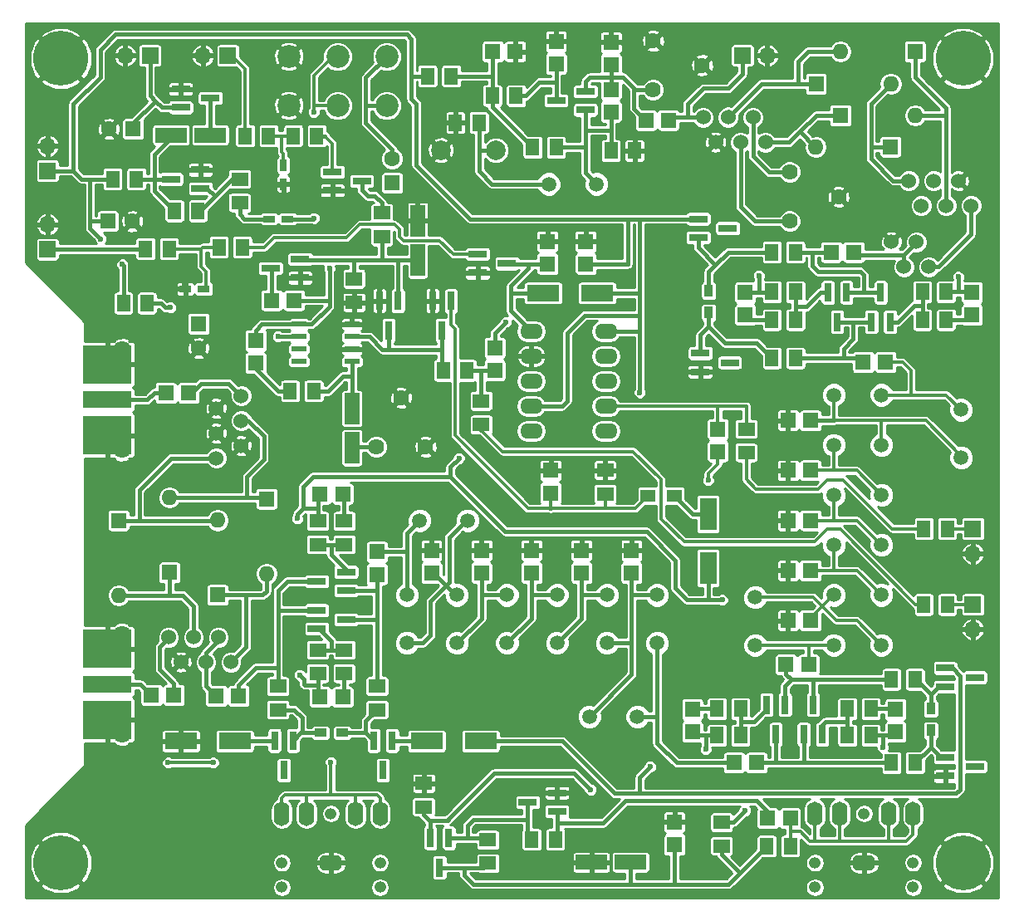
<source format=gtl>
G04 #@! TF.FileFunction,Copper,L1,Top,Signal*
%FSLAX46Y46*%
G04 Gerber Fmt 4.6, Leading zero omitted, Abs format (unit mm)*
G04 Created by KiCad (PCBNEW 4.0.7-e2-6376~58~ubuntu14.04.1) date Thu May 10 06:19:56 2018*
%MOMM*%
%LPD*%
G01*
G04 APERTURE LIST*
%ADD10C,0.100000*%
%ADD11C,1.800000*%
%ADD12R,5.000000X1.800000*%
%ADD13R,5.000000X3.960000*%
%ADD14C,1.524000*%
%ADD15O,2.500000X1.600000*%
%ADD16O,1.200000X1.200000*%
%ADD17O,1.600000X2.500000*%
%ADD18C,1.500000*%
%ADD19R,1.600000X1.600000*%
%ADD20R,1.900000X0.800000*%
%ADD21R,3.300000X1.700000*%
%ADD22R,0.800000X1.900000*%
%ADD23R,1.700000X1.400000*%
%ADD24C,5.600000*%
%ADD25R,1.400000X1.700000*%
%ADD26R,0.900000X1.200000*%
%ADD27R,1.200000X0.900000*%
%ADD28R,1.700000X1.700000*%
%ADD29O,1.700000X1.700000*%
%ADD30R,1.700000X3.300000*%
%ADD31R,1.500000X1.300000*%
%ADD32C,2.340000*%
%ADD33R,3.200000X1.500000*%
%ADD34O,2.300000X1.600000*%
%ADD35R,1.500000X3.200000*%
%ADD36C,1.620000*%
%ADD37C,1.998980*%
%ADD38R,1.550000X0.600000*%
%ADD39O,1.600000X1.600000*%
%ADD40C,1.600000*%
%ADD41R,1.200000X0.750000*%
%ADD42R,0.750000X1.200000*%
%ADD43C,0.600000*%
%ADD44C,0.300000*%
%ADD45C,0.400000*%
%ADD46C,0.254000*%
G04 APERTURE END LIST*
D10*
D11*
X64257000Y-114880000D03*
X64257000Y-104720000D03*
D12*
X62750000Y-109800000D03*
D13*
X62750000Y-106180000D03*
X62750000Y-113420000D03*
D11*
X64257000Y-112340000D03*
X64257000Y-107260000D03*
X64257000Y-109800000D03*
D14*
X69000000Y-105000000D03*
X70270000Y-107540000D03*
X71540000Y-105000000D03*
X72810000Y-107540000D03*
X74080000Y-105000000D03*
X75350000Y-107540000D03*
D15*
X85550000Y-128000000D03*
D16*
X85550000Y-123000000D03*
D17*
X90550000Y-123000000D03*
X88050000Y-123000000D03*
X83050000Y-123000000D03*
X80550000Y-123000000D03*
D16*
X90550000Y-128000000D03*
X80550000Y-128000000D03*
X90550000Y-130500000D03*
X80550000Y-130500000D03*
D18*
X136800000Y-90500000D03*
X141680000Y-90500000D03*
D19*
X134450000Y-103300000D03*
X132150000Y-103300000D03*
X107950000Y-90300000D03*
X107950000Y-88000000D03*
X86750000Y-111100000D03*
X84450000Y-111100000D03*
X143100000Y-112350000D03*
X143100000Y-114650000D03*
X126650000Y-117800000D03*
X128950000Y-117800000D03*
D20*
X148200000Y-117250000D03*
X148200000Y-119150000D03*
X151200000Y-118200000D03*
D21*
X70250000Y-115600000D03*
X75750000Y-115600000D03*
D22*
X133750000Y-114900000D03*
X135650000Y-114900000D03*
X134700000Y-111900000D03*
D23*
X113500000Y-90375000D03*
X113500000Y-87975000D03*
D24*
X150000000Y-46000000D03*
D19*
X73850000Y-111000000D03*
X76150000Y-111000000D03*
D15*
X139900000Y-128000000D03*
D16*
X139900000Y-123000000D03*
D17*
X144900000Y-123000000D03*
X142400000Y-123000000D03*
X137400000Y-123000000D03*
X134900000Y-123000000D03*
D16*
X144900000Y-128000000D03*
X134900000Y-128000000D03*
X144900000Y-130500000D03*
X134900000Y-130500000D03*
D24*
X150000000Y-128000000D03*
X58000000Y-128000000D03*
X58000000Y-46000000D03*
D23*
X86900000Y-106300000D03*
X86900000Y-108700000D03*
D19*
X122400000Y-114650000D03*
X122400000Y-112350000D03*
D21*
X95300000Y-115600000D03*
X100800000Y-115600000D03*
D18*
X111900000Y-113100000D03*
X116780000Y-113100000D03*
D23*
X86900000Y-93150000D03*
X86900000Y-95550000D03*
X84200000Y-93150000D03*
X84200000Y-95550000D03*
D25*
X124900000Y-112300000D03*
X127300000Y-112300000D03*
D18*
X118800000Y-100700000D03*
X118800000Y-105580000D03*
D20*
X87100000Y-100250000D03*
X87100000Y-98350000D03*
X84100000Y-99300000D03*
D25*
X124900000Y-115000000D03*
X127300000Y-115000000D03*
D18*
X113700000Y-100700000D03*
X113700000Y-105580000D03*
X108600000Y-100700000D03*
X108600000Y-105580000D03*
X103500000Y-100700000D03*
X103500000Y-105580000D03*
D20*
X84100000Y-102250000D03*
X84100000Y-104150000D03*
X87100000Y-103200000D03*
D23*
X80150000Y-110000000D03*
X80150000Y-112400000D03*
D18*
X98400000Y-100700000D03*
X98400000Y-105580000D03*
X93300000Y-100700000D03*
X93300000Y-105580000D03*
X94600000Y-93100000D03*
X99480000Y-93100000D03*
D19*
X134450000Y-82900000D03*
X132150000Y-82900000D03*
X68750000Y-80100000D03*
X71050000Y-80100000D03*
X84450000Y-90400000D03*
X86750000Y-90400000D03*
X90250000Y-96300000D03*
X90250000Y-98600000D03*
X95800000Y-98450000D03*
X95800000Y-96150000D03*
X106000000Y-98450000D03*
X106000000Y-96150000D03*
X111100000Y-98450000D03*
X111100000Y-96150000D03*
D20*
X148200000Y-108150000D03*
X148200000Y-110050000D03*
X151200000Y-109100000D03*
D22*
X131850000Y-111900000D03*
X129950000Y-111900000D03*
X130900000Y-114900000D03*
D23*
X90250000Y-112400000D03*
X90250000Y-110000000D03*
D26*
X146700000Y-112300000D03*
X146700000Y-114500000D03*
D27*
X86700000Y-114750000D03*
X84500000Y-114750000D03*
D25*
X142700000Y-117800000D03*
X145100000Y-117800000D03*
D23*
X84200000Y-106300000D03*
X84200000Y-108700000D03*
D18*
X128800000Y-105800000D03*
X128800000Y-100920000D03*
X136800000Y-105800000D03*
X141680000Y-105800000D03*
X136800000Y-100700000D03*
X141680000Y-100700000D03*
X136800000Y-95600000D03*
X141680000Y-95600000D03*
X136800000Y-85400000D03*
X141680000Y-85400000D03*
D19*
X134250000Y-107800000D03*
X131950000Y-107800000D03*
D18*
X136800000Y-80300000D03*
X141680000Y-80300000D03*
X149800000Y-86700000D03*
X149800000Y-81820000D03*
D19*
X67250000Y-110900000D03*
X69550000Y-110900000D03*
X134450000Y-88000000D03*
X132150000Y-88000000D03*
X100900000Y-98450000D03*
X100900000Y-96150000D03*
D25*
X145100000Y-109300000D03*
X142700000Y-109300000D03*
X138200000Y-115000000D03*
X140600000Y-115000000D03*
X138200000Y-112300000D03*
X140600000Y-112300000D03*
D19*
X134450000Y-98200000D03*
X132150000Y-98200000D03*
X134450000Y-93100000D03*
X132150000Y-93100000D03*
D22*
X91800000Y-115550000D03*
X89900000Y-115550000D03*
X90850000Y-118550000D03*
X81700000Y-115550000D03*
X79800000Y-115550000D03*
X80750000Y-118550000D03*
D19*
X125000000Y-83775000D03*
X125000000Y-86075000D03*
D28*
X56650000Y-57450000D03*
D29*
X56650000Y-54910000D03*
D28*
X56650000Y-65450000D03*
D29*
X56650000Y-62910000D03*
D11*
X64257000Y-85880000D03*
X64257000Y-75720000D03*
D12*
X62750000Y-80800000D03*
D13*
X62750000Y-77180000D03*
X62750000Y-84420000D03*
D11*
X64257000Y-83340000D03*
X64257000Y-78260000D03*
X64257000Y-80800000D03*
D19*
X116200000Y-98450000D03*
X116200000Y-96150000D03*
D14*
X76400000Y-80400000D03*
X73860000Y-81670000D03*
X76400000Y-82940000D03*
X73860000Y-84210000D03*
X76400000Y-85480000D03*
X73860000Y-86750000D03*
D28*
X67100000Y-45700000D03*
D29*
X64560000Y-45700000D03*
D20*
X100500000Y-65950000D03*
X100500000Y-67850000D03*
X103500000Y-66900000D03*
D25*
X66650000Y-65400000D03*
X69050000Y-65400000D03*
D30*
X124000000Y-92450000D03*
X124000000Y-97950000D03*
D31*
X117850000Y-90600000D03*
X120550000Y-90600000D03*
D32*
X91250000Y-45800000D03*
X86250000Y-45800000D03*
X81250000Y-45800000D03*
X91250000Y-50800000D03*
X86250000Y-50800000D03*
X81250000Y-50800000D03*
D19*
X111530000Y-64650000D03*
X111530000Y-66950000D03*
D28*
X151000000Y-101670000D03*
D29*
X151000000Y-104210000D03*
D28*
X151000000Y-93940000D03*
D29*
X151000000Y-96480000D03*
D28*
X75050000Y-45700000D03*
D29*
X72510000Y-45700000D03*
D20*
X85700000Y-57550000D03*
X85700000Y-59450000D03*
X88700000Y-58500000D03*
D19*
X127800000Y-69850000D03*
X127800000Y-72150000D03*
X136550000Y-65750000D03*
X138850000Y-65750000D03*
X120575000Y-126150000D03*
X120575000Y-123850000D03*
X107610000Y-64650000D03*
X107610000Y-66950000D03*
X142100000Y-76950000D03*
X139800000Y-76950000D03*
X150900000Y-72150000D03*
X150900000Y-69850000D03*
D33*
X116100000Y-127950000D03*
X112100000Y-127950000D03*
D19*
X132375000Y-123475000D03*
X130075000Y-123475000D03*
D20*
X123000000Y-62350000D03*
X123000000Y-64250000D03*
X126000000Y-63300000D03*
X123200000Y-76050000D03*
X123200000Y-77950000D03*
X126200000Y-77000000D03*
D34*
X113600000Y-73800000D03*
X113600000Y-76340000D03*
X113600000Y-78880000D03*
X113600000Y-81420000D03*
X113600000Y-83960000D03*
X105980000Y-83960000D03*
X105980000Y-81420000D03*
X105980000Y-78880000D03*
X105980000Y-76340000D03*
X105980000Y-73800000D03*
D22*
X138100000Y-69850000D03*
X136200000Y-69850000D03*
X137150000Y-72850000D03*
X140650000Y-72850000D03*
X142550000Y-72850000D03*
X141600000Y-69850000D03*
X97575000Y-125475000D03*
X95675000Y-125475000D03*
X96625000Y-128475000D03*
D20*
X108600000Y-122775000D03*
X108600000Y-120875000D03*
X105600000Y-121825000D03*
D25*
X130500000Y-72650000D03*
X132900000Y-72650000D03*
X130500000Y-69800000D03*
X132900000Y-69800000D03*
X130500000Y-65750000D03*
X132900000Y-65750000D03*
X132900000Y-76550000D03*
X130500000Y-76550000D03*
D26*
X124050000Y-69700000D03*
X124050000Y-71900000D03*
D25*
X145850000Y-69800000D03*
X148250000Y-69800000D03*
X145850000Y-72650000D03*
X148250000Y-72650000D03*
X106025000Y-125625000D03*
X108425000Y-125625000D03*
D23*
X101550000Y-128050000D03*
X101550000Y-125650000D03*
X125375000Y-126275000D03*
X125375000Y-123875000D03*
D25*
X129975000Y-126300000D03*
X132375000Y-126300000D03*
D23*
X95000000Y-122300000D03*
X95000000Y-119900000D03*
D14*
X150800000Y-61000000D03*
X149530000Y-58460000D03*
X148260000Y-61000000D03*
X146990000Y-58460000D03*
X145720000Y-61000000D03*
X144450000Y-58460000D03*
X142700000Y-64700000D03*
X143970000Y-67240000D03*
X145240000Y-64700000D03*
X146510000Y-67240000D03*
D19*
X102250000Y-77800000D03*
X102250000Y-75500000D03*
D35*
X94400000Y-66550000D03*
X94400000Y-62550000D03*
D21*
X112680000Y-69920000D03*
X107180000Y-69920000D03*
D28*
X127500000Y-45700000D03*
D29*
X130040000Y-45700000D03*
D25*
X97000000Y-77800000D03*
X99400000Y-77800000D03*
D23*
X87900000Y-68480000D03*
X87900000Y-70880000D03*
D36*
X132300000Y-62600000D03*
X137300000Y-60100000D03*
X132300000Y-57600000D03*
D14*
X123500000Y-52000000D03*
X124770000Y-54540000D03*
X126040000Y-52000000D03*
X127310000Y-54540000D03*
X128580000Y-52000000D03*
X129850000Y-54540000D03*
D19*
X102050000Y-45300000D03*
X104350000Y-45300000D03*
X108500000Y-46550000D03*
X108500000Y-44250000D03*
X114100000Y-51450000D03*
X114100000Y-49150000D03*
X117650000Y-52300000D03*
X119950000Y-52300000D03*
X114100000Y-46650000D03*
X114100000Y-44350000D03*
X77900000Y-74750000D03*
X77900000Y-77050000D03*
D35*
X87700000Y-81700000D03*
X87700000Y-85700000D03*
D19*
X81800000Y-70650000D03*
X79500000Y-70650000D03*
D20*
X82400000Y-68350000D03*
X82400000Y-66450000D03*
X79400000Y-67400000D03*
D37*
X96758000Y-55346000D03*
X102346000Y-55346000D03*
D22*
X92400000Y-70700000D03*
X90500000Y-70700000D03*
X91450000Y-73700000D03*
X97800000Y-70700000D03*
X95900000Y-70700000D03*
X96850000Y-73700000D03*
D20*
X111500000Y-51250000D03*
X111500000Y-49350000D03*
X108500000Y-50300000D03*
D25*
X97800000Y-47800000D03*
X95400000Y-47800000D03*
X102000000Y-49800000D03*
X104400000Y-49800000D03*
X106100000Y-55050000D03*
X108500000Y-55050000D03*
X114100000Y-55400000D03*
X116500000Y-55400000D03*
X64400000Y-70950000D03*
X66800000Y-70950000D03*
X83800000Y-79900000D03*
X81400000Y-79900000D03*
X100650000Y-52550000D03*
X98250000Y-52550000D03*
D36*
X118400000Y-49200000D03*
X123400000Y-46700000D03*
X118400000Y-44200000D03*
X95200000Y-85600000D03*
X92700000Y-80600000D03*
X90200000Y-85600000D03*
D18*
X107750000Y-58800000D03*
X112630000Y-58800000D03*
D25*
X74130000Y-65240000D03*
X76530000Y-65240000D03*
D23*
X90750000Y-64150000D03*
X90750000Y-61750000D03*
D25*
X79200000Y-53900000D03*
X76800000Y-53900000D03*
X84100000Y-53900000D03*
X81700000Y-53900000D03*
D38*
X87700000Y-76905000D03*
X87700000Y-75635000D03*
X87700000Y-74365000D03*
X87700000Y-73095000D03*
X82300000Y-73095000D03*
X82300000Y-74365000D03*
X82300000Y-75635000D03*
X82300000Y-76905000D03*
D33*
X69250000Y-53800000D03*
X73250000Y-53800000D03*
D20*
X70250000Y-49100000D03*
X70250000Y-51000000D03*
X73250000Y-50050000D03*
X72250000Y-59250000D03*
X72250000Y-57350000D03*
X69250000Y-58300000D03*
D23*
X76250000Y-60700000D03*
X76250000Y-58300000D03*
D25*
X63300000Y-58300000D03*
X65700000Y-58300000D03*
X72000000Y-61550000D03*
X69600000Y-61550000D03*
D19*
X69100000Y-98400000D03*
D39*
X69100000Y-90780000D03*
D19*
X63900000Y-93100000D03*
D39*
X63900000Y-100720000D03*
D19*
X74000000Y-100700000D03*
D39*
X74000000Y-93080000D03*
D19*
X79000000Y-90900000D03*
D39*
X79000000Y-98520000D03*
D19*
X137500000Y-51800000D03*
D39*
X145120000Y-51800000D03*
D19*
X145100000Y-45300000D03*
D39*
X137480000Y-45300000D03*
D19*
X142600000Y-55000000D03*
D39*
X134980000Y-55000000D03*
D19*
X135000000Y-48600000D03*
D39*
X142620000Y-48600000D03*
D19*
X72050000Y-73050000D03*
D40*
X72050000Y-75550000D03*
D19*
X91800000Y-58700000D03*
D40*
X91800000Y-56200000D03*
D19*
X65400000Y-53200000D03*
D40*
X62900000Y-53200000D03*
D19*
X62800000Y-62600000D03*
D40*
X65300000Y-62600000D03*
D23*
X127890000Y-83780000D03*
X127890000Y-86180000D03*
D25*
X145990000Y-93940000D03*
X148390000Y-93940000D03*
D23*
X100860000Y-80920000D03*
X100860000Y-83320000D03*
D25*
X145990000Y-101680000D03*
X148390000Y-101680000D03*
D41*
X70700000Y-69500000D03*
X72600000Y-69500000D03*
D42*
X80700000Y-58800000D03*
X80700000Y-56900000D03*
D41*
X79250000Y-62350000D03*
X81150000Y-62350000D03*
D43*
X68950000Y-117800000D03*
X73550000Y-117800000D03*
X63000000Y-121000000D03*
X63000000Y-126000000D03*
X63000000Y-130000000D03*
X68000000Y-130000000D03*
X68000000Y-126000000D03*
X68000000Y-121000000D03*
X73000000Y-121000000D03*
X73000000Y-126000000D03*
X73000000Y-130000000D03*
X78000000Y-130000000D03*
X78000000Y-126000000D03*
X150000000Y-66400000D03*
X149350000Y-71200000D03*
X94000000Y-130350000D03*
X99350000Y-127000000D03*
X94050000Y-126950000D03*
X87500000Y-130500000D03*
X82650000Y-129800000D03*
X82750000Y-125600000D03*
X86450000Y-125750000D03*
X89750000Y-126050000D03*
X92700000Y-123850000D03*
X118850000Y-127800000D03*
X112100000Y-125400000D03*
X115600000Y-125950000D03*
X107050000Y-123850000D03*
X108350000Y-127950000D03*
X103850000Y-125150000D03*
X104750000Y-127950000D03*
X86850000Y-113000000D03*
X87750000Y-116300000D03*
X88500000Y-111250000D03*
X88100000Y-119150000D03*
X92550000Y-120200000D03*
X115650000Y-123850000D03*
X118100000Y-123850000D03*
X111400000Y-122250000D03*
X105750000Y-120250000D03*
X102450000Y-121050000D03*
X97800000Y-121050000D03*
X112500000Y-116100000D03*
X115600000Y-118900000D03*
X95050000Y-117400000D03*
X98700000Y-118650000D03*
X101750000Y-117400000D03*
X105750000Y-117350000D03*
X108800000Y-117350000D03*
X97600000Y-44500000D03*
X94850000Y-43250000D03*
X78450000Y-48300000D03*
X65950000Y-60850000D03*
X69100000Y-56100000D03*
X64050000Y-55100000D03*
X72850000Y-48150000D03*
X67700000Y-52100000D03*
X71300000Y-52200000D03*
X92700000Y-83100000D03*
X91500000Y-87200000D03*
X144700000Y-111350000D03*
X87400000Y-48300000D03*
X82100000Y-48300000D03*
X83750000Y-59450000D03*
X87800000Y-52900000D03*
X87700000Y-56000000D03*
X85700000Y-61000000D03*
X75650000Y-56250000D03*
X75450000Y-48450000D03*
X75450000Y-51650000D03*
X92350000Y-48250000D03*
X118500000Y-54350000D03*
X72250000Y-55650000D03*
X84300000Y-69350000D03*
X79550000Y-65900000D03*
X88700000Y-65450000D03*
X96850000Y-68100000D03*
X92300000Y-65450000D03*
X84150000Y-65250000D03*
X78200000Y-64100000D03*
X78400000Y-56300000D03*
X74350000Y-62400000D03*
X70450000Y-63550000D03*
X78400000Y-59100000D03*
X59550000Y-69950000D03*
X58300000Y-67250000D03*
X62500000Y-67250000D03*
X62450000Y-71000000D03*
X63350000Y-73200000D03*
X70450000Y-67050000D03*
X67500000Y-73200000D03*
X67950000Y-68750000D03*
X74500000Y-70500000D03*
X74450000Y-67350000D03*
X77050000Y-68800000D03*
X76550000Y-72150000D03*
X89950000Y-82550000D03*
X82900000Y-118300000D03*
X78300000Y-121550000D03*
X78350000Y-117650000D03*
X61450000Y-102100000D03*
X66800000Y-115500000D03*
X68100000Y-113350000D03*
X71650000Y-110200000D03*
X71750000Y-113350000D03*
X63900000Y-95700000D03*
X61400000Y-93150000D03*
X61450000Y-95700000D03*
X63900000Y-98250000D03*
X61450000Y-98250000D03*
X66300000Y-98250000D03*
X66700000Y-105150000D03*
X66300000Y-102100000D03*
X61550000Y-90750000D03*
X62750000Y-88250000D03*
X65650000Y-88000000D03*
X64450000Y-90750000D03*
X69100000Y-96550000D03*
X69100000Y-94400000D03*
X66300000Y-95700000D03*
X67300000Y-91700000D03*
X68700000Y-88950000D03*
X81650000Y-81850000D03*
X84800000Y-81850000D03*
X71550000Y-91900000D03*
X74000000Y-98000000D03*
X74000000Y-95350000D03*
X70000000Y-102850000D03*
X71550000Y-99400000D03*
X71550000Y-96750000D03*
X71550000Y-94400000D03*
X93300000Y-113500000D03*
X95900000Y-110900000D03*
X95900000Y-113500000D03*
X88900000Y-107450000D03*
X89300000Y-101650000D03*
X86800000Y-101650000D03*
X81150000Y-100900000D03*
X83850000Y-100700000D03*
X83850000Y-97300000D03*
X79000000Y-94650000D03*
X76750000Y-95950000D03*
X76750000Y-92900000D03*
X78600000Y-101900000D03*
X76700000Y-98850000D03*
X78600000Y-104200000D03*
X73250000Y-102800000D03*
X75800000Y-102400000D03*
X75800000Y-105200000D03*
X80800000Y-113900000D03*
X82150000Y-111200000D03*
X74950000Y-109250000D03*
X75600000Y-113350000D03*
X78250000Y-113350000D03*
X78250000Y-109900000D03*
X78600000Y-106700000D03*
X88900000Y-104800000D03*
X86700000Y-104500000D03*
X81150000Y-106700000D03*
X81150000Y-104200000D03*
X80850000Y-97300000D03*
X80850000Y-94250000D03*
X81250000Y-90750000D03*
X67700000Y-85750000D03*
X71550000Y-84250000D03*
X67150000Y-83650000D03*
X69900000Y-82400000D03*
X69900000Y-77700000D03*
X75450000Y-77450000D03*
X80300000Y-77550000D03*
X83250000Y-84950000D03*
X80500000Y-84950000D03*
X79000000Y-81650000D03*
X71600000Y-88400000D03*
X75550000Y-88400000D03*
X79400000Y-88400000D03*
X83750000Y-87300000D03*
X85000000Y-75050000D03*
X89750000Y-73100000D03*
X89750000Y-76300000D03*
X90550000Y-78800000D03*
X94250000Y-73650000D03*
X94250000Y-77600000D03*
X90500000Y-68000000D03*
X100200000Y-61100000D03*
X98800000Y-63800000D03*
X96200000Y-62550000D03*
X102500000Y-68600000D03*
X102500000Y-70650000D03*
X94250000Y-70700000D03*
X99900000Y-75700000D03*
X99900000Y-73150000D03*
X99900000Y-70700000D03*
X152600000Y-78800000D03*
X152600000Y-81400000D03*
X152600000Y-86700000D03*
X148770000Y-84010000D03*
X151400000Y-84010000D03*
X152600000Y-89700000D03*
X97000000Y-90200000D03*
X97000000Y-93100000D03*
X89800000Y-90200000D03*
X93500000Y-90200000D03*
X106000000Y-113500000D03*
X106000000Y-110900000D03*
X103500000Y-111900000D03*
X121600000Y-108600000D03*
X120800000Y-106200000D03*
X123100000Y-122800000D03*
X147400000Y-124600000D03*
X137200000Y-130500000D03*
X142400000Y-127300000D03*
X142400000Y-130500000D03*
X137200000Y-127300000D03*
X131200000Y-128400000D03*
X127400000Y-124900000D03*
X131800000Y-121800000D03*
X131200000Y-124900000D03*
X123100000Y-128500000D03*
X123100000Y-125700000D03*
X128600000Y-130600000D03*
X131200000Y-130500000D03*
X124500000Y-119400000D03*
X119500000Y-119300000D03*
X115700000Y-115900000D03*
X114300000Y-113100000D03*
X115600000Y-71000000D03*
X107900000Y-80100000D03*
X108200000Y-75000000D03*
X108300000Y-77700000D03*
X109600000Y-72000000D03*
X109500000Y-64600000D03*
X109600000Y-68300000D03*
X111300000Y-74300000D03*
X111300000Y-77600000D03*
X111300000Y-80100000D03*
X94400000Y-59200000D03*
X104600000Y-64500000D03*
X101800000Y-63800000D03*
X115300000Y-68400000D03*
X114300000Y-64600000D03*
X119100000Y-58800000D03*
X120200000Y-60800000D03*
X122900000Y-68400000D03*
X121400000Y-66600000D03*
X120200000Y-63700000D03*
X118600000Y-67500000D03*
X118200000Y-71200000D03*
X118200000Y-74700000D03*
X121000000Y-71100000D03*
X121100000Y-74800000D03*
X115700000Y-75100000D03*
X92000000Y-53100000D03*
X95500000Y-51700000D03*
X103800000Y-47300000D03*
X100000000Y-43400000D03*
X100000000Y-46400000D03*
X98300000Y-50100000D03*
X104200000Y-51500000D03*
X102400000Y-53000000D03*
X104200000Y-54700000D03*
X100200000Y-58800000D03*
X108400000Y-52000000D03*
X112600000Y-54500000D03*
X112700000Y-56900000D03*
X110300000Y-60500000D03*
X112700000Y-61100000D03*
X110300000Y-57000000D03*
X104700000Y-61100000D03*
X115600000Y-60900000D03*
X120200000Y-56400000D03*
X121900000Y-53800000D03*
X115300000Y-57000000D03*
X106600000Y-56900000D03*
X110300000Y-53200000D03*
X106300000Y-51500000D03*
X110300000Y-47500000D03*
X106300000Y-43600000D03*
X106300000Y-47300000D03*
X111300000Y-44350000D03*
X115700000Y-53200000D03*
X137400000Y-48600000D03*
X140800000Y-48600000D03*
X139500000Y-51800000D03*
X135300000Y-58100000D03*
X136900000Y-56500000D03*
X138000000Y-63200000D03*
X124900000Y-43800000D03*
X124500000Y-50300000D03*
X127800000Y-48700000D03*
X121100000Y-44400000D03*
X118800000Y-46700000D03*
X121100000Y-49000000D03*
X125900000Y-60900000D03*
X122900000Y-59400000D03*
X122900000Y-56400000D03*
X133300000Y-60100000D03*
X130200000Y-60100000D03*
X128500000Y-58000000D03*
X135300000Y-62100000D03*
X125900000Y-58000000D03*
X140100000Y-62100000D03*
X142000000Y-59600000D03*
X134400000Y-43500000D03*
X139600000Y-43500000D03*
X141700000Y-45400000D03*
X145400000Y-43300000D03*
X133900000Y-50700000D03*
X130500000Y-50600000D03*
X131400000Y-52900000D03*
X138200000Y-55000000D03*
X139600000Y-57800000D03*
X145700000Y-56900000D03*
X145700000Y-53800000D03*
X142400000Y-51800000D03*
X145000000Y-49600000D03*
X152600000Y-52900000D03*
X149900000Y-52900000D03*
X152600000Y-55000000D03*
X152400000Y-57200000D03*
X152600000Y-50400000D03*
X149900000Y-50400000D03*
X149900000Y-55400000D03*
X152700000Y-59900000D03*
X152600000Y-74800000D03*
X152800000Y-62800000D03*
X152800000Y-71000000D03*
X152800000Y-66800000D03*
X144500000Y-62900000D03*
X149100000Y-63200000D03*
X142000000Y-67400000D03*
X129900000Y-74400000D03*
X127200000Y-73900000D03*
X125800000Y-71800000D03*
X125700000Y-68500000D03*
X132900000Y-74600000D03*
X136200000Y-75000000D03*
X127800000Y-67100000D03*
X135200000Y-72800000D03*
X134600000Y-69100000D03*
X139300000Y-71300000D03*
X143500000Y-70700000D03*
X149800000Y-74800000D03*
X140300000Y-75000000D03*
X143500000Y-74900000D03*
X146800000Y-74800000D03*
X146800000Y-77900000D03*
X140900000Y-78600000D03*
X137300000Y-77700000D03*
X134100000Y-78300000D03*
X128600000Y-77500000D03*
X118400000Y-78600000D03*
X117900000Y-85400000D03*
X116400000Y-88000000D03*
X120500000Y-88000000D03*
X123100000Y-85700000D03*
X123100000Y-82700000D03*
X119600000Y-82700000D03*
X115800000Y-82700000D03*
X109800000Y-84800000D03*
X107900000Y-82700000D03*
X111300000Y-82700000D03*
X101800000Y-86300000D03*
X99200000Y-82100000D03*
X103300000Y-83600000D03*
X121000000Y-92800000D03*
X116200000Y-93100000D03*
X115800000Y-90800000D03*
X110700000Y-90300000D03*
X110700000Y-88000000D03*
X106000000Y-90100000D03*
X104400000Y-88500000D03*
X100900000Y-113500000D03*
X100900000Y-110900000D03*
X98400000Y-111900000D03*
X102500000Y-90400000D03*
X100100000Y-88600000D03*
X113000000Y-93100000D03*
X109600000Y-93100000D03*
X119400000Y-94400000D03*
X106000000Y-93100000D03*
X88800000Y-93100000D03*
X87900000Y-97100000D03*
X91800000Y-95100000D03*
X103500000Y-95300000D03*
X108600000Y-95300000D03*
X113700000Y-95300000D03*
X96500000Y-105600000D03*
X100900000Y-108580000D03*
X100900000Y-105600000D03*
X111100000Y-110900000D03*
X117200000Y-108580000D03*
X111100000Y-108580000D03*
X111100000Y-105600000D03*
X106000000Y-105600000D03*
X106000000Y-108580000D03*
X114900000Y-103000000D03*
X112100000Y-103000000D03*
X109600000Y-103000000D03*
X107200000Y-103000000D03*
X104700000Y-103000000D03*
X102100000Y-103000000D03*
X99400000Y-103000000D03*
X96900000Y-103000000D03*
X94500000Y-103000000D03*
X120700000Y-103700000D03*
X91800000Y-103000000D03*
X118800000Y-103100000D03*
X123800000Y-108700000D03*
X125200000Y-105400000D03*
X125200000Y-102700000D03*
X125500000Y-108700000D03*
X123100000Y-102200000D03*
X123100000Y-105400000D03*
X127400000Y-108800000D03*
X148300000Y-113300000D03*
X151600000Y-114600000D03*
X151700000Y-110900000D03*
X152000000Y-122100000D03*
X148100000Y-122100000D03*
X134100000Y-119500000D03*
X137700000Y-119500000D03*
X141100000Y-119500000D03*
X136100000Y-124800000D03*
X143700000Y-124700000D03*
X140900000Y-124700000D03*
X138800000Y-124700000D03*
X129900000Y-119500000D03*
X144500000Y-119700000D03*
X132300000Y-114900000D03*
X133300000Y-111000000D03*
X136800000Y-110400000D03*
X129100000Y-114900000D03*
X136800000Y-115100000D03*
X136800000Y-107900000D03*
X130900000Y-110100000D03*
X144700000Y-107600000D03*
X145000000Y-115400000D03*
X136000000Y-103600000D03*
X141700000Y-107600000D03*
X139270000Y-106880000D03*
X139300000Y-110400000D03*
X147500000Y-106600000D03*
X144680000Y-103200000D03*
X147570000Y-104250000D03*
X151000000Y-106600000D03*
X150900000Y-99000000D03*
X147300000Y-96000000D03*
X144700000Y-98300000D03*
X147300000Y-98300000D03*
X129620000Y-91320000D03*
X129600000Y-88000000D03*
X127290000Y-97920000D03*
X128800000Y-103400000D03*
X130710000Y-99670000D03*
X129620000Y-94180000D03*
X139270000Y-97070000D03*
X135900000Y-97070000D03*
X139270000Y-99550000D03*
X136080000Y-99150000D03*
X139270000Y-91890000D03*
X135790000Y-91890000D03*
X144200000Y-92570000D03*
X141670000Y-103230000D03*
X139270000Y-102390000D03*
X139270000Y-94470000D03*
X139270000Y-104700000D03*
X141680000Y-88080000D03*
X139350000Y-86810000D03*
X139330000Y-83890000D03*
X139270000Y-89330000D03*
X95870000Y-108570000D03*
X126450000Y-82340000D03*
X126320000Y-87540000D03*
X127740000Y-93150000D03*
X131410000Y-85430000D03*
X147200000Y-92500000D03*
X147420000Y-90110000D03*
X147380000Y-87600000D03*
X147400000Y-81980000D03*
X147380000Y-85400000D03*
X144680000Y-87360000D03*
X144680000Y-83810000D03*
X144660000Y-82030000D03*
X141750000Y-82030000D03*
X139330000Y-81000000D03*
X130220000Y-82750000D03*
X130220000Y-80230000D03*
X127680000Y-80240000D03*
X124100000Y-80270000D03*
X121040000Y-80220000D03*
X121040000Y-77950000D03*
X98610000Y-86760000D03*
X127770000Y-122670000D03*
X125450000Y-101200000D03*
X82375000Y-108850000D03*
X149500000Y-68275000D03*
X129175000Y-68125000D03*
X123750000Y-116450000D03*
X141825000Y-116225000D03*
X82125000Y-92900000D03*
X64300000Y-67000000D03*
X62100000Y-64400000D03*
X118100000Y-118200000D03*
X117040000Y-80060000D03*
X69200000Y-71400000D03*
X80150000Y-74350000D03*
X85400000Y-67400000D03*
X83800000Y-62300000D03*
X112030000Y-120550000D03*
X124010000Y-89000000D03*
X103410000Y-72850000D03*
X83800000Y-51450000D03*
X85550000Y-117725000D03*
D44*
X73550000Y-117800000D02*
X68950000Y-117800000D01*
X63000000Y-130000000D02*
X63000000Y-126000000D01*
X68000000Y-126000000D02*
X68000000Y-130000000D01*
X73000000Y-121000000D02*
X68000000Y-121000000D01*
X73000000Y-130000000D02*
X73000000Y-126000000D01*
X78000000Y-126000000D02*
X78000000Y-130000000D01*
X152800000Y-66800000D02*
X150400000Y-66800000D01*
X150400000Y-66800000D02*
X150000000Y-66400000D01*
X99350000Y-127000000D02*
X99300000Y-126950000D01*
X99300000Y-126950000D02*
X94050000Y-126950000D01*
X83350000Y-130500000D02*
X87500000Y-130500000D01*
X82650000Y-129800000D02*
X83350000Y-130500000D01*
X86300000Y-125600000D02*
X82750000Y-125600000D01*
X86450000Y-125750000D02*
X86300000Y-125600000D01*
X90500000Y-126050000D02*
X89750000Y-126050000D01*
X92700000Y-123850000D02*
X90500000Y-126050000D01*
X112100000Y-127950000D02*
X112100000Y-125400000D01*
X112100000Y-127950000D02*
X108350000Y-127950000D01*
X103850000Y-127050000D02*
X103850000Y-125150000D01*
X104750000Y-127950000D02*
X103850000Y-127050000D01*
X88500000Y-112050000D02*
X87550000Y-113000000D01*
X87550000Y-113000000D02*
X86850000Y-113000000D01*
X88500000Y-111250000D02*
X88500000Y-112050000D01*
X95000000Y-119900000D02*
X92850000Y-119900000D01*
X92850000Y-119900000D02*
X92550000Y-120200000D01*
X120575000Y-123850000D02*
X118100000Y-123850000D01*
X95000000Y-119900000D02*
X96650000Y-119900000D01*
X96650000Y-119900000D02*
X97800000Y-121050000D01*
X115300000Y-118900000D02*
X112500000Y-116100000D01*
X115600000Y-118900000D02*
X115300000Y-118900000D01*
X95000000Y-117450000D02*
X95000000Y-119900000D01*
X95050000Y-117400000D02*
X95000000Y-117450000D01*
X100500000Y-118650000D02*
X98700000Y-118650000D01*
X101750000Y-117400000D02*
X100500000Y-118650000D01*
X108800000Y-117350000D02*
X105750000Y-117350000D01*
X97600000Y-44500000D02*
X96100000Y-44500000D01*
X96100000Y-44500000D02*
X94850000Y-43250000D01*
X70450000Y-63550000D02*
X68650000Y-63550000D01*
X68650000Y-63550000D02*
X65950000Y-60850000D01*
X70350000Y-57350000D02*
X69100000Y-56100000D01*
X72250000Y-57350000D02*
X70350000Y-57350000D01*
X70250000Y-49100000D02*
X71900000Y-49100000D01*
X71900000Y-49100000D02*
X72850000Y-48150000D01*
X71200000Y-52100000D02*
X67700000Y-52100000D01*
X71300000Y-52200000D02*
X71200000Y-52100000D01*
X92700000Y-83100000D02*
X92700000Y-86000000D01*
X92700000Y-86000000D02*
X91500000Y-87200000D01*
X82750000Y-49300000D02*
X81250000Y-50800000D01*
X82750000Y-48950000D02*
X82750000Y-49300000D01*
X82100000Y-48300000D02*
X82750000Y-48950000D01*
X85700000Y-59450000D02*
X83750000Y-59450000D01*
X87800000Y-55900000D02*
X87800000Y-52900000D01*
X87700000Y-56000000D02*
X87800000Y-55900000D01*
X85700000Y-59450000D02*
X85700000Y-61000000D01*
X75650000Y-56250000D02*
X75650000Y-55750000D01*
X74050000Y-57350000D02*
X75150000Y-56250000D01*
X75150000Y-56250000D02*
X75650000Y-56250000D01*
X72250000Y-57350000D02*
X74050000Y-57350000D01*
X75450000Y-55550000D02*
X75450000Y-51650000D01*
X75650000Y-55750000D02*
X75450000Y-55550000D01*
X72250000Y-57350000D02*
X72250000Y-55650000D01*
X82400000Y-68350000D02*
X84200000Y-68350000D01*
X84300000Y-68450000D02*
X84300000Y-69350000D01*
X84200000Y-68350000D02*
X84300000Y-68450000D01*
X80200000Y-65250000D02*
X79550000Y-65900000D01*
X88700000Y-65450000D02*
X84350000Y-65450000D01*
X95900000Y-69050000D02*
X96850000Y-68100000D01*
X95900000Y-70700000D02*
X95900000Y-69050000D01*
X84350000Y-65450000D02*
X84150000Y-65250000D01*
X84150000Y-65250000D02*
X80200000Y-65250000D01*
X78400000Y-59100000D02*
X78400000Y-56300000D01*
X73200000Y-63550000D02*
X74350000Y-62400000D01*
X70450000Y-63550000D02*
X73200000Y-63550000D01*
X78500000Y-59000000D02*
X80700000Y-59000000D01*
X78400000Y-59100000D02*
X78500000Y-59000000D01*
X62500000Y-67250000D02*
X58300000Y-67250000D01*
X62450000Y-72300000D02*
X62450000Y-71000000D01*
X63350000Y-73200000D02*
X62450000Y-72300000D01*
X70500000Y-69500000D02*
X70500000Y-67100000D01*
X70500000Y-67100000D02*
X70450000Y-67050000D01*
X69900000Y-77350000D02*
X67500000Y-74950000D01*
X67500000Y-74950000D02*
X67500000Y-73200000D01*
X69900000Y-77700000D02*
X69900000Y-77350000D01*
X68700000Y-69500000D02*
X70500000Y-69500000D01*
X67950000Y-68750000D02*
X68700000Y-69500000D01*
X75450000Y-77450000D02*
X75450000Y-73250000D01*
X75600000Y-67350000D02*
X74450000Y-67350000D01*
X77050000Y-68800000D02*
X75600000Y-67350000D01*
X75450000Y-73250000D02*
X76550000Y-72150000D01*
X92700000Y-83100000D02*
X90500000Y-83100000D01*
X93400000Y-83800000D02*
X92700000Y-83100000D01*
X95200000Y-85600000D02*
X93400000Y-83800000D01*
X90500000Y-83100000D02*
X89950000Y-82550000D01*
X78300000Y-117700000D02*
X78300000Y-121550000D01*
X78350000Y-117650000D02*
X78300000Y-117700000D01*
X66300000Y-102100000D02*
X61450000Y-102100000D01*
X71750000Y-113350000D02*
X68100000Y-113350000D01*
X66900000Y-115600000D02*
X70250000Y-115600000D01*
X66800000Y-115500000D02*
X66900000Y-115600000D01*
X75600000Y-113350000D02*
X71750000Y-113350000D01*
X71500000Y-108770000D02*
X70270000Y-107540000D01*
X71500000Y-110050000D02*
X71500000Y-108770000D01*
X71650000Y-110200000D02*
X71500000Y-110050000D01*
X63900000Y-95700000D02*
X61450000Y-95700000D01*
X63900000Y-98250000D02*
X66300000Y-98250000D01*
X66700000Y-102500000D02*
X66700000Y-105150000D01*
X66300000Y-102100000D02*
X66700000Y-102500000D01*
X66300000Y-98250000D02*
X66300000Y-95700000D01*
X64450000Y-90750000D02*
X61550000Y-90750000D01*
X62750000Y-89050000D02*
X62750000Y-88250000D01*
X62750000Y-88250000D02*
X62750000Y-84420000D01*
X64450000Y-90750000D02*
X62750000Y-89050000D01*
X67800000Y-94400000D02*
X69100000Y-94400000D01*
X66300000Y-95700000D02*
X67800000Y-94400000D01*
X67300000Y-90350000D02*
X67300000Y-91700000D01*
X68700000Y-88950000D02*
X67300000Y-90350000D01*
X84800000Y-81850000D02*
X81650000Y-81850000D01*
X74000000Y-95350000D02*
X72500000Y-95350000D01*
X74850000Y-98850000D02*
X74000000Y-98000000D01*
X76700000Y-98850000D02*
X74850000Y-98850000D01*
X70050000Y-102900000D02*
X70050000Y-103050000D01*
X70000000Y-102850000D02*
X70050000Y-102900000D01*
X71550000Y-96750000D02*
X71550000Y-99400000D01*
X72500000Y-95350000D02*
X71550000Y-94400000D01*
X95900000Y-113500000D02*
X95900000Y-110900000D01*
X93300000Y-113500000D02*
X95900000Y-113500000D01*
X88900000Y-104800000D02*
X88900000Y-107450000D01*
X81150000Y-100900000D02*
X83650000Y-100900000D01*
X83650000Y-100900000D02*
X83850000Y-100700000D01*
X80850000Y-97300000D02*
X83850000Y-97300000D01*
X76700000Y-96000000D02*
X76750000Y-95950000D01*
X76750000Y-92900000D02*
X78500000Y-94650000D01*
X79000000Y-94650000D02*
X78500000Y-94650000D01*
X76700000Y-98850000D02*
X76700000Y-96000000D01*
X75800000Y-105200000D02*
X75800000Y-102400000D01*
X78250000Y-113350000D02*
X75600000Y-113350000D01*
X88900000Y-104800000D02*
X87000000Y-104800000D01*
X87000000Y-104800000D02*
X86700000Y-104500000D01*
X81150000Y-104200000D02*
X81150000Y-106700000D01*
X80850000Y-97300000D02*
X80800000Y-97350000D01*
X80850000Y-91150000D02*
X80850000Y-94250000D01*
X81250000Y-90750000D02*
X80850000Y-91150000D01*
X72050000Y-75550000D02*
X70350000Y-77250000D01*
X70050000Y-85750000D02*
X67700000Y-85750000D01*
X71550000Y-84250000D02*
X70050000Y-85750000D01*
X68650000Y-83650000D02*
X67150000Y-83650000D01*
X69900000Y-82400000D02*
X68650000Y-83650000D01*
X70350000Y-77250000D02*
X69900000Y-77700000D01*
X73700000Y-77200000D02*
X72050000Y-75550000D01*
X73850000Y-77200000D02*
X73700000Y-77200000D01*
X74100000Y-77450000D02*
X73850000Y-77200000D01*
X75450000Y-77450000D02*
X74100000Y-77450000D01*
X80500000Y-84950000D02*
X83250000Y-84950000D01*
X80500000Y-87300000D02*
X80500000Y-84950000D01*
X79000000Y-81650000D02*
X78950000Y-81650000D01*
X71600000Y-88400000D02*
X75550000Y-88400000D01*
X79400000Y-88400000D02*
X80500000Y-87300000D01*
X80500000Y-87300000D02*
X83750000Y-87300000D01*
X87700000Y-73095000D02*
X85955000Y-73095000D01*
X85000000Y-74050000D02*
X85000000Y-75050000D01*
X85955000Y-73095000D02*
X85000000Y-74050000D01*
X87700000Y-73095000D02*
X89745000Y-73095000D01*
X89745000Y-73095000D02*
X89750000Y-73100000D01*
X94250000Y-77600000D02*
X90550000Y-78800000D01*
X89535000Y-75635000D02*
X87700000Y-75635000D01*
X89550000Y-75650000D02*
X89535000Y-75635000D01*
X89550000Y-76100000D02*
X89550000Y-75650000D01*
X89750000Y-76300000D02*
X89550000Y-76100000D01*
X94250000Y-70700000D02*
X94250000Y-73650000D01*
X94250000Y-79050000D02*
X92700000Y-80600000D01*
X94250000Y-77600000D02*
X94250000Y-79050000D01*
X90500000Y-70700000D02*
X90500000Y-68000000D01*
X94400000Y-62550000D02*
X96200000Y-62550000D01*
X100200000Y-61100000D02*
X100200000Y-58800000D01*
X100500000Y-67850000D02*
X101750000Y-67850000D01*
X101750000Y-67850000D02*
X102500000Y-68600000D01*
X95900000Y-70700000D02*
X94250000Y-70700000D01*
X99900000Y-75700000D02*
X99900000Y-75650000D01*
X99900000Y-70700000D02*
X99900000Y-73150000D01*
X152600000Y-81400000D02*
X152600000Y-78800000D01*
X152600000Y-89700000D02*
X152600000Y-86700000D01*
X151400000Y-84010000D02*
X148770000Y-84010000D01*
X97000000Y-90200000D02*
X93500000Y-90200000D01*
X95800000Y-96150000D02*
X95800000Y-94700000D01*
X97000000Y-93500000D02*
X97000000Y-93100000D01*
X95800000Y-94700000D02*
X97000000Y-93500000D01*
X97000000Y-90200000D02*
X97000000Y-93100000D01*
X106000000Y-108580000D02*
X106000000Y-110900000D01*
X123100000Y-125700000D02*
X123100000Y-122800000D01*
X142400000Y-130500000D02*
X142400000Y-127300000D01*
X137200000Y-130400000D02*
X137200000Y-130500000D01*
X137200000Y-130400000D02*
X137200000Y-130500000D01*
X137200000Y-127300000D02*
X137200000Y-130400000D01*
X131200000Y-128400000D02*
X131200000Y-130500000D01*
X127400000Y-124900000D02*
X131200000Y-124900000D01*
X123100000Y-125700000D02*
X123100000Y-128500000D01*
X119600000Y-119400000D02*
X124500000Y-119400000D01*
X119500000Y-119300000D02*
X119600000Y-119400000D01*
X114300000Y-114500000D02*
X115700000Y-115900000D01*
X117200000Y-108580000D02*
X117200000Y-109800000D01*
X114300000Y-112700000D02*
X114300000Y-113100000D01*
X117200000Y-109800000D02*
X114300000Y-112700000D01*
X114300000Y-113100000D02*
X114300000Y-114500000D01*
X107900000Y-80100000D02*
X107900000Y-78100000D01*
X107900000Y-78100000D02*
X108300000Y-77700000D01*
X109500000Y-64600000D02*
X109500000Y-68200000D01*
X109500000Y-64650000D02*
X109500000Y-64600000D01*
X109500000Y-68200000D02*
X109600000Y-68300000D01*
X109600000Y-72000000D02*
X109600000Y-68300000D01*
X111300000Y-80100000D02*
X111300000Y-77600000D01*
X94400000Y-62550000D02*
X94400000Y-59200000D01*
X104750000Y-64650000D02*
X104600000Y-64500000D01*
X107610000Y-64650000D02*
X104750000Y-64650000D01*
X111530000Y-64650000D02*
X114250000Y-64650000D01*
X114250000Y-64650000D02*
X114300000Y-64600000D01*
X119100000Y-58800000D02*
X120200000Y-60800000D01*
X122900000Y-68400000D02*
X121400000Y-66900000D01*
X121400000Y-66900000D02*
X121400000Y-66600000D01*
X120200000Y-63700000D02*
X118600000Y-65300000D01*
X118600000Y-65300000D02*
X118600000Y-67500000D01*
X118200000Y-71200000D02*
X118200000Y-74700000D01*
X121000000Y-74700000D02*
X121000000Y-71100000D01*
X121100000Y-74800000D02*
X121000000Y-74700000D01*
X107610000Y-64650000D02*
X109500000Y-64650000D01*
X109500000Y-64650000D02*
X111530000Y-64650000D01*
X96758000Y-55346000D02*
X96758000Y-55358000D01*
X96758000Y-55358000D02*
X100200000Y-58800000D01*
X98250000Y-52550000D02*
X96350000Y-52550000D01*
X96350000Y-52550000D02*
X95500000Y-51700000D01*
X100000000Y-46400000D02*
X100000000Y-43400000D01*
X98250000Y-52550000D02*
X98250000Y-50150000D01*
X98250000Y-50150000D02*
X98300000Y-50100000D01*
X102500000Y-53000000D02*
X102400000Y-53000000D01*
X104200000Y-54700000D02*
X102500000Y-53000000D01*
X112600000Y-56800000D02*
X112600000Y-54500000D01*
X112700000Y-56900000D02*
X112600000Y-56800000D01*
X110300000Y-60500000D02*
X106200000Y-60500000D01*
X110300000Y-57000000D02*
X110300000Y-60500000D01*
X105600000Y-61100000D02*
X104700000Y-61100000D01*
X106200000Y-60500000D02*
X105600000Y-61100000D01*
X120200000Y-55500000D02*
X120200000Y-56400000D01*
X121900000Y-53800000D02*
X120200000Y-55500000D01*
X110300000Y-53200000D02*
X106700000Y-53200000D01*
X106700000Y-53200000D02*
X106300000Y-52800000D01*
X106300000Y-52800000D02*
X106300000Y-51500000D01*
X106300000Y-47300000D02*
X106300000Y-43600000D01*
X114100000Y-44350000D02*
X111300000Y-44350000D01*
X111300000Y-44350000D02*
X111050000Y-44350000D01*
X110950000Y-44250000D02*
X108500000Y-44250000D01*
X111050000Y-44350000D02*
X110950000Y-44250000D01*
X116500000Y-55400000D02*
X116500000Y-54000000D01*
X116500000Y-54000000D02*
X115700000Y-53200000D01*
X139500000Y-50700000D02*
X137400000Y-48600000D01*
X139500000Y-51800000D02*
X139500000Y-50700000D01*
X136900000Y-56500000D02*
X135300000Y-58100000D01*
X135300000Y-58100000D02*
X137300000Y-60100000D01*
X138000000Y-63200000D02*
X138100000Y-63200000D01*
X126200000Y-50300000D02*
X124500000Y-50300000D01*
X127800000Y-48700000D02*
X126200000Y-50300000D01*
X121100000Y-44400000D02*
X123400000Y-46700000D01*
X121100000Y-49000000D02*
X118800000Y-46700000D01*
X125900000Y-60900000D02*
X124400000Y-60900000D01*
X125900000Y-58000000D02*
X125900000Y-60900000D01*
X124400000Y-60900000D02*
X122900000Y-59400000D01*
X122900000Y-56400000D02*
X124500000Y-58000000D01*
X124500000Y-58000000D02*
X125900000Y-58000000D01*
X130200000Y-60100000D02*
X128500000Y-58400000D01*
X128500000Y-58400000D02*
X128500000Y-58000000D01*
X135300000Y-62100000D02*
X133300000Y-60100000D01*
X142700000Y-64700000D02*
X140100000Y-62100000D01*
X130040000Y-45700000D02*
X130040000Y-43960000D01*
X130040000Y-43960000D02*
X130500000Y-43500000D01*
X130500000Y-43500000D02*
X134400000Y-43500000D01*
X139600000Y-43500000D02*
X141500000Y-45400000D01*
X141500000Y-45400000D02*
X141700000Y-45400000D01*
X133900000Y-50700000D02*
X133800000Y-50600000D01*
X133800000Y-50600000D02*
X130500000Y-50600000D01*
X139600000Y-57800000D02*
X139600000Y-56400000D01*
X139600000Y-56400000D02*
X138200000Y-55000000D01*
X145700000Y-56900000D02*
X145700000Y-53800000D01*
X137300000Y-60100000D02*
X139600000Y-57800000D01*
X152600000Y-55000000D02*
X152600000Y-52900000D01*
X152400000Y-57200000D02*
X151700000Y-57200000D01*
X150800000Y-57200000D02*
X152400000Y-57200000D01*
X149540000Y-58460000D02*
X150800000Y-57200000D01*
X149900000Y-50400000D02*
X152600000Y-50400000D01*
X151700000Y-57200000D02*
X149900000Y-55400000D01*
X149530000Y-58460000D02*
X149540000Y-58460000D01*
X149800000Y-74800000D02*
X152600000Y-74800000D01*
X152800000Y-71000000D02*
X152800000Y-66800000D01*
X142700000Y-64700000D02*
X144500000Y-62900000D01*
X142000000Y-67400000D02*
X142100000Y-67300000D01*
X125700000Y-68500000D02*
X125700000Y-68400000D01*
X130100000Y-74600000D02*
X129900000Y-74400000D01*
X127200000Y-73900000D02*
X127000000Y-73700000D01*
X127000000Y-73700000D02*
X126500000Y-73700000D01*
X126500000Y-73700000D02*
X125800000Y-73000000D01*
X125800000Y-73000000D02*
X125800000Y-71800000D01*
X135800000Y-74600000D02*
X132900000Y-74600000D01*
X136200000Y-75000000D02*
X135800000Y-74600000D01*
X132900000Y-74600000D02*
X130100000Y-74600000D01*
X127000000Y-67100000D02*
X127800000Y-67100000D01*
X125700000Y-68400000D02*
X127000000Y-67100000D01*
X146800000Y-74800000D02*
X149800000Y-74800000D01*
X143400000Y-75000000D02*
X140300000Y-75000000D01*
X143500000Y-74900000D02*
X143400000Y-75000000D01*
X146800000Y-77900000D02*
X146800000Y-74800000D01*
X134700000Y-77700000D02*
X137300000Y-77700000D01*
X134100000Y-78300000D02*
X134700000Y-77700000D01*
X128600000Y-80230000D02*
X128600000Y-77500000D01*
X116375000Y-87975000D02*
X116400000Y-88000000D01*
X113500000Y-87975000D02*
X116375000Y-87975000D01*
X117900000Y-85400000D02*
X120500000Y-88000000D01*
X123100000Y-82700000D02*
X123100000Y-85700000D01*
X115800000Y-82700000D02*
X119600000Y-82700000D01*
X111300000Y-82700000D02*
X107900000Y-82700000D01*
X101800000Y-86300000D02*
X101500000Y-86300000D01*
X99200000Y-84000000D02*
X99200000Y-82100000D01*
X101500000Y-86300000D02*
X99200000Y-84000000D01*
X107950000Y-88000000D02*
X110700000Y-88000000D01*
X104400000Y-88500000D02*
X106000000Y-90100000D01*
X104900000Y-88000000D02*
X107950000Y-88000000D01*
X104400000Y-88500000D02*
X104900000Y-88000000D01*
X100900000Y-108580000D02*
X100900000Y-110900000D01*
X102500000Y-90400000D02*
X101900000Y-90400000D01*
X101900000Y-90400000D02*
X100100000Y-88600000D01*
X106000000Y-93100000D02*
X109600000Y-93100000D01*
X109600000Y-93100000D02*
X113000000Y-93100000D01*
X113000000Y-93100000D02*
X116200000Y-93100000D01*
X116200000Y-93100000D02*
X118100000Y-93100000D01*
X118100000Y-93100000D02*
X119400000Y-94400000D01*
X88800000Y-93100000D02*
X88800000Y-96200000D01*
X88800000Y-96200000D02*
X87900000Y-97100000D01*
X100900000Y-108580000D02*
X100900000Y-105600000D01*
X117200000Y-108580000D02*
X117200000Y-108600000D01*
X111100000Y-108580000D02*
X111100000Y-105600000D01*
X106000000Y-108580000D02*
X106000000Y-108600000D01*
X120700000Y-103700000D02*
X119400000Y-103700000D01*
X91800000Y-103000000D02*
X91900000Y-103000000D01*
X119400000Y-103700000D02*
X118800000Y-103100000D01*
X125200000Y-102700000D02*
X125200000Y-105400000D01*
X125200000Y-105400000D02*
X125200000Y-105500000D01*
X128800000Y-103400000D02*
X125200000Y-102700000D01*
X125500000Y-105800000D02*
X125500000Y-108700000D01*
X125200000Y-105500000D02*
X125500000Y-105800000D01*
X123800000Y-108700000D02*
X125500000Y-108700000D01*
X123100000Y-105400000D02*
X123100000Y-102200000D01*
X151600000Y-111000000D02*
X151600000Y-114600000D01*
X151700000Y-110900000D02*
X151600000Y-111000000D01*
X148100000Y-122100000D02*
X152000000Y-122100000D01*
X138800000Y-124700000D02*
X140900000Y-124700000D01*
X148200000Y-119150000D02*
X146450000Y-119150000D01*
X145900000Y-119700000D02*
X144500000Y-119700000D01*
X146450000Y-119150000D02*
X145900000Y-119700000D01*
X145700000Y-106600000D02*
X144700000Y-107600000D01*
X147500000Y-106600000D02*
X145700000Y-106600000D01*
X139270000Y-104700000D02*
X138500000Y-104700000D01*
X136600000Y-104200000D02*
X136000000Y-103600000D01*
X138000000Y-104200000D02*
X136600000Y-104200000D01*
X138500000Y-104700000D02*
X138000000Y-104200000D01*
X147570000Y-106530000D02*
X147500000Y-106600000D01*
X144680000Y-103200000D02*
X146520000Y-103200000D01*
X146520000Y-103200000D02*
X147570000Y-104250000D01*
X147570000Y-104250000D02*
X147570000Y-106530000D01*
X151000000Y-106600000D02*
X151000000Y-104210000D01*
X147300000Y-98300000D02*
X147300000Y-96000000D01*
X148720000Y-96480000D02*
X151000000Y-96480000D01*
X148300000Y-96900000D02*
X148720000Y-96480000D01*
X148300000Y-97300000D02*
X148300000Y-96900000D01*
X147300000Y-98300000D02*
X148300000Y-97300000D01*
X129600000Y-88000000D02*
X132150000Y-88000000D01*
X128900000Y-103300000D02*
X132150000Y-103300000D01*
X128800000Y-103400000D02*
X128900000Y-103300000D01*
X130700000Y-93100000D02*
X132150000Y-93100000D01*
X129620000Y-94180000D02*
X130700000Y-93100000D01*
X139270000Y-99550000D02*
X138000000Y-99550000D01*
X137600000Y-99150000D02*
X136080000Y-99150000D01*
X138000000Y-99550000D02*
X137600000Y-99150000D01*
X143920000Y-92290000D02*
X143070000Y-92290000D01*
X144200000Y-92570000D02*
X143920000Y-92290000D01*
X140830000Y-102390000D02*
X141670000Y-103230000D01*
X139270000Y-102390000D02*
X140830000Y-102390000D01*
X139270000Y-102390000D02*
X139280000Y-102380000D01*
X139270000Y-104700000D02*
X139260000Y-104700000D01*
X139350000Y-83910000D02*
X139350000Y-86810000D01*
X139330000Y-83890000D02*
X139350000Y-83910000D01*
X139270000Y-89330000D02*
X139280000Y-89320000D01*
X95870000Y-108570000D02*
X95880000Y-108560000D01*
X126320000Y-91730000D02*
X126320000Y-87540000D01*
X127740000Y-93150000D02*
X126320000Y-91730000D01*
X131410000Y-85430000D02*
X131410000Y-85450000D01*
X147430000Y-90120000D02*
X147200000Y-92500000D01*
X147420000Y-90110000D02*
X147430000Y-90120000D01*
X147380000Y-85400000D02*
X147380000Y-87600000D01*
X139330000Y-81000000D02*
X140360000Y-82030000D01*
X140360000Y-82030000D02*
X141750000Y-82030000D01*
X123200000Y-77950000D02*
X121040000Y-77950000D01*
X130370000Y-82900000D02*
X132150000Y-82900000D01*
X130220000Y-82750000D02*
X130370000Y-82900000D01*
X127690000Y-80230000D02*
X128600000Y-80230000D01*
X128600000Y-80230000D02*
X130220000Y-80230000D01*
X127680000Y-80240000D02*
X127690000Y-80230000D01*
X121090000Y-80270000D02*
X124100000Y-80270000D01*
X121040000Y-80220000D02*
X121090000Y-80270000D01*
D45*
X65300000Y-62500000D02*
X65325000Y-62500000D01*
X65325000Y-62500000D02*
X65050000Y-62075000D01*
X65050000Y-62075000D02*
X65425000Y-62450000D01*
X130500000Y-72650000D02*
X128300000Y-72650000D01*
X128300000Y-72650000D02*
X127800000Y-72150000D01*
D44*
X92550000Y-63740000D02*
X92550000Y-64180000D01*
X92930000Y-64560000D02*
X93090000Y-64560000D01*
X92550000Y-64180000D02*
X92930000Y-64560000D01*
X93550000Y-64560000D02*
X93090000Y-64560000D01*
X98010000Y-65950000D02*
X100500000Y-65950000D01*
X96620000Y-64560000D02*
X98010000Y-65950000D01*
X93550000Y-64560000D02*
X96620000Y-64560000D01*
X78760000Y-65240000D02*
X79760000Y-64240000D01*
X79760000Y-64240000D02*
X87160000Y-64240000D01*
X87160000Y-64240000D02*
X88480000Y-62920000D01*
X88480000Y-62920000D02*
X92020000Y-62920000D01*
X92020000Y-62920000D02*
X92550000Y-63450000D01*
X92550000Y-63450000D02*
X92550000Y-63740000D01*
X76530000Y-65240000D02*
X78760000Y-65240000D01*
D45*
X125375000Y-126275000D02*
X125375000Y-127185000D01*
X125375000Y-127185000D02*
X127232500Y-129042500D01*
X116100000Y-127950000D02*
X116100000Y-130175000D01*
X120575000Y-126150000D02*
X120575000Y-130175000D01*
X99125000Y-128475000D02*
X99125000Y-129250000D01*
X126100000Y-130175000D02*
X127232500Y-129042500D01*
X127232500Y-129042500D02*
X127750000Y-128525000D01*
X127750000Y-128525000D02*
X129975000Y-126300000D01*
X100050000Y-130175000D02*
X116100000Y-130175000D01*
X116100000Y-130175000D02*
X120575000Y-130175000D01*
X120575000Y-130175000D02*
X126100000Y-130175000D01*
X99125000Y-129250000D02*
X100050000Y-130175000D01*
X96625000Y-128475000D02*
X99125000Y-128475000D01*
X99125000Y-128475000D02*
X101125000Y-128475000D01*
X101125000Y-128475000D02*
X101550000Y-128050000D01*
X95800000Y-98450000D02*
X96050000Y-98450000D01*
X96050000Y-98450000D02*
X97300000Y-99700000D01*
X98400000Y-100700000D02*
X98300000Y-100700000D01*
X98300000Y-100700000D02*
X97300000Y-99700000D01*
X99480000Y-93100000D02*
X99300000Y-93100000D01*
X99300000Y-93100000D02*
X97600000Y-94800000D01*
X94920000Y-105580000D02*
X93300000Y-105580000D01*
X95700000Y-104800000D02*
X94920000Y-105580000D01*
X95700000Y-101300000D02*
X95700000Y-104800000D01*
X97600000Y-99400000D02*
X97300000Y-99700000D01*
X97300000Y-99700000D02*
X95700000Y-101300000D01*
X97600000Y-94800000D02*
X97600000Y-99400000D01*
X127300000Y-113600000D02*
X128700000Y-113600000D01*
X128700000Y-113600000D02*
X129950000Y-112350000D01*
X129950000Y-112350000D02*
X129950000Y-111900000D01*
X127300000Y-112300000D02*
X127300000Y-113600000D01*
X127300000Y-113600000D02*
X127300000Y-115000000D01*
X80150000Y-112400000D02*
X81800000Y-112400000D01*
X82600000Y-113200000D02*
X82600000Y-114750000D01*
X81800000Y-112400000D02*
X82600000Y-113200000D01*
X84500000Y-114750000D02*
X82600000Y-114750000D01*
X82600000Y-114750000D02*
X82500000Y-114750000D01*
X82500000Y-114750000D02*
X81700000Y-115550000D01*
X108500000Y-55050000D02*
X111500000Y-55050000D01*
X114100000Y-53300000D02*
X111500000Y-53300000D01*
X114100000Y-51450000D02*
X114100000Y-53300000D01*
X114100000Y-53300000D02*
X114100000Y-55400000D01*
X111500000Y-51250000D02*
X111500000Y-53300000D01*
X111500000Y-53300000D02*
X111500000Y-55050000D01*
X111500000Y-55050000D02*
X111500000Y-57670000D01*
X111500000Y-57670000D02*
X112630000Y-58800000D01*
D44*
X136800000Y-95600000D02*
X136800000Y-98200000D01*
X134450000Y-98200000D02*
X136800000Y-98200000D01*
X136800000Y-98200000D02*
X139180000Y-98200000D01*
X139180000Y-98200000D02*
X141680000Y-100700000D01*
X136800000Y-90500000D02*
X136800000Y-93100000D01*
X134450000Y-93100000D02*
X136800000Y-93100000D01*
X136800000Y-93100000D02*
X139180000Y-93100000D01*
X139180000Y-93100000D02*
X141680000Y-95600000D01*
X136800000Y-85400000D02*
X136800000Y-88000000D01*
X134450000Y-88000000D02*
X136800000Y-88000000D01*
X136800000Y-88000000D02*
X139180000Y-88000000D01*
X139180000Y-88000000D02*
X141680000Y-90500000D01*
D45*
X67250000Y-110900000D02*
X67200000Y-110900000D01*
X67200000Y-110900000D02*
X66100000Y-109800000D01*
X66100000Y-109800000D02*
X62750000Y-109800000D01*
D44*
X141680000Y-85400000D02*
X141680000Y-82900000D01*
D45*
X149800000Y-86700000D02*
X149800000Y-86500000D01*
D44*
X149800000Y-86500000D02*
X146200000Y-82900000D01*
X146200000Y-82900000D02*
X141680000Y-82900000D01*
X141680000Y-82900000D02*
X134450000Y-82900000D01*
X136800000Y-80300000D02*
X136800000Y-82900000D01*
D45*
X134450000Y-82900000D02*
X136800000Y-82900000D01*
D44*
X72310000Y-65400000D02*
X72310000Y-67220000D01*
X72800000Y-67710000D02*
X72800000Y-69500000D01*
X72310000Y-67220000D02*
X72800000Y-67710000D01*
X74130000Y-65240000D02*
X72490000Y-65240000D01*
X72330000Y-65400000D02*
X72310000Y-65400000D01*
X72310000Y-65400000D02*
X69050000Y-65400000D01*
X72490000Y-65240000D02*
X72330000Y-65400000D01*
D45*
X98610000Y-86760000D02*
X97720000Y-87650000D01*
X97720000Y-87650000D02*
X97720000Y-88640000D01*
X82725000Y-91875000D02*
X82725000Y-89625000D01*
X121860000Y-101200000D02*
X124000000Y-101200000D01*
X120660000Y-100000000D02*
X121860000Y-101200000D01*
X120660000Y-97160000D02*
X120660000Y-100000000D01*
X117740000Y-94240000D02*
X120660000Y-97160000D01*
X103320000Y-94240000D02*
X117740000Y-94240000D01*
X97720000Y-88640000D02*
X103320000Y-94240000D01*
X83710000Y-88640000D02*
X97720000Y-88640000D01*
X82725000Y-89625000D02*
X83710000Y-88640000D01*
X126565000Y-123875000D02*
X125375000Y-123875000D01*
X127770000Y-122670000D02*
X126565000Y-123875000D01*
X124000000Y-97950000D02*
X124000000Y-101200000D01*
X124000000Y-101200000D02*
X125450000Y-101200000D01*
X82825000Y-109475000D02*
X82825000Y-109800000D01*
X82825000Y-109800000D02*
X82875000Y-109850000D01*
X82825000Y-109300000D02*
X82825000Y-109475000D01*
X82375000Y-108850000D02*
X82825000Y-109300000D01*
X129175000Y-69850000D02*
X129175000Y-68125000D01*
X149500000Y-68275000D02*
X149500000Y-69800000D01*
X123750000Y-115000000D02*
X123750000Y-116450000D01*
X141850000Y-116200000D02*
X141850000Y-115000000D01*
X141825000Y-116225000D02*
X141850000Y-116200000D01*
X82875000Y-109850000D02*
X84200000Y-109850000D01*
X148250000Y-69800000D02*
X149500000Y-69800000D01*
X149500000Y-69800000D02*
X150850000Y-69800000D01*
X150850000Y-69800000D02*
X150900000Y-69850000D01*
X127800000Y-69850000D02*
X129175000Y-69850000D01*
X129175000Y-69850000D02*
X130450000Y-69850000D01*
X130450000Y-69850000D02*
X130500000Y-69800000D01*
X140600000Y-115000000D02*
X141850000Y-115000000D01*
X141850000Y-115000000D02*
X142750000Y-115000000D01*
X142750000Y-115000000D02*
X143100000Y-114650000D01*
X124900000Y-115000000D02*
X123750000Y-115000000D01*
X123750000Y-115000000D02*
X122750000Y-115000000D01*
X122750000Y-115000000D02*
X122400000Y-114650000D01*
X84200000Y-108700000D02*
X84200000Y-109850000D01*
X84200000Y-109850000D02*
X84200000Y-110850000D01*
X84200000Y-110850000D02*
X84450000Y-111100000D01*
X84200000Y-93150000D02*
X84200000Y-91875000D01*
X84200000Y-91875000D02*
X84200000Y-90650000D01*
X84200000Y-90650000D02*
X84450000Y-90400000D01*
X82825000Y-91875000D02*
X82725000Y-91875000D01*
X82125000Y-92475000D02*
X82125000Y-92900000D01*
X82725000Y-91875000D02*
X82125000Y-92475000D01*
X84200000Y-91875000D02*
X82825000Y-91875000D01*
X86900000Y-93150000D02*
X86900000Y-90550000D01*
X86900000Y-90550000D02*
X86750000Y-90400000D01*
X124900000Y-112300000D02*
X122450000Y-112300000D01*
X122450000Y-112300000D02*
X122400000Y-112350000D01*
X102000000Y-49800000D02*
X102000000Y-50950000D01*
X102000000Y-50950000D02*
X106100000Y-55050000D01*
X97800000Y-47800000D02*
X102000000Y-47800000D01*
X102000000Y-49800000D02*
X102000000Y-47800000D01*
X102000000Y-47800000D02*
X102000000Y-45350000D01*
X102000000Y-45350000D02*
X102050000Y-45300000D01*
X104400000Y-49800000D02*
X105400000Y-49800000D01*
X106800000Y-48400000D02*
X108500000Y-48400000D01*
X105400000Y-49800000D02*
X106800000Y-48400000D01*
X108500000Y-50300000D02*
X108500000Y-48400000D01*
X108500000Y-48400000D02*
X108500000Y-46550000D01*
X90250000Y-96300000D02*
X93300000Y-96300000D01*
X93300000Y-100700000D02*
X93300000Y-96300000D01*
X93300000Y-96300000D02*
X93300000Y-94400000D01*
X93300000Y-94400000D02*
X94600000Y-93100000D01*
X87100000Y-103200000D02*
X90250000Y-103200000D01*
X87100000Y-100250000D02*
X90250000Y-100250000D01*
X90250000Y-98600000D02*
X90250000Y-100250000D01*
X90250000Y-100250000D02*
X90250000Y-103200000D01*
X90250000Y-103200000D02*
X90250000Y-110000000D01*
X76150000Y-111000000D02*
X76150000Y-109850000D01*
X77900000Y-108100000D02*
X80150000Y-108100000D01*
X76150000Y-109850000D02*
X77900000Y-108100000D01*
X84100000Y-102250000D02*
X80150000Y-102250000D01*
X80150000Y-110000000D02*
X80150000Y-108100000D01*
X80150000Y-108100000D02*
X80150000Y-102250000D01*
X80150000Y-102250000D02*
X80150000Y-100250000D01*
X81100000Y-99300000D02*
X84100000Y-99300000D01*
X80150000Y-100250000D02*
X81100000Y-99300000D01*
X134600000Y-65750000D02*
X134600000Y-67100000D01*
X139900000Y-68100000D02*
X139900000Y-69850000D01*
X139500000Y-67700000D02*
X139900000Y-68100000D01*
X135200000Y-67700000D02*
X139500000Y-67700000D01*
X134600000Y-67100000D02*
X135200000Y-67700000D01*
X132900000Y-65750000D02*
X134600000Y-65750000D01*
X134600000Y-65750000D02*
X136550000Y-65750000D01*
X138100000Y-69850000D02*
X139900000Y-69850000D01*
X139900000Y-69850000D02*
X141600000Y-69850000D01*
X134700000Y-111900000D02*
X134700000Y-109300000D01*
X131850000Y-111900000D02*
X131850000Y-109950000D01*
X131850000Y-109950000D02*
X132500000Y-109300000D01*
X131950000Y-107800000D02*
X131950000Y-108750000D01*
X131950000Y-108750000D02*
X132500000Y-109300000D01*
X132500000Y-109300000D02*
X134700000Y-109300000D01*
X134700000Y-109300000D02*
X142700000Y-109300000D01*
D44*
X134250000Y-107800000D02*
X134250000Y-105800000D01*
X128800000Y-105800000D02*
X134250000Y-105800000D01*
X134250000Y-105800000D02*
X136800000Y-105800000D01*
D45*
X62800000Y-62600000D02*
X61000000Y-62600000D01*
X61000000Y-58300000D02*
X61000000Y-62600000D01*
X61000000Y-62600000D02*
X61000000Y-63300000D01*
X64400000Y-67100000D02*
X64400000Y-70950000D01*
X64300000Y-67000000D02*
X64400000Y-67100000D01*
X61000000Y-63300000D02*
X62100000Y-64400000D01*
X117000000Y-119300000D02*
X117000000Y-120925000D01*
X118100000Y-118200000D02*
X117000000Y-119300000D01*
X113600000Y-73800000D02*
X117040000Y-73800000D01*
X112910000Y-72175000D02*
X117040000Y-72175000D01*
X112680000Y-69920000D02*
X117040000Y-69920000D01*
X117040000Y-73800000D02*
X117040000Y-80060000D01*
X117040000Y-72175000D02*
X117040000Y-73800000D01*
X117040000Y-69920000D02*
X117040000Y-72175000D01*
X117040000Y-62350000D02*
X117040000Y-69920000D01*
X111530000Y-66950000D02*
X115800000Y-66950000D01*
X128075000Y-120925000D02*
X121820000Y-120925000D01*
X149300000Y-120925000D02*
X128075000Y-120925000D01*
X149700000Y-120525000D02*
X149300000Y-120925000D01*
X149700000Y-108925000D02*
X149700000Y-120525000D01*
X148925000Y-108150000D02*
X149700000Y-108925000D01*
X121820000Y-120925000D02*
X117000000Y-120925000D01*
X117000000Y-120925000D02*
X114475000Y-120925000D01*
X109150000Y-115600000D02*
X100800000Y-115600000D01*
X114475000Y-120925000D02*
X109150000Y-115600000D01*
X148200000Y-108150000D02*
X148925000Y-108150000D01*
X112910000Y-72175000D02*
X111400000Y-72175000D01*
X109625000Y-80900000D02*
X109105000Y-81420000D01*
X109625000Y-75925000D02*
X109625000Y-80900000D01*
X109105000Y-81420000D02*
X105980000Y-81420000D01*
X111400000Y-72175000D02*
X109625000Y-73950000D01*
X109625000Y-73950000D02*
X109625000Y-75925000D01*
X115800000Y-65675000D02*
X115800000Y-62350000D01*
X115800000Y-65675000D02*
X115800000Y-66950000D01*
X123000000Y-62350000D02*
X117040000Y-62350000D01*
X117040000Y-62350000D02*
X115800000Y-62350000D01*
X115800000Y-62350000D02*
X99750000Y-62350000D01*
X99750000Y-62350000D02*
X94250000Y-56850000D01*
X95400000Y-47800000D02*
X93725000Y-47800000D01*
X94250000Y-54425000D02*
X94250000Y-50625000D01*
X94250000Y-50625000D02*
X93725000Y-50100000D01*
X93725000Y-50100000D02*
X93725000Y-47800000D01*
X93725000Y-47800000D02*
X93725000Y-44000000D01*
X94250000Y-54425000D02*
X94250000Y-56850000D01*
X59275000Y-57450000D02*
X59275000Y-50650000D01*
X59275000Y-50650000D02*
X62025000Y-47900000D01*
X62025000Y-47900000D02*
X62025000Y-45100000D01*
X62025000Y-45100000D02*
X63575000Y-43550000D01*
X63575000Y-43550000D02*
X93275000Y-43550000D01*
X93275000Y-43550000D02*
X93725000Y-44000000D01*
X56650000Y-57450000D02*
X59275000Y-57450000D01*
X60125000Y-58300000D02*
X61000000Y-58300000D01*
X61000000Y-58300000D02*
X61225000Y-58300000D01*
X61225000Y-58300000D02*
X63300000Y-58300000D01*
X59275000Y-57450000D02*
X60125000Y-58300000D01*
X118400000Y-49200000D02*
X116450000Y-49200000D01*
X114050000Y-47900000D02*
X115350000Y-47900000D01*
X116450000Y-51100000D02*
X117650000Y-52300000D01*
X116450000Y-49000000D02*
X116450000Y-49200000D01*
X116450000Y-49200000D02*
X116450000Y-51100000D01*
X115350000Y-47900000D02*
X116450000Y-49000000D01*
X111500000Y-49350000D02*
X111500000Y-48350000D01*
X111950000Y-47900000D02*
X114050000Y-47900000D01*
X114050000Y-47900000D02*
X114100000Y-47900000D01*
X111500000Y-48350000D02*
X111950000Y-47900000D01*
X114100000Y-46650000D02*
X114100000Y-47900000D01*
X114100000Y-47900000D02*
X114100000Y-49150000D01*
X82300000Y-74365000D02*
X80165000Y-74365000D01*
X68200000Y-70950000D02*
X66800000Y-70950000D01*
X68650000Y-71400000D02*
X68200000Y-70950000D01*
X69200000Y-71400000D02*
X68650000Y-71400000D01*
X80165000Y-74365000D02*
X80150000Y-74350000D01*
X103500000Y-100700000D02*
X100900000Y-100700000D01*
X100900000Y-98450000D02*
X100900000Y-100700000D01*
X100900000Y-100700000D02*
X100900000Y-103080000D01*
X100900000Y-103080000D02*
X98400000Y-105580000D01*
X108600000Y-100700000D02*
X106000000Y-100700000D01*
X106000000Y-98450000D02*
X106000000Y-100700000D01*
X106000000Y-100700000D02*
X106000000Y-103080000D01*
X106000000Y-103080000D02*
X103500000Y-105580000D01*
X113700000Y-100700000D02*
X111100000Y-100700000D01*
X111100000Y-98450000D02*
X111100000Y-100700000D01*
X111100000Y-100700000D02*
X111100000Y-103080000D01*
X111100000Y-103080000D02*
X108600000Y-105580000D01*
X113700000Y-105580000D02*
X116200000Y-105580000D01*
X116200000Y-102900000D02*
X116200000Y-105580000D01*
X116200000Y-105580000D02*
X116200000Y-108800000D01*
X116200000Y-108800000D02*
X111900000Y-113100000D01*
X118800000Y-100700000D02*
X116200000Y-100700000D01*
X116200000Y-98450000D02*
X116200000Y-100700000D01*
X116200000Y-100700000D02*
X116200000Y-102900000D01*
X134450000Y-103300000D02*
X134450000Y-103050000D01*
D44*
X134450000Y-103050000D02*
X135650000Y-101850000D01*
X136800000Y-100700000D02*
X135650000Y-101850000D01*
X128800000Y-100920000D02*
X134720000Y-100920000D01*
X139180000Y-103300000D02*
X141680000Y-105800000D01*
X137100000Y-103300000D02*
X139180000Y-103300000D01*
X134720000Y-100920000D02*
X135650000Y-101850000D01*
X135650000Y-101850000D02*
X137100000Y-103300000D01*
D45*
X107180000Y-69920000D02*
X103900000Y-69920000D01*
X105700000Y-66950000D02*
X105700000Y-67400000D01*
X103900000Y-69200000D02*
X103900000Y-69920000D01*
X105700000Y-67400000D02*
X103900000Y-69200000D01*
X107610000Y-66950000D02*
X105700000Y-66950000D01*
X105700000Y-66950000D02*
X103550000Y-66950000D01*
X103550000Y-66950000D02*
X103500000Y-66900000D01*
X103900000Y-71720000D02*
X105980000Y-73800000D01*
X103900000Y-69920000D02*
X103900000Y-70600000D01*
X103900000Y-70600000D02*
X103900000Y-71720000D01*
D44*
X142100000Y-76950000D02*
X143850000Y-76950000D01*
X144700000Y-77800000D02*
X144700000Y-80300000D01*
X143850000Y-76950000D02*
X144700000Y-77800000D01*
X141680000Y-80300000D02*
X144700000Y-80300000D01*
X144700000Y-80300000D02*
X148280000Y-80300000D01*
X148280000Y-80300000D02*
X149800000Y-81820000D01*
D45*
X137800000Y-76550000D02*
X137800000Y-75600000D01*
X138800000Y-74600000D02*
X138800000Y-72850000D01*
X137800000Y-75600000D02*
X138800000Y-74600000D01*
X132900000Y-76550000D02*
X137800000Y-76550000D01*
X137800000Y-76550000D02*
X139400000Y-76550000D01*
X139400000Y-76550000D02*
X139800000Y-76950000D01*
X140650000Y-72850000D02*
X138800000Y-72850000D01*
X138800000Y-72850000D02*
X137150000Y-72850000D01*
X82300000Y-73095000D02*
X78505000Y-73095000D01*
X77900000Y-73700000D02*
X77900000Y-74750000D01*
X78505000Y-73095000D02*
X77900000Y-73700000D01*
X81800000Y-70650000D02*
X85400000Y-70650000D01*
X82300000Y-73095000D02*
X83605000Y-73095000D01*
X85400000Y-71300000D02*
X85400000Y-70650000D01*
X85400000Y-70650000D02*
X85400000Y-67400000D01*
X83605000Y-73095000D02*
X85400000Y-71300000D01*
X83750000Y-62350000D02*
X81350000Y-62350000D01*
X83800000Y-62300000D02*
X83750000Y-62350000D01*
X100860000Y-80920000D02*
X100860000Y-77800000D01*
X99400000Y-77800000D02*
X100800000Y-77800000D01*
X100860000Y-77800000D02*
X102250000Y-77800000D01*
X100800000Y-77800000D02*
X100860000Y-77800000D01*
X77900000Y-77050000D02*
X77900000Y-77650000D01*
X77900000Y-77650000D02*
X80150000Y-79900000D01*
X80150000Y-79900000D02*
X81400000Y-79900000D01*
X79050000Y-62350000D02*
X76700000Y-62350000D01*
X76250000Y-61900000D02*
X76250000Y-60700000D01*
X76700000Y-62350000D02*
X76250000Y-61900000D01*
X148250000Y-72650000D02*
X150400000Y-72650000D01*
X150400000Y-72650000D02*
X150900000Y-72150000D01*
X87650000Y-78400000D02*
X86750000Y-78400000D01*
X85250000Y-79900000D02*
X83800000Y-79900000D01*
X86750000Y-78400000D02*
X85250000Y-79900000D01*
X83800000Y-79900000D02*
X84400000Y-79900000D01*
X87650000Y-78400000D02*
X87700000Y-78400000D01*
X87700000Y-81700000D02*
X87700000Y-78400000D01*
X87700000Y-78400000D02*
X87700000Y-76905000D01*
X90200000Y-85600000D02*
X87800000Y-85600000D01*
X87800000Y-85600000D02*
X87700000Y-85700000D01*
X79500000Y-70650000D02*
X79500000Y-67500000D01*
X79500000Y-67500000D02*
X79400000Y-67400000D01*
D44*
X113500000Y-90375000D02*
X113500000Y-91870000D01*
X107900000Y-91870000D02*
X113500000Y-91870000D01*
X113500000Y-91870000D02*
X116580000Y-91870000D01*
X116580000Y-91870000D02*
X117850000Y-90600000D01*
D45*
X107950000Y-91870000D02*
X107900000Y-91870000D01*
D44*
X107900000Y-91870000D02*
X105650000Y-91870000D01*
X97800000Y-73150000D02*
X97800000Y-70700000D01*
X98210000Y-73560000D02*
X97800000Y-73150000D01*
X98210000Y-84430000D02*
X98210000Y-73560000D01*
X105650000Y-91870000D02*
X98210000Y-84430000D01*
X107950000Y-90300000D02*
X107950000Y-91870000D01*
D45*
X107950000Y-90300000D02*
X107950000Y-90310000D01*
X117850000Y-90600000D02*
X117700000Y-90600000D01*
X87900000Y-68480000D02*
X87900000Y-66550000D01*
X90750000Y-64150000D02*
X90750000Y-66550000D01*
X92400000Y-70700000D02*
X92400000Y-66550000D01*
X94400000Y-66550000D02*
X92400000Y-66550000D01*
X92400000Y-66550000D02*
X90750000Y-66550000D01*
X90750000Y-66550000D02*
X87900000Y-66550000D01*
X87900000Y-66550000D02*
X86050000Y-66550000D01*
X86050000Y-66550000D02*
X82500000Y-66550000D01*
X82500000Y-66550000D02*
X82400000Y-66450000D01*
X86900000Y-108700000D02*
X86900000Y-110950000D01*
X86900000Y-110950000D02*
X86750000Y-111100000D01*
X140600000Y-112300000D02*
X143050000Y-112300000D01*
X143050000Y-112300000D02*
X143100000Y-112350000D01*
X97660000Y-123420000D02*
X97660000Y-123410000D01*
X110350000Y-118870000D02*
X112030000Y-120550000D01*
X102200000Y-118870000D02*
X110350000Y-118870000D01*
X97660000Y-123410000D02*
X102200000Y-118870000D01*
X95675000Y-123680000D02*
X95560000Y-123680000D01*
X95560000Y-123680000D02*
X95000000Y-123120000D01*
X95675000Y-125475000D02*
X95675000Y-123680000D01*
X95675000Y-123680000D02*
X95675000Y-123650000D01*
D44*
X125000000Y-86075000D02*
X125000000Y-87330000D01*
X125000000Y-87330000D02*
X124010000Y-88320000D01*
X124010000Y-88320000D02*
X124010000Y-89000000D01*
D45*
X97430000Y-123650000D02*
X95675000Y-123650000D01*
X97660000Y-123420000D02*
X97430000Y-123650000D01*
X95000000Y-123120000D02*
X95000000Y-122300000D01*
D44*
X134900000Y-123500000D02*
X134900000Y-125775000D01*
X137400000Y-123500000D02*
X137400000Y-125775000D01*
X142400000Y-123500000D02*
X142400000Y-125775000D01*
X132375000Y-124825000D02*
X133400000Y-124825000D01*
X144900000Y-125100000D02*
X144900000Y-123500000D01*
X144225000Y-125775000D02*
X144900000Y-125100000D01*
X134350000Y-125775000D02*
X134900000Y-125775000D01*
X134900000Y-125775000D02*
X137400000Y-125775000D01*
X137400000Y-125775000D02*
X142400000Y-125775000D01*
X142400000Y-125775000D02*
X144225000Y-125775000D01*
X133400000Y-124825000D02*
X134350000Y-125775000D01*
X132375000Y-123475000D02*
X132375000Y-124825000D01*
X132375000Y-124825000D02*
X132375000Y-126300000D01*
D45*
X116780000Y-113100000D02*
X118800000Y-113100000D01*
X118800000Y-105580000D02*
X118800000Y-113100000D01*
X118800000Y-113100000D02*
X118800000Y-115800000D01*
X118800000Y-115800000D02*
X120800000Y-117800000D01*
X120800000Y-117800000D02*
X126650000Y-117800000D01*
X116780000Y-113100000D02*
X116900000Y-113100000D01*
X130900000Y-114900000D02*
X130900000Y-117800000D01*
X133750000Y-114900000D02*
X133750000Y-117800000D01*
X128950000Y-117800000D02*
X130900000Y-117800000D01*
X130900000Y-117800000D02*
X133750000Y-117800000D01*
X133750000Y-117800000D02*
X142700000Y-117800000D01*
X91800000Y-115550000D02*
X95250000Y-115550000D01*
X95250000Y-115550000D02*
X95300000Y-115600000D01*
X148200000Y-110050000D02*
X147450000Y-110050000D01*
X147450000Y-110050000D02*
X146700000Y-110800000D01*
X145100000Y-109300000D02*
X145200000Y-109300000D01*
X145200000Y-109300000D02*
X146700000Y-110800000D01*
X146700000Y-110800000D02*
X146700000Y-112300000D01*
X142600000Y-55000000D02*
X140600000Y-55000000D01*
X144450000Y-58460000D02*
X142860000Y-58460000D01*
X140600000Y-50620000D02*
X142620000Y-48600000D01*
X140600000Y-56200000D02*
X140600000Y-55000000D01*
X140600000Y-55000000D02*
X140600000Y-50620000D01*
X142860000Y-58460000D02*
X140600000Y-56200000D01*
X133200000Y-48600000D02*
X133200000Y-46300000D01*
X134200000Y-45300000D02*
X137480000Y-45300000D01*
X133200000Y-46300000D02*
X134200000Y-45300000D01*
X135000000Y-48600000D02*
X133200000Y-48600000D01*
X133200000Y-48600000D02*
X129440000Y-48600000D01*
X129440000Y-48600000D02*
X126040000Y-52000000D01*
X126040000Y-52000000D02*
X126040000Y-51360000D01*
X123000000Y-64250000D02*
X123000000Y-65300000D01*
X123000000Y-65300000D02*
X124750000Y-67050000D01*
X130500000Y-65750000D02*
X126050000Y-65750000D01*
X124050000Y-67750000D02*
X124050000Y-69700000D01*
X126050000Y-65750000D02*
X124750000Y-67050000D01*
X124750000Y-67050000D02*
X124050000Y-67750000D01*
X148200000Y-117250000D02*
X147750000Y-117250000D01*
X147750000Y-117250000D02*
X146700000Y-116200000D01*
X146700000Y-114500000D02*
X146700000Y-116200000D01*
X146700000Y-116200000D02*
X145100000Y-117800000D01*
X79800000Y-115550000D02*
X75800000Y-115550000D01*
X75800000Y-115550000D02*
X75750000Y-115600000D01*
X123200000Y-76050000D02*
X123200000Y-74200000D01*
X123200000Y-74200000D02*
X124050000Y-73350000D01*
X124050000Y-71900000D02*
X124050000Y-73350000D01*
X128950000Y-75000000D02*
X130500000Y-76550000D01*
X125700000Y-75000000D02*
X128950000Y-75000000D01*
X124050000Y-73350000D02*
X125700000Y-75000000D01*
X124000000Y-92450000D02*
X122400000Y-92450000D01*
X122400000Y-92450000D02*
X120550000Y-90600000D01*
X102346000Y-55346000D02*
X100650000Y-55346000D01*
X100650000Y-52550000D02*
X100650000Y-55346000D01*
X100650000Y-55346000D02*
X100650000Y-57500000D01*
X101950000Y-58800000D02*
X107750000Y-58800000D01*
X100650000Y-57500000D02*
X101950000Y-58800000D01*
X85600000Y-95550000D02*
X85600000Y-96600000D01*
X85600000Y-96600000D02*
X87100000Y-98100000D01*
X87100000Y-98100000D02*
X87100000Y-98350000D01*
X84200000Y-95550000D02*
X85600000Y-95550000D01*
X85600000Y-95550000D02*
X86900000Y-95550000D01*
X132900000Y-71300000D02*
X134000000Y-71300000D01*
X135450000Y-69850000D02*
X136200000Y-69850000D01*
X134000000Y-71300000D02*
X135450000Y-69850000D01*
X132900000Y-69800000D02*
X132900000Y-71300000D01*
X132900000Y-71300000D02*
X132900000Y-72650000D01*
X84100000Y-104150000D02*
X84350000Y-104150000D01*
X84350000Y-104150000D02*
X85600000Y-105400000D01*
X85600000Y-105400000D02*
X85600000Y-106300000D01*
X86900000Y-106300000D02*
X85600000Y-106300000D01*
X85600000Y-106300000D02*
X84200000Y-106300000D01*
X138200000Y-113600000D02*
X136000000Y-113600000D01*
X136000000Y-113600000D02*
X135650000Y-113950000D01*
X135650000Y-113950000D02*
X135650000Y-114900000D01*
X138200000Y-115000000D02*
X138200000Y-113600000D01*
X138200000Y-113600000D02*
X138200000Y-112300000D01*
X145850000Y-71200000D02*
X145000000Y-71200000D01*
X143350000Y-72850000D02*
X142550000Y-72850000D01*
X145000000Y-71200000D02*
X143350000Y-72850000D01*
X145850000Y-69800000D02*
X145850000Y-71200000D01*
X145850000Y-71200000D02*
X145850000Y-72650000D01*
X91450000Y-73700000D02*
X91450000Y-75700000D01*
X96850000Y-75700000D02*
X91450000Y-75700000D01*
X91450000Y-75700000D02*
X90800000Y-75700000D01*
X89465000Y-74365000D02*
X87700000Y-74365000D01*
X90800000Y-75700000D02*
X89465000Y-74365000D01*
X96850000Y-73700000D02*
X96850000Y-75700000D01*
X96850000Y-75700000D02*
X96850000Y-77650000D01*
X96850000Y-77650000D02*
X97000000Y-77800000D01*
X72250000Y-59250000D02*
X72925000Y-59250000D01*
X72925000Y-59250000D02*
X73725000Y-60050000D01*
X72000000Y-61550000D02*
X72225000Y-61550000D01*
X72225000Y-61550000D02*
X73725000Y-60050000D01*
X73725000Y-60050000D02*
X75475000Y-58300000D01*
X75475000Y-58300000D02*
X76250000Y-58300000D01*
X69000000Y-105000000D02*
X69000000Y-105100000D01*
X69000000Y-105100000D02*
X68100000Y-106000000D01*
X68100000Y-106000000D02*
X68100000Y-108300000D01*
X68100000Y-108300000D02*
X69550000Y-109750000D01*
X69550000Y-109750000D02*
X69550000Y-110900000D01*
X71050000Y-80100000D02*
X71360000Y-80100000D01*
X71360000Y-80100000D02*
X72330000Y-79130000D01*
X72330000Y-79130000D02*
X75130000Y-79130000D01*
X75130000Y-79130000D02*
X76400000Y-80400000D01*
X72810000Y-107540000D02*
X72810000Y-109960000D01*
X72810000Y-109960000D02*
X73850000Y-111000000D01*
X74080000Y-105000000D02*
X74080000Y-105320000D01*
X74080000Y-105320000D02*
X72810000Y-106590000D01*
X72810000Y-106590000D02*
X72810000Y-107540000D01*
X102250000Y-75500000D02*
X102250000Y-74010000D01*
X102250000Y-74010000D02*
X103410000Y-72850000D01*
X102650000Y-75100000D02*
X102250000Y-75500000D01*
D44*
X125000000Y-81420000D02*
X127890000Y-81420000D01*
X127890000Y-81420000D02*
X127890000Y-83780000D01*
X125000000Y-83775000D02*
X125000000Y-81420000D01*
X113600000Y-81420000D02*
X125000000Y-81420000D01*
D45*
X143970000Y-66030000D02*
X139130000Y-66030000D01*
X139130000Y-66030000D02*
X138850000Y-65750000D01*
X145240000Y-64700000D02*
X145240000Y-64760000D01*
X145240000Y-64760000D02*
X143970000Y-66030000D01*
X143970000Y-66030000D02*
X143970000Y-67240000D01*
X127310000Y-54540000D02*
X127310000Y-61110000D01*
X128800000Y-62600000D02*
X132300000Y-62600000D01*
X127310000Y-61110000D02*
X128800000Y-62600000D01*
X128580000Y-52000000D02*
X128580000Y-55980000D01*
X130200000Y-57600000D02*
X132300000Y-57600000D01*
X128580000Y-55980000D02*
X130200000Y-57600000D01*
X121900000Y-52000000D02*
X121900000Y-50650000D01*
X127500000Y-47600000D02*
X127500000Y-45700000D01*
X126050000Y-49050000D02*
X127500000Y-47600000D01*
X123500000Y-49050000D02*
X126050000Y-49050000D01*
X121900000Y-50650000D02*
X123500000Y-49050000D01*
X123500000Y-52000000D02*
X121900000Y-52000000D01*
X121900000Y-52000000D02*
X120250000Y-52000000D01*
X120250000Y-52000000D02*
X119950000Y-52300000D01*
X66000000Y-93100000D02*
X66000000Y-90000000D01*
X69250000Y-86750000D02*
X73860000Y-86750000D01*
X66000000Y-90000000D02*
X69250000Y-86750000D01*
X63900000Y-93100000D02*
X66000000Y-93100000D01*
X66000000Y-93100000D02*
X73980000Y-93100000D01*
X73980000Y-93100000D02*
X74000000Y-93080000D01*
X69100000Y-98400000D02*
X69100000Y-100720000D01*
X63900000Y-100720000D02*
X69100000Y-100720000D01*
X69100000Y-100720000D02*
X70420000Y-100720000D01*
X71540000Y-101840000D02*
X71540000Y-105000000D01*
X70420000Y-100720000D02*
X71540000Y-101840000D01*
X146510000Y-67240000D02*
X147460000Y-67240000D01*
X150800000Y-63900000D02*
X150800000Y-61000000D01*
X147460000Y-67240000D02*
X150800000Y-63900000D01*
X91250000Y-50800000D02*
X89100000Y-50800000D01*
X91800000Y-56200000D02*
X91800000Y-55250000D01*
X91800000Y-55250000D02*
X89100000Y-52550000D01*
X89100000Y-52550000D02*
X89100000Y-50800000D01*
X89100000Y-47950000D02*
X91250000Y-45800000D01*
X89100000Y-50800000D02*
X89100000Y-47950000D01*
X89100000Y-114750000D02*
X89100000Y-113550000D01*
X89100000Y-113550000D02*
X90250000Y-112400000D01*
X86700000Y-114750000D02*
X89100000Y-114750000D01*
X89100000Y-114750000D02*
X89900000Y-115550000D01*
X65400000Y-53200000D02*
X65400000Y-52600000D01*
X65400000Y-52600000D02*
X67650000Y-50350000D01*
X70250000Y-51000000D02*
X68300000Y-51000000D01*
X68300000Y-51000000D02*
X67650000Y-50350000D01*
X67650000Y-50350000D02*
X67100000Y-49800000D01*
X67100000Y-45700000D02*
X67100000Y-49800000D01*
X65900000Y-52700000D02*
X65400000Y-53200000D01*
X67575000Y-58300000D02*
X65700000Y-58300000D01*
X69250000Y-58300000D02*
X67575000Y-58300000D01*
X67575000Y-58300000D02*
X67525000Y-58300000D01*
X69250000Y-53800000D02*
X69250000Y-54075000D01*
X69250000Y-54075000D02*
X67525000Y-55800000D01*
X67525000Y-55800000D02*
X67525000Y-58300000D01*
X67525000Y-58300000D02*
X67525000Y-59475000D01*
X67525000Y-59475000D02*
X69600000Y-61550000D01*
X73250000Y-50050000D02*
X73250000Y-53800000D01*
X130075000Y-123475000D02*
X130075000Y-122785000D01*
X130075000Y-122785000D02*
X128950000Y-121660000D01*
X128950000Y-121660000D02*
X115600000Y-121660000D01*
X115600000Y-121660000D02*
X113310000Y-123950000D01*
X113310000Y-123950000D02*
X108625000Y-123950000D01*
X108625000Y-123950000D02*
X108625000Y-122800000D01*
X108625000Y-122800000D02*
X108600000Y-122775000D01*
X108625000Y-125425000D02*
X108625000Y-123950000D01*
X108625000Y-125425000D02*
X108425000Y-125625000D01*
X105600000Y-123575000D02*
X100075000Y-123575000D01*
X99450000Y-124200000D02*
X99450000Y-125475000D01*
X100075000Y-123575000D02*
X99450000Y-124200000D01*
X105600000Y-121825000D02*
X105600000Y-123575000D01*
X105600000Y-123575000D02*
X105600000Y-125200000D01*
X105600000Y-125200000D02*
X106025000Y-125625000D01*
X97575000Y-125475000D02*
X99450000Y-125475000D01*
X99450000Y-125475000D02*
X101375000Y-125475000D01*
X101375000Y-125475000D02*
X101550000Y-125650000D01*
X68750000Y-80100000D02*
X67530000Y-80100000D01*
X66830000Y-80800000D02*
X62750000Y-80800000D01*
X67530000Y-80100000D02*
X66830000Y-80800000D01*
D44*
X88050000Y-123000000D02*
X88050000Y-121100000D01*
X83050000Y-121100000D02*
X83050000Y-123000000D01*
X83050000Y-121100000D02*
X80840000Y-121100000D01*
X80550000Y-121390000D02*
X80550000Y-123000000D01*
X80840000Y-121100000D02*
X80550000Y-121390000D01*
X88050000Y-121100000D02*
X90270000Y-121100000D01*
X90550000Y-121380000D02*
X90550000Y-123000000D01*
X90270000Y-121100000D02*
X90550000Y-121380000D01*
X85550000Y-117725000D02*
X85550000Y-121100000D01*
X83050000Y-121100000D02*
X85550000Y-121100000D01*
X85550000Y-121100000D02*
X88050000Y-121100000D01*
X83800000Y-50800000D02*
X83800000Y-51450000D01*
X86250000Y-50800000D02*
X83800000Y-50800000D01*
D45*
X86250000Y-45800000D02*
X85750000Y-45800000D01*
D44*
X85750000Y-45800000D02*
X83800000Y-47750000D01*
X83800000Y-47750000D02*
X83800000Y-50800000D01*
D45*
X84100000Y-53900000D02*
X84900000Y-53900000D01*
D44*
X85700000Y-54700000D02*
X85700000Y-57550000D01*
X84900000Y-53900000D02*
X85700000Y-54700000D01*
X80700000Y-56900000D02*
X80700000Y-55700000D01*
X80700000Y-55700000D02*
X80500000Y-55500000D01*
X80500000Y-53900000D02*
X80500000Y-55500000D01*
X79200000Y-53900000D02*
X80500000Y-53900000D01*
X80500000Y-53900000D02*
X81700000Y-53900000D01*
D45*
X56650000Y-65450000D02*
X66600000Y-65450000D01*
X66600000Y-65450000D02*
X66650000Y-65400000D01*
X75050000Y-45700000D02*
X75400000Y-45700000D01*
D44*
X75400000Y-45700000D02*
X76800000Y-47100000D01*
X76800000Y-47100000D02*
X76800000Y-53900000D01*
D45*
X90750000Y-61750000D02*
X90750000Y-60730000D01*
X89290000Y-60000000D02*
X88700000Y-59410000D01*
X90020000Y-60000000D02*
X89290000Y-60000000D01*
X90750000Y-60730000D02*
X90020000Y-60000000D01*
X88700000Y-58500000D02*
X88700000Y-59410000D01*
X77000000Y-90780000D02*
X77000000Y-88600000D01*
X78700000Y-84500000D02*
X77140000Y-82940000D01*
X78700000Y-86900000D02*
X78700000Y-84500000D01*
X77000000Y-88600000D02*
X78700000Y-86900000D01*
X77140000Y-82940000D02*
X76400000Y-82940000D01*
X69100000Y-90780000D02*
X77000000Y-90780000D01*
X77000000Y-90780000D02*
X78880000Y-90780000D01*
X78880000Y-90780000D02*
X79000000Y-90900000D01*
X76900000Y-100700000D02*
X76900000Y-105990000D01*
X76900000Y-105990000D02*
X75350000Y-107540000D01*
X74000000Y-100700000D02*
X76900000Y-100700000D01*
X76900000Y-100700000D02*
X78600000Y-100700000D01*
X79000000Y-100300000D02*
X79000000Y-98520000D01*
X78600000Y-100700000D02*
X79000000Y-100300000D01*
X134980000Y-55000000D02*
X134900000Y-55000000D01*
X134900000Y-55000000D02*
X133350000Y-53450000D01*
X129850000Y-54540000D02*
X132260000Y-54540000D01*
X135000000Y-51800000D02*
X137500000Y-51800000D01*
X132260000Y-54540000D02*
X133350000Y-53450000D01*
X133350000Y-53450000D02*
X135000000Y-51800000D01*
X145120000Y-51800000D02*
X148260000Y-51800000D01*
X145100000Y-45300000D02*
X145100000Y-47900000D01*
X148260000Y-51060000D02*
X148260000Y-51800000D01*
X148260000Y-51800000D02*
X148260000Y-61000000D01*
X145100000Y-47900000D02*
X148260000Y-51060000D01*
D44*
X148390000Y-93940000D02*
X151000000Y-93940000D01*
X127890000Y-88610000D02*
X127890000Y-88930000D01*
X142770000Y-93940000D02*
X145990000Y-93940000D01*
X137770000Y-88940000D02*
X142770000Y-93940000D01*
X136160000Y-88940000D02*
X137770000Y-88940000D01*
X135190000Y-89910000D02*
X136160000Y-88940000D01*
X128870000Y-89910000D02*
X135190000Y-89910000D01*
X127890000Y-88930000D02*
X128870000Y-89910000D01*
X127890000Y-86180000D02*
X127890000Y-88610000D01*
X148390000Y-101680000D02*
X150990000Y-101680000D01*
X114630000Y-86060000D02*
X116360000Y-86060000D01*
X121550000Y-95280000D02*
X128840000Y-95280000D01*
X119200000Y-92930000D02*
X121550000Y-95280000D01*
X119200000Y-88900000D02*
X119200000Y-92930000D01*
X116360000Y-86060000D02*
X119200000Y-88900000D01*
X129680000Y-95280000D02*
X134880000Y-95280000D01*
X145140000Y-101680000D02*
X145990000Y-101680000D01*
X137460000Y-94000000D02*
X145140000Y-101680000D01*
X136160000Y-94000000D02*
X137460000Y-94000000D01*
X134880000Y-95280000D02*
X136160000Y-94000000D01*
X128840000Y-95280000D02*
X129680000Y-95280000D01*
X103050000Y-86060000D02*
X114630000Y-86060000D01*
X100860000Y-83870000D02*
X103050000Y-86060000D01*
D45*
X100860000Y-83320000D02*
X100860000Y-83870000D01*
D46*
G36*
X153573000Y-131573000D02*
X54427000Y-131573000D01*
X54427000Y-130311833D01*
X55867772Y-130311833D01*
X56200232Y-130693235D01*
X57367887Y-131176966D01*
X58631776Y-131177034D01*
X59799483Y-130693426D01*
X59799768Y-130693235D01*
X59968206Y-130500000D01*
X79553859Y-130500000D01*
X79628229Y-130873882D01*
X79840016Y-131190843D01*
X80156977Y-131402630D01*
X80530859Y-131477000D01*
X80569141Y-131477000D01*
X80943023Y-131402630D01*
X81259984Y-131190843D01*
X81471771Y-130873882D01*
X81546141Y-130500000D01*
X89553859Y-130500000D01*
X89628229Y-130873882D01*
X89840016Y-131190843D01*
X90156977Y-131402630D01*
X90530859Y-131477000D01*
X90569141Y-131477000D01*
X90943023Y-131402630D01*
X91259984Y-131190843D01*
X91471771Y-130873882D01*
X91546141Y-130500000D01*
X91471771Y-130126118D01*
X91259984Y-129809157D01*
X90943023Y-129597370D01*
X90569141Y-129523000D01*
X90530859Y-129523000D01*
X90156977Y-129597370D01*
X89840016Y-129809157D01*
X89628229Y-130126118D01*
X89553859Y-130500000D01*
X81546141Y-130500000D01*
X81471771Y-130126118D01*
X81259984Y-129809157D01*
X80943023Y-129597370D01*
X80569141Y-129523000D01*
X80530859Y-129523000D01*
X80156977Y-129597370D01*
X79840016Y-129809157D01*
X79628229Y-130126118D01*
X79553859Y-130500000D01*
X59968206Y-130500000D01*
X60132228Y-130311833D01*
X58000000Y-128179605D01*
X55867772Y-130311833D01*
X54427000Y-130311833D01*
X54427000Y-128631776D01*
X54822966Y-128631776D01*
X55306574Y-129799483D01*
X55306765Y-129799768D01*
X55688167Y-130132228D01*
X57820395Y-128000000D01*
X58179605Y-128000000D01*
X60311833Y-130132228D01*
X60693235Y-129799768D01*
X61176966Y-128632113D01*
X61177000Y-128000000D01*
X79553859Y-128000000D01*
X79628229Y-128373882D01*
X79840016Y-128690843D01*
X80156977Y-128902630D01*
X80530859Y-128977000D01*
X80569141Y-128977000D01*
X80943023Y-128902630D01*
X81259984Y-128690843D01*
X81471771Y-128373882D01*
X81484779Y-128308485D01*
X83964145Y-128308485D01*
X84177933Y-128742462D01*
X84532249Y-129038805D01*
X84973000Y-129177000D01*
X85423000Y-129177000D01*
X85423000Y-128127000D01*
X85677000Y-128127000D01*
X85677000Y-129177000D01*
X86127000Y-129177000D01*
X86567751Y-129038805D01*
X86922067Y-128742462D01*
X87135855Y-128308485D01*
X87075276Y-128127000D01*
X85677000Y-128127000D01*
X85423000Y-128127000D01*
X84024724Y-128127000D01*
X83964145Y-128308485D01*
X81484779Y-128308485D01*
X81546141Y-128000000D01*
X89553859Y-128000000D01*
X89628229Y-128373882D01*
X89840016Y-128690843D01*
X90156977Y-128902630D01*
X90530859Y-128977000D01*
X90569141Y-128977000D01*
X90943023Y-128902630D01*
X91259984Y-128690843D01*
X91471771Y-128373882D01*
X91546141Y-128000000D01*
X91471771Y-127626118D01*
X91404206Y-127525000D01*
X95840615Y-127525000D01*
X95840615Y-129425000D01*
X95866903Y-129564708D01*
X95949470Y-129693020D01*
X96075453Y-129779101D01*
X96225000Y-129809385D01*
X97025000Y-129809385D01*
X97164708Y-129783097D01*
X97293020Y-129700530D01*
X97379101Y-129574547D01*
X97409385Y-129425000D01*
X97409385Y-129052000D01*
X98548000Y-129052000D01*
X98548000Y-129249995D01*
X98547999Y-129250000D01*
X98591922Y-129470808D01*
X98716999Y-129658001D01*
X99641997Y-130582998D01*
X99641999Y-130583001D01*
X99829192Y-130708078D01*
X100050000Y-130752001D01*
X100050005Y-130752000D01*
X126099995Y-130752000D01*
X126100000Y-130752001D01*
X126320808Y-130708078D01*
X126508001Y-130583001D01*
X126591002Y-130500000D01*
X133903859Y-130500000D01*
X133978229Y-130873882D01*
X134190016Y-131190843D01*
X134506977Y-131402630D01*
X134880859Y-131477000D01*
X134919141Y-131477000D01*
X135293023Y-131402630D01*
X135609984Y-131190843D01*
X135821771Y-130873882D01*
X135896141Y-130500000D01*
X143903859Y-130500000D01*
X143978229Y-130873882D01*
X144190016Y-131190843D01*
X144506977Y-131402630D01*
X144880859Y-131477000D01*
X144919141Y-131477000D01*
X145293023Y-131402630D01*
X145609984Y-131190843D01*
X145821771Y-130873882D01*
X145896141Y-130500000D01*
X145858713Y-130311833D01*
X147867772Y-130311833D01*
X148200232Y-130693235D01*
X149367887Y-131176966D01*
X150631776Y-131177034D01*
X151799483Y-130693426D01*
X151799768Y-130693235D01*
X152132228Y-130311833D01*
X150000000Y-128179605D01*
X147867772Y-130311833D01*
X145858713Y-130311833D01*
X145821771Y-130126118D01*
X145609984Y-129809157D01*
X145293023Y-129597370D01*
X144919141Y-129523000D01*
X144880859Y-129523000D01*
X144506977Y-129597370D01*
X144190016Y-129809157D01*
X143978229Y-130126118D01*
X143903859Y-130500000D01*
X135896141Y-130500000D01*
X135821771Y-130126118D01*
X135609984Y-129809157D01*
X135293023Y-129597370D01*
X134919141Y-129523000D01*
X134880859Y-129523000D01*
X134506977Y-129597370D01*
X134190016Y-129809157D01*
X133978229Y-130126118D01*
X133903859Y-130500000D01*
X126591002Y-130500000D01*
X127640501Y-129450501D01*
X128157998Y-128933003D01*
X128158001Y-128933001D01*
X129091001Y-128000000D01*
X133903859Y-128000000D01*
X133978229Y-128373882D01*
X134190016Y-128690843D01*
X134506977Y-128902630D01*
X134880859Y-128977000D01*
X134919141Y-128977000D01*
X135293023Y-128902630D01*
X135609984Y-128690843D01*
X135821771Y-128373882D01*
X135834779Y-128308485D01*
X138314145Y-128308485D01*
X138527933Y-128742462D01*
X138882249Y-129038805D01*
X139323000Y-129177000D01*
X139773000Y-129177000D01*
X139773000Y-128127000D01*
X140027000Y-128127000D01*
X140027000Y-129177000D01*
X140477000Y-129177000D01*
X140917751Y-129038805D01*
X141272067Y-128742462D01*
X141485855Y-128308485D01*
X141425276Y-128127000D01*
X140027000Y-128127000D01*
X139773000Y-128127000D01*
X138374724Y-128127000D01*
X138314145Y-128308485D01*
X135834779Y-128308485D01*
X135896141Y-128000000D01*
X143903859Y-128000000D01*
X143978229Y-128373882D01*
X144190016Y-128690843D01*
X144506977Y-128902630D01*
X144880859Y-128977000D01*
X144919141Y-128977000D01*
X145293023Y-128902630D01*
X145609984Y-128690843D01*
X145649451Y-128631776D01*
X146822966Y-128631776D01*
X147306574Y-129799483D01*
X147306765Y-129799768D01*
X147688167Y-130132228D01*
X149820395Y-128000000D01*
X150179605Y-128000000D01*
X152311833Y-130132228D01*
X152693235Y-129799768D01*
X153176966Y-128632113D01*
X153177034Y-127368224D01*
X152693426Y-126200517D01*
X152693235Y-126200232D01*
X152311833Y-125867772D01*
X150179605Y-128000000D01*
X149820395Y-128000000D01*
X147688167Y-125867772D01*
X147306765Y-126200232D01*
X146823034Y-127367887D01*
X146822966Y-128631776D01*
X145649451Y-128631776D01*
X145821771Y-128373882D01*
X145896141Y-128000000D01*
X145821771Y-127626118D01*
X145609984Y-127309157D01*
X145293023Y-127097370D01*
X144919141Y-127023000D01*
X144880859Y-127023000D01*
X144506977Y-127097370D01*
X144190016Y-127309157D01*
X143978229Y-127626118D01*
X143903859Y-128000000D01*
X135896141Y-128000000D01*
X135834780Y-127691515D01*
X138314145Y-127691515D01*
X138374724Y-127873000D01*
X139773000Y-127873000D01*
X139773000Y-126823000D01*
X140027000Y-126823000D01*
X140027000Y-127873000D01*
X141425276Y-127873000D01*
X141485855Y-127691515D01*
X141272067Y-127257538D01*
X140917751Y-126961195D01*
X140477000Y-126823000D01*
X140027000Y-126823000D01*
X139773000Y-126823000D01*
X139323000Y-126823000D01*
X138882249Y-126961195D01*
X138527933Y-127257538D01*
X138314145Y-127691515D01*
X135834780Y-127691515D01*
X135821771Y-127626118D01*
X135609984Y-127309157D01*
X135293023Y-127097370D01*
X134919141Y-127023000D01*
X134880859Y-127023000D01*
X134506977Y-127097370D01*
X134190016Y-127309157D01*
X133978229Y-127626118D01*
X133903859Y-128000000D01*
X129091001Y-128000000D01*
X129556616Y-127534385D01*
X130675000Y-127534385D01*
X130814708Y-127508097D01*
X130943020Y-127425530D01*
X131029101Y-127299547D01*
X131059385Y-127150000D01*
X131059385Y-125450000D01*
X131033097Y-125310292D01*
X130950530Y-125181980D01*
X130824547Y-125095899D01*
X130675000Y-125065615D01*
X129275000Y-125065615D01*
X129135292Y-125091903D01*
X129006980Y-125174470D01*
X128920899Y-125300453D01*
X128890615Y-125450000D01*
X128890615Y-126568384D01*
X127341999Y-128116999D01*
X127341997Y-128117002D01*
X127232500Y-128226499D01*
X126343154Y-127337153D01*
X126364708Y-127333097D01*
X126493020Y-127250530D01*
X126579101Y-127124547D01*
X126609385Y-126975000D01*
X126609385Y-125575000D01*
X126583097Y-125435292D01*
X126500530Y-125306980D01*
X126374547Y-125220899D01*
X126225000Y-125190615D01*
X124525000Y-125190615D01*
X124385292Y-125216903D01*
X124256980Y-125299470D01*
X124170899Y-125425453D01*
X124140615Y-125575000D01*
X124140615Y-126975000D01*
X124166903Y-127114708D01*
X124249470Y-127243020D01*
X124375453Y-127329101D01*
X124525000Y-127359385D01*
X124832688Y-127359385D01*
X124841922Y-127405808D01*
X124966999Y-127593001D01*
X126416498Y-129042500D01*
X125860998Y-129598000D01*
X121152000Y-129598000D01*
X121152000Y-127334385D01*
X121375000Y-127334385D01*
X121514708Y-127308097D01*
X121643020Y-127225530D01*
X121729101Y-127099547D01*
X121759385Y-126950000D01*
X121759385Y-125350000D01*
X121733097Y-125210292D01*
X121650530Y-125081980D01*
X121524746Y-124996035D01*
X121588553Y-124969605D01*
X121694605Y-124863553D01*
X121752000Y-124724990D01*
X121752000Y-124071250D01*
X121657750Y-123977000D01*
X120702000Y-123977000D01*
X120702000Y-123997000D01*
X120448000Y-123997000D01*
X120448000Y-123977000D01*
X119492250Y-123977000D01*
X119398000Y-124071250D01*
X119398000Y-124724990D01*
X119455395Y-124863553D01*
X119561447Y-124969605D01*
X119627454Y-124996946D01*
X119506980Y-125074470D01*
X119420899Y-125200453D01*
X119390615Y-125350000D01*
X119390615Y-126950000D01*
X119416903Y-127089708D01*
X119499470Y-127218020D01*
X119625453Y-127304101D01*
X119775000Y-127334385D01*
X119998000Y-127334385D01*
X119998000Y-129598000D01*
X116677000Y-129598000D01*
X116677000Y-129084385D01*
X117700000Y-129084385D01*
X117839708Y-129058097D01*
X117968020Y-128975530D01*
X118054101Y-128849547D01*
X118084385Y-128700000D01*
X118084385Y-127200000D01*
X118058097Y-127060292D01*
X117975530Y-126931980D01*
X117849547Y-126845899D01*
X117700000Y-126815615D01*
X114500000Y-126815615D01*
X114360292Y-126841903D01*
X114231980Y-126924470D01*
X114145899Y-127050453D01*
X114115615Y-127200000D01*
X114115615Y-128700000D01*
X114141903Y-128839708D01*
X114224470Y-128968020D01*
X114350453Y-129054101D01*
X114500000Y-129084385D01*
X115523000Y-129084385D01*
X115523000Y-129598000D01*
X100289001Y-129598000D01*
X99743002Y-129052000D01*
X100474201Y-129052000D01*
X100550453Y-129104101D01*
X100700000Y-129134385D01*
X102400000Y-129134385D01*
X102539708Y-129108097D01*
X102668020Y-129025530D01*
X102754101Y-128899547D01*
X102784385Y-128750000D01*
X102784385Y-128171250D01*
X110123000Y-128171250D01*
X110123000Y-128774990D01*
X110180395Y-128913553D01*
X110286447Y-129019605D01*
X110425010Y-129077000D01*
X111878750Y-129077000D01*
X111973000Y-128982750D01*
X111973000Y-128077000D01*
X112227000Y-128077000D01*
X112227000Y-128982750D01*
X112321250Y-129077000D01*
X113774990Y-129077000D01*
X113913553Y-129019605D01*
X114019605Y-128913553D01*
X114077000Y-128774990D01*
X114077000Y-128171250D01*
X113982750Y-128077000D01*
X112227000Y-128077000D01*
X111973000Y-128077000D01*
X110217250Y-128077000D01*
X110123000Y-128171250D01*
X102784385Y-128171250D01*
X102784385Y-127350000D01*
X102758097Y-127210292D01*
X102703220Y-127125010D01*
X110123000Y-127125010D01*
X110123000Y-127728750D01*
X110217250Y-127823000D01*
X111973000Y-127823000D01*
X111973000Y-126917250D01*
X112227000Y-126917250D01*
X112227000Y-127823000D01*
X113982750Y-127823000D01*
X114077000Y-127728750D01*
X114077000Y-127125010D01*
X114019605Y-126986447D01*
X113913553Y-126880395D01*
X113774990Y-126823000D01*
X112321250Y-126823000D01*
X112227000Y-126917250D01*
X111973000Y-126917250D01*
X111878750Y-126823000D01*
X110425010Y-126823000D01*
X110286447Y-126880395D01*
X110180395Y-126986447D01*
X110123000Y-127125010D01*
X102703220Y-127125010D01*
X102675530Y-127081980D01*
X102549547Y-126995899D01*
X102400000Y-126965615D01*
X100700000Y-126965615D01*
X100560292Y-126991903D01*
X100431980Y-127074470D01*
X100345899Y-127200453D01*
X100315615Y-127350000D01*
X100315615Y-127898000D01*
X97409385Y-127898000D01*
X97409385Y-127525000D01*
X97383097Y-127385292D01*
X97300530Y-127256980D01*
X97174547Y-127170899D01*
X97025000Y-127140615D01*
X96225000Y-127140615D01*
X96085292Y-127166903D01*
X95956980Y-127249470D01*
X95870899Y-127375453D01*
X95840615Y-127525000D01*
X91404206Y-127525000D01*
X91259984Y-127309157D01*
X90943023Y-127097370D01*
X90569141Y-127023000D01*
X90530859Y-127023000D01*
X90156977Y-127097370D01*
X89840016Y-127309157D01*
X89628229Y-127626118D01*
X89553859Y-128000000D01*
X81546141Y-128000000D01*
X81484780Y-127691515D01*
X83964145Y-127691515D01*
X84024724Y-127873000D01*
X85423000Y-127873000D01*
X85423000Y-126823000D01*
X85677000Y-126823000D01*
X85677000Y-127873000D01*
X87075276Y-127873000D01*
X87135855Y-127691515D01*
X86922067Y-127257538D01*
X86567751Y-126961195D01*
X86127000Y-126823000D01*
X85677000Y-126823000D01*
X85423000Y-126823000D01*
X84973000Y-126823000D01*
X84532249Y-126961195D01*
X84177933Y-127257538D01*
X83964145Y-127691515D01*
X81484780Y-127691515D01*
X81471771Y-127626118D01*
X81259984Y-127309157D01*
X80943023Y-127097370D01*
X80569141Y-127023000D01*
X80530859Y-127023000D01*
X80156977Y-127097370D01*
X79840016Y-127309157D01*
X79628229Y-127626118D01*
X79553859Y-128000000D01*
X61177000Y-128000000D01*
X61177034Y-127368224D01*
X60693426Y-126200517D01*
X60693235Y-126200232D01*
X60311833Y-125867772D01*
X58179605Y-128000000D01*
X57820395Y-128000000D01*
X55688167Y-125867772D01*
X55306765Y-126200232D01*
X54823034Y-127367887D01*
X54822966Y-128631776D01*
X54427000Y-128631776D01*
X54427000Y-125688167D01*
X55867772Y-125688167D01*
X58000000Y-127820395D01*
X60132228Y-125688167D01*
X59799768Y-125306765D01*
X58632113Y-124823034D01*
X57368224Y-124822966D01*
X56200517Y-125306574D01*
X56200232Y-125306765D01*
X55867772Y-125688167D01*
X54427000Y-125688167D01*
X54427000Y-124176870D01*
X56085744Y-122518125D01*
X79373000Y-122518125D01*
X79373000Y-123481875D01*
X79462594Y-123932293D01*
X79717735Y-124314140D01*
X80099582Y-124569281D01*
X80550000Y-124658875D01*
X81000418Y-124569281D01*
X81382265Y-124314140D01*
X81637406Y-123932293D01*
X81727000Y-123481875D01*
X81727000Y-122518125D01*
X81637406Y-122067707D01*
X81382265Y-121685860D01*
X81294174Y-121627000D01*
X82305826Y-121627000D01*
X82217735Y-121685860D01*
X81962594Y-122067707D01*
X81873000Y-122518125D01*
X81873000Y-123481875D01*
X81962594Y-123932293D01*
X82217735Y-124314140D01*
X82599582Y-124569281D01*
X83050000Y-124658875D01*
X83500418Y-124569281D01*
X83882265Y-124314140D01*
X84137406Y-123932293D01*
X84227000Y-123481875D01*
X84227000Y-123000000D01*
X84553859Y-123000000D01*
X84628229Y-123373882D01*
X84840016Y-123690843D01*
X85156977Y-123902630D01*
X85530859Y-123977000D01*
X85569141Y-123977000D01*
X85943023Y-123902630D01*
X86259984Y-123690843D01*
X86471771Y-123373882D01*
X86546141Y-123000000D01*
X86471771Y-122626118D01*
X86259984Y-122309157D01*
X85943023Y-122097370D01*
X85569141Y-122023000D01*
X85530859Y-122023000D01*
X85156977Y-122097370D01*
X84840016Y-122309157D01*
X84628229Y-122626118D01*
X84553859Y-123000000D01*
X84227000Y-123000000D01*
X84227000Y-122518125D01*
X84137406Y-122067707D01*
X83882265Y-121685860D01*
X83794174Y-121627000D01*
X87305826Y-121627000D01*
X87217735Y-121685860D01*
X86962594Y-122067707D01*
X86873000Y-122518125D01*
X86873000Y-123481875D01*
X86962594Y-123932293D01*
X87217735Y-124314140D01*
X87599582Y-124569281D01*
X88050000Y-124658875D01*
X88500418Y-124569281D01*
X88882265Y-124314140D01*
X89137406Y-123932293D01*
X89227000Y-123481875D01*
X89227000Y-122518125D01*
X89137406Y-122067707D01*
X88882265Y-121685860D01*
X88794174Y-121627000D01*
X89805826Y-121627000D01*
X89717735Y-121685860D01*
X89462594Y-122067707D01*
X89373000Y-122518125D01*
X89373000Y-123481875D01*
X89462594Y-123932293D01*
X89717735Y-124314140D01*
X90099582Y-124569281D01*
X90550000Y-124658875D01*
X91000418Y-124569281D01*
X91382265Y-124314140D01*
X91637406Y-123932293D01*
X91727000Y-123481875D01*
X91727000Y-122518125D01*
X91637406Y-122067707D01*
X91382265Y-121685860D01*
X91253767Y-121600000D01*
X93765615Y-121600000D01*
X93765615Y-123000000D01*
X93791903Y-123139708D01*
X93874470Y-123268020D01*
X94000453Y-123354101D01*
X94150000Y-123384385D01*
X94496039Y-123384385D01*
X94591999Y-123528001D01*
X95098000Y-124034001D01*
X95098000Y-124190900D01*
X95006980Y-124249470D01*
X94920899Y-124375453D01*
X94890615Y-124525000D01*
X94890615Y-126425000D01*
X94916903Y-126564708D01*
X94999470Y-126693020D01*
X95125453Y-126779101D01*
X95275000Y-126809385D01*
X96075000Y-126809385D01*
X96214708Y-126783097D01*
X96343020Y-126700530D01*
X96429101Y-126574547D01*
X96459385Y-126425000D01*
X96459385Y-124525000D01*
X96433097Y-124385292D01*
X96350530Y-124256980D01*
X96306653Y-124227000D01*
X96941899Y-124227000D01*
X96906980Y-124249470D01*
X96820899Y-124375453D01*
X96790615Y-124525000D01*
X96790615Y-126425000D01*
X96816903Y-126564708D01*
X96899470Y-126693020D01*
X97025453Y-126779101D01*
X97175000Y-126809385D01*
X97975000Y-126809385D01*
X98114708Y-126783097D01*
X98243020Y-126700530D01*
X98329101Y-126574547D01*
X98359385Y-126425000D01*
X98359385Y-126052000D01*
X100315615Y-126052000D01*
X100315615Y-126350000D01*
X100341903Y-126489708D01*
X100424470Y-126618020D01*
X100550453Y-126704101D01*
X100700000Y-126734385D01*
X102400000Y-126734385D01*
X102539708Y-126708097D01*
X102668020Y-126625530D01*
X102754101Y-126499547D01*
X102784385Y-126350000D01*
X102784385Y-124950000D01*
X102758097Y-124810292D01*
X102675530Y-124681980D01*
X102549547Y-124595899D01*
X102400000Y-124565615D01*
X100700000Y-124565615D01*
X100560292Y-124591903D01*
X100431980Y-124674470D01*
X100345899Y-124800453D01*
X100326145Y-124898000D01*
X100027000Y-124898000D01*
X100027000Y-124439002D01*
X100314001Y-124152000D01*
X105023000Y-124152000D01*
X105023000Y-124549201D01*
X104970899Y-124625453D01*
X104940615Y-124775000D01*
X104940615Y-126475000D01*
X104966903Y-126614708D01*
X105049470Y-126743020D01*
X105175453Y-126829101D01*
X105325000Y-126859385D01*
X106725000Y-126859385D01*
X106864708Y-126833097D01*
X106993020Y-126750530D01*
X107079101Y-126624547D01*
X107109385Y-126475000D01*
X107109385Y-124775000D01*
X107083097Y-124635292D01*
X107000530Y-124506980D01*
X106874547Y-124420899D01*
X106725000Y-124390615D01*
X106177000Y-124390615D01*
X106177000Y-122609385D01*
X106550000Y-122609385D01*
X106689708Y-122583097D01*
X106818020Y-122500530D01*
X106904101Y-122374547D01*
X106934385Y-122225000D01*
X106934385Y-121425000D01*
X106908097Y-121285292D01*
X106825530Y-121156980D01*
X106736650Y-121096250D01*
X107273000Y-121096250D01*
X107273000Y-121349990D01*
X107330395Y-121488553D01*
X107436447Y-121594605D01*
X107575010Y-121652000D01*
X108378750Y-121652000D01*
X108473000Y-121557750D01*
X108473000Y-121002000D01*
X108727000Y-121002000D01*
X108727000Y-121557750D01*
X108821250Y-121652000D01*
X109624990Y-121652000D01*
X109763553Y-121594605D01*
X109869605Y-121488553D01*
X109927000Y-121349990D01*
X109927000Y-121096250D01*
X109832750Y-121002000D01*
X108727000Y-121002000D01*
X108473000Y-121002000D01*
X107367250Y-121002000D01*
X107273000Y-121096250D01*
X106736650Y-121096250D01*
X106699547Y-121070899D01*
X106550000Y-121040615D01*
X104650000Y-121040615D01*
X104510292Y-121066903D01*
X104381980Y-121149470D01*
X104295899Y-121275453D01*
X104265615Y-121425000D01*
X104265615Y-122225000D01*
X104291903Y-122364708D01*
X104374470Y-122493020D01*
X104500453Y-122579101D01*
X104650000Y-122609385D01*
X105023000Y-122609385D01*
X105023000Y-122998000D01*
X100075000Y-122998000D01*
X99854191Y-123041922D01*
X99807680Y-123073000D01*
X99666999Y-123166999D01*
X99666997Y-123167002D01*
X99041999Y-123791999D01*
X98916922Y-123979192D01*
X98872999Y-124200000D01*
X98873000Y-124200005D01*
X98873000Y-124898000D01*
X98359385Y-124898000D01*
X98359385Y-124525000D01*
X98333097Y-124385292D01*
X98250530Y-124256980D01*
X98124547Y-124170899D01*
X97975000Y-124140615D01*
X97714359Y-124140615D01*
X97838001Y-124058001D01*
X98068001Y-123828001D01*
X98088137Y-123797865D01*
X101485991Y-120400010D01*
X107273000Y-120400010D01*
X107273000Y-120653750D01*
X107367250Y-120748000D01*
X108473000Y-120748000D01*
X108473000Y-120192250D01*
X108727000Y-120192250D01*
X108727000Y-120748000D01*
X109832750Y-120748000D01*
X109927000Y-120653750D01*
X109927000Y-120400010D01*
X109869605Y-120261447D01*
X109763553Y-120155395D01*
X109624990Y-120098000D01*
X108821250Y-120098000D01*
X108727000Y-120192250D01*
X108473000Y-120192250D01*
X108378750Y-120098000D01*
X107575010Y-120098000D01*
X107436447Y-120155395D01*
X107330395Y-120261447D01*
X107273000Y-120400010D01*
X101485991Y-120400010D01*
X102439001Y-119447000D01*
X110110998Y-119447000D01*
X111356271Y-120692272D01*
X111455733Y-120932989D01*
X111646010Y-121123598D01*
X111894746Y-121226882D01*
X112164073Y-121227117D01*
X112412989Y-121124267D01*
X112603598Y-120933990D01*
X112706882Y-120685254D01*
X112707117Y-120415927D01*
X112604267Y-120167011D01*
X112413990Y-119976402D01*
X112171864Y-119875863D01*
X110758001Y-118461999D01*
X110570808Y-118336922D01*
X110350000Y-118292999D01*
X110349995Y-118293000D01*
X102200005Y-118293000D01*
X102200000Y-118292999D01*
X101987577Y-118335254D01*
X101979192Y-118336922D01*
X101791999Y-118461999D01*
X101791997Y-118462002D01*
X97251999Y-123001999D01*
X97231863Y-123032135D01*
X97190998Y-123073000D01*
X96219602Y-123073000D01*
X96234385Y-123000000D01*
X96234385Y-121600000D01*
X96208097Y-121460292D01*
X96125530Y-121331980D01*
X95999547Y-121245899D01*
X95850000Y-121215615D01*
X94150000Y-121215615D01*
X94010292Y-121241903D01*
X93881980Y-121324470D01*
X93795899Y-121450453D01*
X93765615Y-121600000D01*
X91253767Y-121600000D01*
X91077000Y-121481889D01*
X91077000Y-121380000D01*
X91036885Y-121178326D01*
X90922645Y-121007355D01*
X90642645Y-120727355D01*
X90471675Y-120613115D01*
X90270000Y-120573000D01*
X86077000Y-120573000D01*
X86077000Y-120121250D01*
X93773000Y-120121250D01*
X93773000Y-120674990D01*
X93830395Y-120813553D01*
X93936447Y-120919605D01*
X94075010Y-120977000D01*
X94778750Y-120977000D01*
X94873000Y-120882750D01*
X94873000Y-120027000D01*
X95127000Y-120027000D01*
X95127000Y-120882750D01*
X95221250Y-120977000D01*
X95924990Y-120977000D01*
X96063553Y-120919605D01*
X96169605Y-120813553D01*
X96227000Y-120674990D01*
X96227000Y-120121250D01*
X96132750Y-120027000D01*
X95127000Y-120027000D01*
X94873000Y-120027000D01*
X93867250Y-120027000D01*
X93773000Y-120121250D01*
X86077000Y-120121250D01*
X86077000Y-118155507D01*
X86123598Y-118108990D01*
X86226882Y-117860254D01*
X86227109Y-117600000D01*
X90065615Y-117600000D01*
X90065615Y-119500000D01*
X90091903Y-119639708D01*
X90174470Y-119768020D01*
X90300453Y-119854101D01*
X90450000Y-119884385D01*
X91250000Y-119884385D01*
X91389708Y-119858097D01*
X91518020Y-119775530D01*
X91604101Y-119649547D01*
X91634385Y-119500000D01*
X91634385Y-119125010D01*
X93773000Y-119125010D01*
X93773000Y-119678750D01*
X93867250Y-119773000D01*
X94873000Y-119773000D01*
X94873000Y-118917250D01*
X95127000Y-118917250D01*
X95127000Y-119773000D01*
X96132750Y-119773000D01*
X96227000Y-119678750D01*
X96227000Y-119125010D01*
X96169605Y-118986447D01*
X96063553Y-118880395D01*
X95924990Y-118823000D01*
X95221250Y-118823000D01*
X95127000Y-118917250D01*
X94873000Y-118917250D01*
X94778750Y-118823000D01*
X94075010Y-118823000D01*
X93936447Y-118880395D01*
X93830395Y-118986447D01*
X93773000Y-119125010D01*
X91634385Y-119125010D01*
X91634385Y-117600000D01*
X91608097Y-117460292D01*
X91525530Y-117331980D01*
X91399547Y-117245899D01*
X91250000Y-117215615D01*
X90450000Y-117215615D01*
X90310292Y-117241903D01*
X90181980Y-117324470D01*
X90095899Y-117450453D01*
X90065615Y-117600000D01*
X86227109Y-117600000D01*
X86227117Y-117590927D01*
X86124267Y-117342011D01*
X85933990Y-117151402D01*
X85685254Y-117048118D01*
X85415927Y-117047883D01*
X85167011Y-117150733D01*
X84976402Y-117341010D01*
X84873118Y-117589746D01*
X84872883Y-117859073D01*
X84975733Y-118107989D01*
X85023000Y-118155338D01*
X85023000Y-120573000D01*
X80840000Y-120573000D01*
X80638325Y-120613115D01*
X80467355Y-120727355D01*
X80177355Y-121017355D01*
X80063115Y-121188325D01*
X80043827Y-121285292D01*
X80023000Y-121390000D01*
X80023000Y-121481889D01*
X79717735Y-121685860D01*
X79462594Y-122067707D01*
X79373000Y-122518125D01*
X56085744Y-122518125D01*
X60301932Y-118301937D01*
X60301935Y-118301935D01*
X60394497Y-118163406D01*
X60427000Y-118000000D01*
X60427000Y-117934073D01*
X68272883Y-117934073D01*
X68375733Y-118182989D01*
X68566010Y-118373598D01*
X68814746Y-118476882D01*
X69084073Y-118477117D01*
X69332989Y-118374267D01*
X69380338Y-118327000D01*
X73119493Y-118327000D01*
X73166010Y-118373598D01*
X73414746Y-118476882D01*
X73684073Y-118477117D01*
X73932989Y-118374267D01*
X74123598Y-118183990D01*
X74226882Y-117935254D01*
X74227117Y-117665927D01*
X74199877Y-117600000D01*
X79965615Y-117600000D01*
X79965615Y-119500000D01*
X79991903Y-119639708D01*
X80074470Y-119768020D01*
X80200453Y-119854101D01*
X80350000Y-119884385D01*
X81150000Y-119884385D01*
X81289708Y-119858097D01*
X81418020Y-119775530D01*
X81504101Y-119649547D01*
X81534385Y-119500000D01*
X81534385Y-117600000D01*
X81508097Y-117460292D01*
X81425530Y-117331980D01*
X81299547Y-117245899D01*
X81150000Y-117215615D01*
X80350000Y-117215615D01*
X80210292Y-117241903D01*
X80081980Y-117324470D01*
X79995899Y-117450453D01*
X79965615Y-117600000D01*
X74199877Y-117600000D01*
X74124267Y-117417011D01*
X73933990Y-117226402D01*
X73685254Y-117123118D01*
X73415927Y-117122883D01*
X73167011Y-117225733D01*
X73119662Y-117273000D01*
X69380507Y-117273000D01*
X69333990Y-117226402D01*
X69085254Y-117123118D01*
X68815927Y-117122883D01*
X68567011Y-117225733D01*
X68376402Y-117416010D01*
X68273118Y-117664746D01*
X68272883Y-117934073D01*
X60427000Y-117934073D01*
X60427000Y-115777000D01*
X62528750Y-115777000D01*
X62623000Y-115682750D01*
X62623000Y-113547000D01*
X62603000Y-113547000D01*
X62603000Y-113293000D01*
X62623000Y-113293000D01*
X62623000Y-113273000D01*
X62877000Y-113273000D01*
X62877000Y-113293000D01*
X63372188Y-113293000D01*
X63427898Y-113348710D01*
X63483608Y-113293000D01*
X63505124Y-113293000D01*
X63598088Y-113462980D01*
X63840008Y-113547000D01*
X62877000Y-113547000D01*
X62877000Y-115682750D01*
X62971250Y-115777000D01*
X63539605Y-115777000D01*
X63497516Y-115819089D01*
X63598088Y-116002980D01*
X64077991Y-116169653D01*
X64585146Y-116139988D01*
X64915912Y-116002980D01*
X65015302Y-115821250D01*
X68223000Y-115821250D01*
X68223000Y-116524990D01*
X68280395Y-116663553D01*
X68386447Y-116769605D01*
X68525010Y-116827000D01*
X70028750Y-116827000D01*
X70123000Y-116732750D01*
X70123000Y-115727000D01*
X70377000Y-115727000D01*
X70377000Y-116732750D01*
X70471250Y-116827000D01*
X71974990Y-116827000D01*
X72113553Y-116769605D01*
X72219605Y-116663553D01*
X72277000Y-116524990D01*
X72277000Y-115821250D01*
X72182750Y-115727000D01*
X70377000Y-115727000D01*
X70123000Y-115727000D01*
X68317250Y-115727000D01*
X68223000Y-115821250D01*
X65015302Y-115821250D01*
X65016484Y-115819089D01*
X64974395Y-115777000D01*
X65324990Y-115777000D01*
X65463553Y-115719605D01*
X65569605Y-115613553D01*
X65627000Y-115474990D01*
X65627000Y-114675010D01*
X68223000Y-114675010D01*
X68223000Y-115378750D01*
X68317250Y-115473000D01*
X70123000Y-115473000D01*
X70123000Y-114467250D01*
X70377000Y-114467250D01*
X70377000Y-115473000D01*
X72182750Y-115473000D01*
X72277000Y-115378750D01*
X72277000Y-114750000D01*
X73715615Y-114750000D01*
X73715615Y-116450000D01*
X73741903Y-116589708D01*
X73824470Y-116718020D01*
X73950453Y-116804101D01*
X74100000Y-116834385D01*
X77400000Y-116834385D01*
X77539708Y-116808097D01*
X77668020Y-116725530D01*
X77754101Y-116599547D01*
X77784385Y-116450000D01*
X77784385Y-116127000D01*
X79015615Y-116127000D01*
X79015615Y-116500000D01*
X79041903Y-116639708D01*
X79124470Y-116768020D01*
X79250453Y-116854101D01*
X79400000Y-116884385D01*
X80200000Y-116884385D01*
X80339708Y-116858097D01*
X80468020Y-116775530D01*
X80554101Y-116649547D01*
X80584385Y-116500000D01*
X80584385Y-114600000D01*
X80558097Y-114460292D01*
X80475530Y-114331980D01*
X80349547Y-114245899D01*
X80200000Y-114215615D01*
X79400000Y-114215615D01*
X79260292Y-114241903D01*
X79131980Y-114324470D01*
X79045899Y-114450453D01*
X79015615Y-114600000D01*
X79015615Y-114973000D01*
X77784385Y-114973000D01*
X77784385Y-114750000D01*
X77758097Y-114610292D01*
X77675530Y-114481980D01*
X77549547Y-114395899D01*
X77400000Y-114365615D01*
X74100000Y-114365615D01*
X73960292Y-114391903D01*
X73831980Y-114474470D01*
X73745899Y-114600453D01*
X73715615Y-114750000D01*
X72277000Y-114750000D01*
X72277000Y-114675010D01*
X72219605Y-114536447D01*
X72113553Y-114430395D01*
X71974990Y-114373000D01*
X70471250Y-114373000D01*
X70377000Y-114467250D01*
X70123000Y-114467250D01*
X70028750Y-114373000D01*
X68525010Y-114373000D01*
X68386447Y-114430395D01*
X68280395Y-114536447D01*
X68223000Y-114675010D01*
X65627000Y-114675010D01*
X65627000Y-113641250D01*
X65532750Y-113547000D01*
X64713070Y-113547000D01*
X64915912Y-113462980D01*
X65008876Y-113293000D01*
X65030392Y-113293000D01*
X65086102Y-113348710D01*
X65141812Y-113293000D01*
X65532750Y-113293000D01*
X65627000Y-113198750D01*
X65627000Y-111365010D01*
X65569605Y-111226447D01*
X65463553Y-111120395D01*
X65337066Y-111068002D01*
X65389708Y-111058097D01*
X65518020Y-110975530D01*
X65604101Y-110849547D01*
X65634385Y-110700000D01*
X65634385Y-110377000D01*
X65860998Y-110377000D01*
X66065615Y-110581617D01*
X66065615Y-111700000D01*
X66091903Y-111839708D01*
X66174470Y-111968020D01*
X66300453Y-112054101D01*
X66450000Y-112084385D01*
X68050000Y-112084385D01*
X68189708Y-112058097D01*
X68318020Y-111975530D01*
X68401080Y-111853969D01*
X68474470Y-111968020D01*
X68600453Y-112054101D01*
X68750000Y-112084385D01*
X70350000Y-112084385D01*
X70489708Y-112058097D01*
X70618020Y-111975530D01*
X70704101Y-111849547D01*
X70734385Y-111700000D01*
X70734385Y-110100000D01*
X70708097Y-109960292D01*
X70625530Y-109831980D01*
X70499547Y-109745899D01*
X70350000Y-109715615D01*
X70120161Y-109715615D01*
X70083078Y-109529192D01*
X70077476Y-109520808D01*
X69958001Y-109341999D01*
X69957998Y-109341997D01*
X68994969Y-108378967D01*
X69610638Y-108378967D01*
X69694235Y-108548537D01*
X70124014Y-108692102D01*
X70576017Y-108660270D01*
X70845765Y-108548537D01*
X70929362Y-108378967D01*
X70270000Y-107719605D01*
X69610638Y-108378967D01*
X68994969Y-108378967D01*
X68677000Y-108060998D01*
X68677000Y-107394014D01*
X69117898Y-107394014D01*
X69149730Y-107846017D01*
X69261463Y-108115765D01*
X69431033Y-108199362D01*
X70090395Y-107540000D01*
X70449605Y-107540000D01*
X71108967Y-108199362D01*
X71278537Y-108115765D01*
X71395518Y-107765567D01*
X71670803Y-107765567D01*
X71843840Y-108184349D01*
X72163966Y-108505034D01*
X72233000Y-108533699D01*
X72233000Y-109959995D01*
X72232999Y-109960000D01*
X72276922Y-110180808D01*
X72401999Y-110368001D01*
X72665615Y-110631617D01*
X72665615Y-111800000D01*
X72691903Y-111939708D01*
X72774470Y-112068020D01*
X72900453Y-112154101D01*
X73050000Y-112184385D01*
X74650000Y-112184385D01*
X74789708Y-112158097D01*
X74918020Y-112075530D01*
X75001080Y-111953969D01*
X75074470Y-112068020D01*
X75200453Y-112154101D01*
X75350000Y-112184385D01*
X76950000Y-112184385D01*
X77089708Y-112158097D01*
X77218020Y-112075530D01*
X77304101Y-111949547D01*
X77334385Y-111800000D01*
X77334385Y-111700000D01*
X78915615Y-111700000D01*
X78915615Y-113100000D01*
X78941903Y-113239708D01*
X79024470Y-113368020D01*
X79150453Y-113454101D01*
X79300000Y-113484385D01*
X81000000Y-113484385D01*
X81139708Y-113458097D01*
X81268020Y-113375530D01*
X81354101Y-113249547D01*
X81384385Y-113100000D01*
X81384385Y-112977000D01*
X81560998Y-112977000D01*
X82023000Y-113439002D01*
X82023000Y-114215615D01*
X81300000Y-114215615D01*
X81160292Y-114241903D01*
X81031980Y-114324470D01*
X80945899Y-114450453D01*
X80915615Y-114600000D01*
X80915615Y-116500000D01*
X80941903Y-116639708D01*
X81024470Y-116768020D01*
X81150453Y-116854101D01*
X81300000Y-116884385D01*
X82100000Y-116884385D01*
X82239708Y-116858097D01*
X82368020Y-116775530D01*
X82454101Y-116649547D01*
X82484385Y-116500000D01*
X82484385Y-115581617D01*
X82739002Y-115327000D01*
X83539512Y-115327000D01*
X83541903Y-115339708D01*
X83624470Y-115468020D01*
X83750453Y-115554101D01*
X83900000Y-115584385D01*
X85100000Y-115584385D01*
X85239708Y-115558097D01*
X85368020Y-115475530D01*
X85454101Y-115349547D01*
X85484385Y-115200000D01*
X85484385Y-114300000D01*
X85715615Y-114300000D01*
X85715615Y-115200000D01*
X85741903Y-115339708D01*
X85824470Y-115468020D01*
X85950453Y-115554101D01*
X86100000Y-115584385D01*
X87300000Y-115584385D01*
X87439708Y-115558097D01*
X87568020Y-115475530D01*
X87654101Y-115349547D01*
X87658667Y-115327000D01*
X88860998Y-115327000D01*
X89115615Y-115581617D01*
X89115615Y-116500000D01*
X89141903Y-116639708D01*
X89224470Y-116768020D01*
X89350453Y-116854101D01*
X89500000Y-116884385D01*
X90300000Y-116884385D01*
X90439708Y-116858097D01*
X90568020Y-116775530D01*
X90654101Y-116649547D01*
X90684385Y-116500000D01*
X90684385Y-114600000D01*
X91015615Y-114600000D01*
X91015615Y-116500000D01*
X91041903Y-116639708D01*
X91124470Y-116768020D01*
X91250453Y-116854101D01*
X91400000Y-116884385D01*
X92200000Y-116884385D01*
X92339708Y-116858097D01*
X92468020Y-116775530D01*
X92554101Y-116649547D01*
X92584385Y-116500000D01*
X92584385Y-116127000D01*
X93265615Y-116127000D01*
X93265615Y-116450000D01*
X93291903Y-116589708D01*
X93374470Y-116718020D01*
X93500453Y-116804101D01*
X93650000Y-116834385D01*
X96950000Y-116834385D01*
X97089708Y-116808097D01*
X97218020Y-116725530D01*
X97304101Y-116599547D01*
X97334385Y-116450000D01*
X97334385Y-114750000D01*
X98765615Y-114750000D01*
X98765615Y-116450000D01*
X98791903Y-116589708D01*
X98874470Y-116718020D01*
X99000453Y-116804101D01*
X99150000Y-116834385D01*
X102450000Y-116834385D01*
X102589708Y-116808097D01*
X102718020Y-116725530D01*
X102804101Y-116599547D01*
X102834385Y-116450000D01*
X102834385Y-116177000D01*
X108910998Y-116177000D01*
X114066997Y-121332998D01*
X114066999Y-121333001D01*
X114204687Y-121425000D01*
X114254192Y-121458078D01*
X114475000Y-121502000D01*
X114941998Y-121502000D01*
X113070998Y-123373000D01*
X109870994Y-123373000D01*
X109904101Y-123324547D01*
X109934385Y-123175000D01*
X109934385Y-122375000D01*
X109908097Y-122235292D01*
X109825530Y-122106980D01*
X109699547Y-122020899D01*
X109550000Y-121990615D01*
X107650000Y-121990615D01*
X107510292Y-122016903D01*
X107381980Y-122099470D01*
X107295899Y-122225453D01*
X107265615Y-122375000D01*
X107265615Y-123175000D01*
X107291903Y-123314708D01*
X107374470Y-123443020D01*
X107500453Y-123529101D01*
X107650000Y-123559385D01*
X108048000Y-123559385D01*
X108048000Y-124390615D01*
X107725000Y-124390615D01*
X107585292Y-124416903D01*
X107456980Y-124499470D01*
X107370899Y-124625453D01*
X107340615Y-124775000D01*
X107340615Y-126475000D01*
X107366903Y-126614708D01*
X107449470Y-126743020D01*
X107575453Y-126829101D01*
X107725000Y-126859385D01*
X109125000Y-126859385D01*
X109264708Y-126833097D01*
X109393020Y-126750530D01*
X109479101Y-126624547D01*
X109509385Y-126475000D01*
X109509385Y-124775000D01*
X109483097Y-124635292D01*
X109413413Y-124527000D01*
X113309995Y-124527000D01*
X113310000Y-124527001D01*
X113530808Y-124483078D01*
X113718001Y-124358001D01*
X115100992Y-122975010D01*
X119398000Y-122975010D01*
X119398000Y-123628750D01*
X119492250Y-123723000D01*
X120448000Y-123723000D01*
X120448000Y-122767250D01*
X120702000Y-122767250D01*
X120702000Y-123723000D01*
X121657750Y-123723000D01*
X121752000Y-123628750D01*
X121752000Y-122975010D01*
X121694605Y-122836447D01*
X121588553Y-122730395D01*
X121449990Y-122673000D01*
X120796250Y-122673000D01*
X120702000Y-122767250D01*
X120448000Y-122767250D01*
X120353750Y-122673000D01*
X119700010Y-122673000D01*
X119561447Y-122730395D01*
X119455395Y-122836447D01*
X119398000Y-122975010D01*
X115100992Y-122975010D01*
X115839002Y-122237000D01*
X127245498Y-122237000D01*
X127196402Y-122286010D01*
X127095863Y-122528136D01*
X126583985Y-123040013D01*
X126583097Y-123035292D01*
X126500530Y-122906980D01*
X126374547Y-122820899D01*
X126225000Y-122790615D01*
X124525000Y-122790615D01*
X124385292Y-122816903D01*
X124256980Y-122899470D01*
X124170899Y-123025453D01*
X124140615Y-123175000D01*
X124140615Y-124575000D01*
X124166903Y-124714708D01*
X124249470Y-124843020D01*
X124375453Y-124929101D01*
X124525000Y-124959385D01*
X126225000Y-124959385D01*
X126364708Y-124933097D01*
X126493020Y-124850530D01*
X126579101Y-124724547D01*
X126609385Y-124575000D01*
X126609385Y-124443172D01*
X126785808Y-124408078D01*
X126973001Y-124283001D01*
X127912272Y-123343729D01*
X128152989Y-123244267D01*
X128343598Y-123053990D01*
X128446882Y-122805254D01*
X128447117Y-122535927D01*
X128344267Y-122287011D01*
X128294343Y-122237000D01*
X128710998Y-122237000D01*
X128952785Y-122478787D01*
X128920899Y-122525453D01*
X128890615Y-122675000D01*
X128890615Y-124275000D01*
X128916903Y-124414708D01*
X128999470Y-124543020D01*
X129125453Y-124629101D01*
X129275000Y-124659385D01*
X130875000Y-124659385D01*
X131014708Y-124633097D01*
X131143020Y-124550530D01*
X131226080Y-124428969D01*
X131299470Y-124543020D01*
X131425453Y-124629101D01*
X131575000Y-124659385D01*
X131848000Y-124659385D01*
X131848000Y-125065615D01*
X131675000Y-125065615D01*
X131535292Y-125091903D01*
X131406980Y-125174470D01*
X131320899Y-125300453D01*
X131290615Y-125450000D01*
X131290615Y-127150000D01*
X131316903Y-127289708D01*
X131399470Y-127418020D01*
X131525453Y-127504101D01*
X131675000Y-127534385D01*
X133075000Y-127534385D01*
X133214708Y-127508097D01*
X133343020Y-127425530D01*
X133429101Y-127299547D01*
X133459385Y-127150000D01*
X133459385Y-125629675D01*
X133977355Y-126147645D01*
X134148325Y-126261885D01*
X134350000Y-126302000D01*
X144225000Y-126302000D01*
X144426675Y-126261885D01*
X144597645Y-126147645D01*
X145057123Y-125688167D01*
X147867772Y-125688167D01*
X150000000Y-127820395D01*
X152132228Y-125688167D01*
X151799768Y-125306765D01*
X150632113Y-124823034D01*
X149368224Y-124822966D01*
X148200517Y-125306574D01*
X148200232Y-125306765D01*
X147867772Y-125688167D01*
X145057123Y-125688167D01*
X145272645Y-125472645D01*
X145386885Y-125301675D01*
X145427000Y-125100000D01*
X145427000Y-124518111D01*
X145732265Y-124314140D01*
X145987406Y-123932293D01*
X146077000Y-123481875D01*
X146077000Y-122518125D01*
X145987406Y-122067707D01*
X145732265Y-121685860D01*
X145457098Y-121502000D01*
X149299995Y-121502000D01*
X149300000Y-121502001D01*
X149520808Y-121458078D01*
X149708001Y-121333001D01*
X150107998Y-120933003D01*
X150108001Y-120933001D01*
X150216374Y-120770808D01*
X150233078Y-120745809D01*
X150277000Y-120525000D01*
X150277000Y-118984385D01*
X152150000Y-118984385D01*
X152289708Y-118958097D01*
X152418020Y-118875530D01*
X152504101Y-118749547D01*
X152534385Y-118600000D01*
X152534385Y-117800000D01*
X152508097Y-117660292D01*
X152425530Y-117531980D01*
X152299547Y-117445899D01*
X152150000Y-117415615D01*
X150277000Y-117415615D01*
X150277000Y-109884385D01*
X152150000Y-109884385D01*
X152289708Y-109858097D01*
X152418020Y-109775530D01*
X152504101Y-109649547D01*
X152534385Y-109500000D01*
X152534385Y-108700000D01*
X152508097Y-108560292D01*
X152425530Y-108431980D01*
X152299547Y-108345899D01*
X152150000Y-108315615D01*
X150250000Y-108315615D01*
X150110292Y-108341903D01*
X150002358Y-108411357D01*
X149534385Y-107943383D01*
X149534385Y-107750000D01*
X149508097Y-107610292D01*
X149425530Y-107481980D01*
X149299547Y-107395899D01*
X149150000Y-107365615D01*
X147250000Y-107365615D01*
X147110292Y-107391903D01*
X146981980Y-107474470D01*
X146895899Y-107600453D01*
X146865615Y-107750000D01*
X146865615Y-108550000D01*
X146891903Y-108689708D01*
X146974470Y-108818020D01*
X147100453Y-108904101D01*
X147250000Y-108934385D01*
X148893383Y-108934385D01*
X149123000Y-109164001D01*
X149123000Y-109265615D01*
X147250000Y-109265615D01*
X147110292Y-109291903D01*
X146981980Y-109374470D01*
X146895899Y-109500453D01*
X146865615Y-109650000D01*
X146865615Y-109818384D01*
X146700000Y-109983999D01*
X146184385Y-109468383D01*
X146184385Y-108450000D01*
X146158097Y-108310292D01*
X146075530Y-108181980D01*
X145949547Y-108095899D01*
X145800000Y-108065615D01*
X144400000Y-108065615D01*
X144260292Y-108091903D01*
X144131980Y-108174470D01*
X144045899Y-108300453D01*
X144015615Y-108450000D01*
X144015615Y-110150000D01*
X144041903Y-110289708D01*
X144124470Y-110418020D01*
X144250453Y-110504101D01*
X144400000Y-110534385D01*
X145618384Y-110534385D01*
X146123000Y-111039001D01*
X146123000Y-111339512D01*
X146110292Y-111341903D01*
X145981980Y-111424470D01*
X145895899Y-111550453D01*
X145865615Y-111700000D01*
X145865615Y-112900000D01*
X145891903Y-113039708D01*
X145974470Y-113168020D01*
X146100453Y-113254101D01*
X146250000Y-113284385D01*
X147150000Y-113284385D01*
X147289708Y-113258097D01*
X147418020Y-113175530D01*
X147504101Y-113049547D01*
X147534385Y-112900000D01*
X147534385Y-111700000D01*
X147508097Y-111560292D01*
X147425530Y-111431980D01*
X147299547Y-111345899D01*
X147277000Y-111341333D01*
X147277000Y-111039002D01*
X147481617Y-110834385D01*
X149123000Y-110834385D01*
X149123000Y-116465615D01*
X147781616Y-116465615D01*
X147277000Y-115960998D01*
X147277000Y-115460488D01*
X147289708Y-115458097D01*
X147418020Y-115375530D01*
X147504101Y-115249547D01*
X147534385Y-115100000D01*
X147534385Y-113900000D01*
X147508097Y-113760292D01*
X147425530Y-113631980D01*
X147299547Y-113545899D01*
X147150000Y-113515615D01*
X146250000Y-113515615D01*
X146110292Y-113541903D01*
X145981980Y-113624470D01*
X145895899Y-113750453D01*
X145865615Y-113900000D01*
X145865615Y-115100000D01*
X145891903Y-115239708D01*
X145974470Y-115368020D01*
X146100453Y-115454101D01*
X146123000Y-115458667D01*
X146123000Y-115960999D01*
X145518384Y-116565615D01*
X144400000Y-116565615D01*
X144260292Y-116591903D01*
X144131980Y-116674470D01*
X144045899Y-116800453D01*
X144015615Y-116950000D01*
X144015615Y-118650000D01*
X144041903Y-118789708D01*
X144124470Y-118918020D01*
X144250453Y-119004101D01*
X144400000Y-119034385D01*
X145800000Y-119034385D01*
X145939708Y-119008097D01*
X146068020Y-118925530D01*
X146154101Y-118799547D01*
X146179320Y-118675010D01*
X146873000Y-118675010D01*
X146873000Y-118928750D01*
X146967250Y-119023000D01*
X148073000Y-119023000D01*
X148073000Y-118467250D01*
X147978750Y-118373000D01*
X147175010Y-118373000D01*
X147036447Y-118430395D01*
X146930395Y-118536447D01*
X146873000Y-118675010D01*
X146179320Y-118675010D01*
X146184385Y-118650000D01*
X146184385Y-117531617D01*
X146700000Y-117016001D01*
X146865615Y-117181616D01*
X146865615Y-117650000D01*
X146891903Y-117789708D01*
X146974470Y-117918020D01*
X147100453Y-118004101D01*
X147250000Y-118034385D01*
X149123000Y-118034385D01*
X149123000Y-118373000D01*
X148421250Y-118373000D01*
X148327000Y-118467250D01*
X148327000Y-119023000D01*
X148347000Y-119023000D01*
X148347000Y-119277000D01*
X148327000Y-119277000D01*
X148327000Y-119832750D01*
X148421250Y-119927000D01*
X149123000Y-119927000D01*
X149123000Y-120285999D01*
X149060998Y-120348000D01*
X117577000Y-120348000D01*
X117577000Y-119539002D01*
X117744752Y-119371250D01*
X146873000Y-119371250D01*
X146873000Y-119624990D01*
X146930395Y-119763553D01*
X147036447Y-119869605D01*
X147175010Y-119927000D01*
X147978750Y-119927000D01*
X148073000Y-119832750D01*
X148073000Y-119277000D01*
X146967250Y-119277000D01*
X146873000Y-119371250D01*
X117744752Y-119371250D01*
X118242273Y-118873729D01*
X118482989Y-118774267D01*
X118673598Y-118583990D01*
X118776882Y-118335254D01*
X118777117Y-118065927D01*
X118674267Y-117817011D01*
X118483990Y-117626402D01*
X118235254Y-117523118D01*
X117965927Y-117522883D01*
X117717011Y-117625733D01*
X117526402Y-117816010D01*
X117425863Y-118058135D01*
X116591999Y-118891999D01*
X116466922Y-119079192D01*
X116422999Y-119300000D01*
X116423000Y-119300005D01*
X116423000Y-120348000D01*
X114714001Y-120348000D01*
X109558001Y-115191999D01*
X109370808Y-115066922D01*
X109150000Y-115022999D01*
X109149995Y-115023000D01*
X102834385Y-115023000D01*
X102834385Y-114750000D01*
X102808097Y-114610292D01*
X102725530Y-114481980D01*
X102599547Y-114395899D01*
X102450000Y-114365615D01*
X99150000Y-114365615D01*
X99010292Y-114391903D01*
X98881980Y-114474470D01*
X98795899Y-114600453D01*
X98765615Y-114750000D01*
X97334385Y-114750000D01*
X97308097Y-114610292D01*
X97225530Y-114481980D01*
X97099547Y-114395899D01*
X96950000Y-114365615D01*
X93650000Y-114365615D01*
X93510292Y-114391903D01*
X93381980Y-114474470D01*
X93295899Y-114600453D01*
X93265615Y-114750000D01*
X93265615Y-114973000D01*
X92584385Y-114973000D01*
X92584385Y-114600000D01*
X92558097Y-114460292D01*
X92475530Y-114331980D01*
X92349547Y-114245899D01*
X92200000Y-114215615D01*
X91400000Y-114215615D01*
X91260292Y-114241903D01*
X91131980Y-114324470D01*
X91045899Y-114450453D01*
X91015615Y-114600000D01*
X90684385Y-114600000D01*
X90658097Y-114460292D01*
X90575530Y-114331980D01*
X90449547Y-114245899D01*
X90300000Y-114215615D01*
X89677000Y-114215615D01*
X89677000Y-113789002D01*
X89981617Y-113484385D01*
X91100000Y-113484385D01*
X91239708Y-113458097D01*
X91368020Y-113375530D01*
X91383484Y-113352897D01*
X110622779Y-113352897D01*
X110816781Y-113822417D01*
X111175693Y-114181957D01*
X111644875Y-114376778D01*
X112152897Y-114377221D01*
X112622417Y-114183219D01*
X112981957Y-113824307D01*
X113176778Y-113355125D01*
X113176779Y-113352897D01*
X115502779Y-113352897D01*
X115696781Y-113822417D01*
X116055693Y-114181957D01*
X116524875Y-114376778D01*
X117032897Y-114377221D01*
X117502417Y-114183219D01*
X117861957Y-113824307D01*
X117923124Y-113677000D01*
X118223000Y-113677000D01*
X118223000Y-115799995D01*
X118222999Y-115800000D01*
X118266922Y-116020808D01*
X118391999Y-116208001D01*
X120391999Y-118208001D01*
X120579192Y-118333078D01*
X120800000Y-118377000D01*
X125465615Y-118377000D01*
X125465615Y-118600000D01*
X125491903Y-118739708D01*
X125574470Y-118868020D01*
X125700453Y-118954101D01*
X125850000Y-118984385D01*
X127450000Y-118984385D01*
X127589708Y-118958097D01*
X127718020Y-118875530D01*
X127801080Y-118753969D01*
X127874470Y-118868020D01*
X128000453Y-118954101D01*
X128150000Y-118984385D01*
X129750000Y-118984385D01*
X129889708Y-118958097D01*
X130018020Y-118875530D01*
X130104101Y-118749547D01*
X130134385Y-118600000D01*
X130134385Y-118377000D01*
X141615615Y-118377000D01*
X141615615Y-118650000D01*
X141641903Y-118789708D01*
X141724470Y-118918020D01*
X141850453Y-119004101D01*
X142000000Y-119034385D01*
X143400000Y-119034385D01*
X143539708Y-119008097D01*
X143668020Y-118925530D01*
X143754101Y-118799547D01*
X143784385Y-118650000D01*
X143784385Y-116950000D01*
X143758097Y-116810292D01*
X143675530Y-116681980D01*
X143549547Y-116595899D01*
X143400000Y-116565615D01*
X142416609Y-116565615D01*
X142501882Y-116360254D01*
X142502117Y-116090927D01*
X142427000Y-115909130D01*
X142427000Y-115834385D01*
X143900000Y-115834385D01*
X144039708Y-115808097D01*
X144168020Y-115725530D01*
X144254101Y-115599547D01*
X144284385Y-115450000D01*
X144284385Y-113850000D01*
X144258097Y-113710292D01*
X144175530Y-113581980D01*
X144053969Y-113498920D01*
X144168020Y-113425530D01*
X144254101Y-113299547D01*
X144284385Y-113150000D01*
X144284385Y-111550000D01*
X144258097Y-111410292D01*
X144175530Y-111281980D01*
X144049547Y-111195899D01*
X143900000Y-111165615D01*
X142300000Y-111165615D01*
X142160292Y-111191903D01*
X142031980Y-111274470D01*
X141945899Y-111400453D01*
X141915615Y-111550000D01*
X141915615Y-111723000D01*
X141684385Y-111723000D01*
X141684385Y-111450000D01*
X141658097Y-111310292D01*
X141575530Y-111181980D01*
X141449547Y-111095899D01*
X141300000Y-111065615D01*
X139900000Y-111065615D01*
X139760292Y-111091903D01*
X139631980Y-111174470D01*
X139545899Y-111300453D01*
X139515615Y-111450000D01*
X139515615Y-113150000D01*
X139541903Y-113289708D01*
X139624470Y-113418020D01*
X139750453Y-113504101D01*
X139900000Y-113534385D01*
X141300000Y-113534385D01*
X141439708Y-113508097D01*
X141568020Y-113425530D01*
X141654101Y-113299547D01*
X141684385Y-113150000D01*
X141684385Y-112877000D01*
X141915615Y-112877000D01*
X141915615Y-113150000D01*
X141941903Y-113289708D01*
X142024470Y-113418020D01*
X142146031Y-113501080D01*
X142031980Y-113574470D01*
X141945899Y-113700453D01*
X141915615Y-113850000D01*
X141915615Y-114423000D01*
X141684385Y-114423000D01*
X141684385Y-114150000D01*
X141658097Y-114010292D01*
X141575530Y-113881980D01*
X141449547Y-113795899D01*
X141300000Y-113765615D01*
X139900000Y-113765615D01*
X139760292Y-113791903D01*
X139631980Y-113874470D01*
X139545899Y-114000453D01*
X139515615Y-114150000D01*
X139515615Y-115850000D01*
X139541903Y-115989708D01*
X139624470Y-116118020D01*
X139750453Y-116204101D01*
X139900000Y-116234385D01*
X141147992Y-116234385D01*
X141147883Y-116359073D01*
X141250733Y-116607989D01*
X141441010Y-116798598D01*
X141630353Y-116877220D01*
X141615615Y-116950000D01*
X141615615Y-117223000D01*
X134327000Y-117223000D01*
X134327000Y-116184100D01*
X134418020Y-116125530D01*
X134504101Y-115999547D01*
X134534385Y-115850000D01*
X134534385Y-113950000D01*
X134865615Y-113950000D01*
X134865615Y-115850000D01*
X134891903Y-115989708D01*
X134974470Y-116118020D01*
X135100453Y-116204101D01*
X135250000Y-116234385D01*
X136050000Y-116234385D01*
X136189708Y-116208097D01*
X136318020Y-116125530D01*
X136404101Y-115999547D01*
X136434385Y-115850000D01*
X136434385Y-114177000D01*
X137115615Y-114177000D01*
X137115615Y-115850000D01*
X137141903Y-115989708D01*
X137224470Y-116118020D01*
X137350453Y-116204101D01*
X137500000Y-116234385D01*
X138900000Y-116234385D01*
X139039708Y-116208097D01*
X139168020Y-116125530D01*
X139254101Y-115999547D01*
X139284385Y-115850000D01*
X139284385Y-114150000D01*
X139258097Y-114010292D01*
X139175530Y-113881980D01*
X139049547Y-113795899D01*
X138900000Y-113765615D01*
X138777000Y-113765615D01*
X138777000Y-113534385D01*
X138900000Y-113534385D01*
X139039708Y-113508097D01*
X139168020Y-113425530D01*
X139254101Y-113299547D01*
X139284385Y-113150000D01*
X139284385Y-111450000D01*
X139258097Y-111310292D01*
X139175530Y-111181980D01*
X139049547Y-111095899D01*
X138900000Y-111065615D01*
X137500000Y-111065615D01*
X137360292Y-111091903D01*
X137231980Y-111174470D01*
X137145899Y-111300453D01*
X137115615Y-111450000D01*
X137115615Y-113023000D01*
X136000005Y-113023000D01*
X136000000Y-113022999D01*
X135779192Y-113066922D01*
X135591999Y-113191999D01*
X135591997Y-113192002D01*
X135241999Y-113541999D01*
X135222800Y-113570733D01*
X135110292Y-113591903D01*
X134981980Y-113674470D01*
X134895899Y-113800453D01*
X134865615Y-113950000D01*
X134534385Y-113950000D01*
X134508097Y-113810292D01*
X134425530Y-113681980D01*
X134299547Y-113595899D01*
X134150000Y-113565615D01*
X133350000Y-113565615D01*
X133210292Y-113591903D01*
X133081980Y-113674470D01*
X132995899Y-113800453D01*
X132965615Y-113950000D01*
X132965615Y-115850000D01*
X132991903Y-115989708D01*
X133074470Y-116118020D01*
X133173000Y-116185343D01*
X133173000Y-117223000D01*
X131477000Y-117223000D01*
X131477000Y-116184100D01*
X131568020Y-116125530D01*
X131654101Y-115999547D01*
X131684385Y-115850000D01*
X131684385Y-113950000D01*
X131658097Y-113810292D01*
X131575530Y-113681980D01*
X131449547Y-113595899D01*
X131300000Y-113565615D01*
X130500000Y-113565615D01*
X130360292Y-113591903D01*
X130231980Y-113674470D01*
X130145899Y-113800453D01*
X130115615Y-113950000D01*
X130115615Y-115850000D01*
X130141903Y-115989708D01*
X130224470Y-116118020D01*
X130323000Y-116185343D01*
X130323000Y-117223000D01*
X130134385Y-117223000D01*
X130134385Y-117000000D01*
X130108097Y-116860292D01*
X130025530Y-116731980D01*
X129899547Y-116645899D01*
X129750000Y-116615615D01*
X128150000Y-116615615D01*
X128010292Y-116641903D01*
X127881980Y-116724470D01*
X127798920Y-116846031D01*
X127725530Y-116731980D01*
X127599547Y-116645899D01*
X127450000Y-116615615D01*
X125850000Y-116615615D01*
X125710292Y-116641903D01*
X125581980Y-116724470D01*
X125495899Y-116850453D01*
X125465615Y-117000000D01*
X125465615Y-117223000D01*
X121039002Y-117223000D01*
X119377000Y-115560998D01*
X119377000Y-111550000D01*
X121215615Y-111550000D01*
X121215615Y-113150000D01*
X121241903Y-113289708D01*
X121324470Y-113418020D01*
X121446031Y-113501080D01*
X121331980Y-113574470D01*
X121245899Y-113700453D01*
X121215615Y-113850000D01*
X121215615Y-115450000D01*
X121241903Y-115589708D01*
X121324470Y-115718020D01*
X121450453Y-115804101D01*
X121600000Y-115834385D01*
X123173000Y-115834385D01*
X123173000Y-116074203D01*
X123073118Y-116314746D01*
X123072883Y-116584073D01*
X123175733Y-116832989D01*
X123366010Y-117023598D01*
X123614746Y-117126882D01*
X123884073Y-117127117D01*
X124132989Y-117024267D01*
X124323598Y-116833990D01*
X124426882Y-116585254D01*
X124427117Y-116315927D01*
X124393425Y-116234385D01*
X125600000Y-116234385D01*
X125739708Y-116208097D01*
X125868020Y-116125530D01*
X125954101Y-115999547D01*
X125984385Y-115850000D01*
X125984385Y-114150000D01*
X125958097Y-114010292D01*
X125875530Y-113881980D01*
X125749547Y-113795899D01*
X125600000Y-113765615D01*
X124200000Y-113765615D01*
X124060292Y-113791903D01*
X123931980Y-113874470D01*
X123845899Y-114000453D01*
X123815615Y-114150000D01*
X123815615Y-114423000D01*
X123584385Y-114423000D01*
X123584385Y-113850000D01*
X123558097Y-113710292D01*
X123475530Y-113581980D01*
X123353969Y-113498920D01*
X123468020Y-113425530D01*
X123554101Y-113299547D01*
X123584385Y-113150000D01*
X123584385Y-112877000D01*
X123815615Y-112877000D01*
X123815615Y-113150000D01*
X123841903Y-113289708D01*
X123924470Y-113418020D01*
X124050453Y-113504101D01*
X124200000Y-113534385D01*
X125600000Y-113534385D01*
X125739708Y-113508097D01*
X125868020Y-113425530D01*
X125954101Y-113299547D01*
X125984385Y-113150000D01*
X125984385Y-111450000D01*
X126215615Y-111450000D01*
X126215615Y-113150000D01*
X126241903Y-113289708D01*
X126324470Y-113418020D01*
X126450453Y-113504101D01*
X126600000Y-113534385D01*
X126723000Y-113534385D01*
X126723000Y-113765615D01*
X126600000Y-113765615D01*
X126460292Y-113791903D01*
X126331980Y-113874470D01*
X126245899Y-114000453D01*
X126215615Y-114150000D01*
X126215615Y-115850000D01*
X126241903Y-115989708D01*
X126324470Y-116118020D01*
X126450453Y-116204101D01*
X126600000Y-116234385D01*
X128000000Y-116234385D01*
X128139708Y-116208097D01*
X128268020Y-116125530D01*
X128354101Y-115999547D01*
X128384385Y-115850000D01*
X128384385Y-114177000D01*
X128699995Y-114177000D01*
X128700000Y-114177001D01*
X128920808Y-114133078D01*
X129108001Y-114008001D01*
X129881617Y-113234385D01*
X130350000Y-113234385D01*
X130489708Y-113208097D01*
X130618020Y-113125530D01*
X130704101Y-112999547D01*
X130734385Y-112850000D01*
X130734385Y-110950000D01*
X130708097Y-110810292D01*
X130625530Y-110681980D01*
X130499547Y-110595899D01*
X130350000Y-110565615D01*
X129550000Y-110565615D01*
X129410292Y-110591903D01*
X129281980Y-110674470D01*
X129195899Y-110800453D01*
X129165615Y-110950000D01*
X129165615Y-112318383D01*
X128460998Y-113023000D01*
X128384385Y-113023000D01*
X128384385Y-111450000D01*
X128358097Y-111310292D01*
X128275530Y-111181980D01*
X128149547Y-111095899D01*
X128000000Y-111065615D01*
X126600000Y-111065615D01*
X126460292Y-111091903D01*
X126331980Y-111174470D01*
X126245899Y-111300453D01*
X126215615Y-111450000D01*
X125984385Y-111450000D01*
X125958097Y-111310292D01*
X125875530Y-111181980D01*
X125749547Y-111095899D01*
X125600000Y-111065615D01*
X124200000Y-111065615D01*
X124060292Y-111091903D01*
X123931980Y-111174470D01*
X123845899Y-111300453D01*
X123815615Y-111450000D01*
X123815615Y-111723000D01*
X123584385Y-111723000D01*
X123584385Y-111550000D01*
X123558097Y-111410292D01*
X123475530Y-111281980D01*
X123349547Y-111195899D01*
X123200000Y-111165615D01*
X121600000Y-111165615D01*
X121460292Y-111191903D01*
X121331980Y-111274470D01*
X121245899Y-111400453D01*
X121215615Y-111550000D01*
X119377000Y-111550000D01*
X119377000Y-106723304D01*
X119522417Y-106663219D01*
X119881957Y-106304307D01*
X119986351Y-106052897D01*
X127522779Y-106052897D01*
X127716781Y-106522417D01*
X128075693Y-106881957D01*
X128544875Y-107076778D01*
X129052897Y-107077221D01*
X129522417Y-106883219D01*
X129881957Y-106524307D01*
X129963886Y-106327000D01*
X133723000Y-106327000D01*
X133723000Y-106615615D01*
X133450000Y-106615615D01*
X133310292Y-106641903D01*
X133181980Y-106724470D01*
X133098920Y-106846031D01*
X133025530Y-106731980D01*
X132899547Y-106645899D01*
X132750000Y-106615615D01*
X131150000Y-106615615D01*
X131010292Y-106641903D01*
X130881980Y-106724470D01*
X130795899Y-106850453D01*
X130765615Y-107000000D01*
X130765615Y-108600000D01*
X130791903Y-108739708D01*
X130874470Y-108868020D01*
X131000453Y-108954101D01*
X131150000Y-108984385D01*
X131425994Y-108984385D01*
X131541999Y-109158001D01*
X131683998Y-109300000D01*
X131441999Y-109541999D01*
X131316922Y-109729192D01*
X131272999Y-109950000D01*
X131273000Y-109950005D01*
X131273000Y-110615900D01*
X131181980Y-110674470D01*
X131095899Y-110800453D01*
X131065615Y-110950000D01*
X131065615Y-112850000D01*
X131091903Y-112989708D01*
X131174470Y-113118020D01*
X131300453Y-113204101D01*
X131450000Y-113234385D01*
X132250000Y-113234385D01*
X132389708Y-113208097D01*
X132518020Y-113125530D01*
X132604101Y-112999547D01*
X132634385Y-112850000D01*
X132634385Y-110950000D01*
X132608097Y-110810292D01*
X132525530Y-110681980D01*
X132427000Y-110614657D01*
X132427000Y-110189002D01*
X132739001Y-109877000D01*
X134123000Y-109877000D01*
X134123000Y-110615900D01*
X134031980Y-110674470D01*
X133945899Y-110800453D01*
X133915615Y-110950000D01*
X133915615Y-112850000D01*
X133941903Y-112989708D01*
X134024470Y-113118020D01*
X134150453Y-113204101D01*
X134300000Y-113234385D01*
X135100000Y-113234385D01*
X135239708Y-113208097D01*
X135368020Y-113125530D01*
X135454101Y-112999547D01*
X135484385Y-112850000D01*
X135484385Y-110950000D01*
X135458097Y-110810292D01*
X135375530Y-110681980D01*
X135277000Y-110614657D01*
X135277000Y-109877000D01*
X141615615Y-109877000D01*
X141615615Y-110150000D01*
X141641903Y-110289708D01*
X141724470Y-110418020D01*
X141850453Y-110504101D01*
X142000000Y-110534385D01*
X143400000Y-110534385D01*
X143539708Y-110508097D01*
X143668020Y-110425530D01*
X143754101Y-110299547D01*
X143784385Y-110150000D01*
X143784385Y-108450000D01*
X143758097Y-108310292D01*
X143675530Y-108181980D01*
X143549547Y-108095899D01*
X143400000Y-108065615D01*
X142000000Y-108065615D01*
X141860292Y-108091903D01*
X141731980Y-108174470D01*
X141645899Y-108300453D01*
X141615615Y-108450000D01*
X141615615Y-108723000D01*
X135409477Y-108723000D01*
X135434385Y-108600000D01*
X135434385Y-107000000D01*
X135408097Y-106860292D01*
X135325530Y-106731980D01*
X135199547Y-106645899D01*
X135050000Y-106615615D01*
X134777000Y-106615615D01*
X134777000Y-106327000D01*
X135636036Y-106327000D01*
X135716781Y-106522417D01*
X136075693Y-106881957D01*
X136544875Y-107076778D01*
X137052897Y-107077221D01*
X137522417Y-106883219D01*
X137881957Y-106524307D01*
X138076778Y-106055125D01*
X138077221Y-105547103D01*
X137883219Y-105077583D01*
X137524307Y-104718043D01*
X137055125Y-104523222D01*
X136547103Y-104522779D01*
X136077583Y-104716781D01*
X135718043Y-105075693D01*
X135636114Y-105273000D01*
X129963964Y-105273000D01*
X129883219Y-105077583D01*
X129524307Y-104718043D01*
X129055125Y-104523222D01*
X128547103Y-104522779D01*
X128077583Y-104716781D01*
X127718043Y-105075693D01*
X127523222Y-105544875D01*
X127522779Y-106052897D01*
X119986351Y-106052897D01*
X120076778Y-105835125D01*
X120077221Y-105327103D01*
X119883219Y-104857583D01*
X119524307Y-104498043D01*
X119055125Y-104303222D01*
X118547103Y-104302779D01*
X118077583Y-104496781D01*
X117718043Y-104855693D01*
X117523222Y-105324875D01*
X117522779Y-105832897D01*
X117716781Y-106302417D01*
X118075693Y-106661957D01*
X118223000Y-106723124D01*
X118223000Y-112523000D01*
X117923304Y-112523000D01*
X117863219Y-112377583D01*
X117504307Y-112018043D01*
X117035125Y-111823222D01*
X116527103Y-111822779D01*
X116057583Y-112016781D01*
X115698043Y-112375693D01*
X115503222Y-112844875D01*
X115502779Y-113352897D01*
X113176779Y-113352897D01*
X113177221Y-112847103D01*
X113116311Y-112699691D01*
X116607998Y-109208003D01*
X116608001Y-109208001D01*
X116733078Y-109020808D01*
X116777000Y-108800000D01*
X116777000Y-103521250D01*
X130973000Y-103521250D01*
X130973000Y-104174990D01*
X131030395Y-104313553D01*
X131136447Y-104419605D01*
X131275010Y-104477000D01*
X131928750Y-104477000D01*
X132023000Y-104382750D01*
X132023000Y-103427000D01*
X131067250Y-103427000D01*
X130973000Y-103521250D01*
X116777000Y-103521250D01*
X116777000Y-102425010D01*
X130973000Y-102425010D01*
X130973000Y-103078750D01*
X131067250Y-103173000D01*
X132023000Y-103173000D01*
X132023000Y-102217250D01*
X131928750Y-102123000D01*
X131275010Y-102123000D01*
X131136447Y-102180395D01*
X131030395Y-102286447D01*
X130973000Y-102425010D01*
X116777000Y-102425010D01*
X116777000Y-101277000D01*
X117656696Y-101277000D01*
X117716781Y-101422417D01*
X118075693Y-101781957D01*
X118544875Y-101976778D01*
X119052897Y-101977221D01*
X119522417Y-101783219D01*
X119881957Y-101424307D01*
X120076778Y-100955125D01*
X120077221Y-100447103D01*
X119883219Y-99977583D01*
X119524307Y-99618043D01*
X119055125Y-99423222D01*
X118547103Y-99422779D01*
X118077583Y-99616781D01*
X117718043Y-99975693D01*
X117656876Y-100123000D01*
X116777000Y-100123000D01*
X116777000Y-99634385D01*
X117000000Y-99634385D01*
X117139708Y-99608097D01*
X117268020Y-99525530D01*
X117354101Y-99399547D01*
X117384385Y-99250000D01*
X117384385Y-97650000D01*
X117358097Y-97510292D01*
X117275530Y-97381980D01*
X117149746Y-97296035D01*
X117213553Y-97269605D01*
X117319605Y-97163553D01*
X117377000Y-97024990D01*
X117377000Y-96371250D01*
X117282750Y-96277000D01*
X116327000Y-96277000D01*
X116327000Y-96297000D01*
X116073000Y-96297000D01*
X116073000Y-96277000D01*
X115117250Y-96277000D01*
X115023000Y-96371250D01*
X115023000Y-97024990D01*
X115080395Y-97163553D01*
X115186447Y-97269605D01*
X115252454Y-97296946D01*
X115131980Y-97374470D01*
X115045899Y-97500453D01*
X115015615Y-97650000D01*
X115015615Y-99250000D01*
X115041903Y-99389708D01*
X115124470Y-99518020D01*
X115250453Y-99604101D01*
X115400000Y-99634385D01*
X115623000Y-99634385D01*
X115623000Y-105003000D01*
X114843304Y-105003000D01*
X114783219Y-104857583D01*
X114424307Y-104498043D01*
X113955125Y-104303222D01*
X113447103Y-104302779D01*
X112977583Y-104496781D01*
X112618043Y-104855693D01*
X112423222Y-105324875D01*
X112422779Y-105832897D01*
X112616781Y-106302417D01*
X112975693Y-106661957D01*
X113444875Y-106856778D01*
X113952897Y-106857221D01*
X114422417Y-106663219D01*
X114781957Y-106304307D01*
X114843124Y-106157000D01*
X115623000Y-106157000D01*
X115623000Y-108560999D01*
X112300437Y-111883561D01*
X112155125Y-111823222D01*
X111647103Y-111822779D01*
X111177583Y-112016781D01*
X110818043Y-112375693D01*
X110623222Y-112844875D01*
X110622779Y-113352897D01*
X91383484Y-113352897D01*
X91454101Y-113249547D01*
X91484385Y-113100000D01*
X91484385Y-111700000D01*
X91458097Y-111560292D01*
X91375530Y-111431980D01*
X91249547Y-111345899D01*
X91100000Y-111315615D01*
X89400000Y-111315615D01*
X89260292Y-111341903D01*
X89131980Y-111424470D01*
X89045899Y-111550453D01*
X89015615Y-111700000D01*
X89015615Y-112818383D01*
X88691999Y-113141999D01*
X88566922Y-113329192D01*
X88522999Y-113550000D01*
X88523000Y-113550005D01*
X88523000Y-114173000D01*
X87660488Y-114173000D01*
X87658097Y-114160292D01*
X87575530Y-114031980D01*
X87449547Y-113945899D01*
X87300000Y-113915615D01*
X86100000Y-113915615D01*
X85960292Y-113941903D01*
X85831980Y-114024470D01*
X85745899Y-114150453D01*
X85715615Y-114300000D01*
X85484385Y-114300000D01*
X85458097Y-114160292D01*
X85375530Y-114031980D01*
X85249547Y-113945899D01*
X85100000Y-113915615D01*
X83900000Y-113915615D01*
X83760292Y-113941903D01*
X83631980Y-114024470D01*
X83545899Y-114150453D01*
X83541333Y-114173000D01*
X83177000Y-114173000D01*
X83177000Y-113200005D01*
X83177001Y-113200000D01*
X83133078Y-112979192D01*
X83008001Y-112791999D01*
X82208001Y-111991999D01*
X82020808Y-111866922D01*
X81800000Y-111822999D01*
X81799995Y-111823000D01*
X81384385Y-111823000D01*
X81384385Y-111700000D01*
X81358097Y-111560292D01*
X81275530Y-111431980D01*
X81149547Y-111345899D01*
X81000000Y-111315615D01*
X79300000Y-111315615D01*
X79160292Y-111341903D01*
X79031980Y-111424470D01*
X78945899Y-111550453D01*
X78915615Y-111700000D01*
X77334385Y-111700000D01*
X77334385Y-110200000D01*
X77308097Y-110060292D01*
X77225530Y-109931980D01*
X77099547Y-109845899D01*
X76991901Y-109824100D01*
X78139001Y-108677000D01*
X79573000Y-108677000D01*
X79573000Y-108915615D01*
X79300000Y-108915615D01*
X79160292Y-108941903D01*
X79031980Y-109024470D01*
X78945899Y-109150453D01*
X78915615Y-109300000D01*
X78915615Y-110700000D01*
X78941903Y-110839708D01*
X79024470Y-110968020D01*
X79150453Y-111054101D01*
X79300000Y-111084385D01*
X81000000Y-111084385D01*
X81139708Y-111058097D01*
X81268020Y-110975530D01*
X81354101Y-110849547D01*
X81384385Y-110700000D01*
X81384385Y-109300000D01*
X81358097Y-109160292D01*
X81275530Y-109031980D01*
X81205417Y-108984073D01*
X81697883Y-108984073D01*
X81800733Y-109232989D01*
X81991010Y-109423598D01*
X82233135Y-109524137D01*
X82248000Y-109539002D01*
X82248000Y-109799995D01*
X82247999Y-109800000D01*
X82291922Y-110020808D01*
X82416999Y-110208001D01*
X82466997Y-110257998D01*
X82466999Y-110258001D01*
X82639108Y-110372999D01*
X82654192Y-110383078D01*
X82875000Y-110427001D01*
X82875005Y-110427000D01*
X83265615Y-110427000D01*
X83265615Y-111900000D01*
X83291903Y-112039708D01*
X83374470Y-112168020D01*
X83500453Y-112254101D01*
X83650000Y-112284385D01*
X85250000Y-112284385D01*
X85389708Y-112258097D01*
X85518020Y-112175530D01*
X85601080Y-112053969D01*
X85674470Y-112168020D01*
X85800453Y-112254101D01*
X85950000Y-112284385D01*
X87550000Y-112284385D01*
X87689708Y-112258097D01*
X87818020Y-112175530D01*
X87904101Y-112049547D01*
X87934385Y-111900000D01*
X87934385Y-110300000D01*
X87908097Y-110160292D01*
X87825530Y-110031980D01*
X87699547Y-109945899D01*
X87550000Y-109915615D01*
X87477000Y-109915615D01*
X87477000Y-109784385D01*
X87750000Y-109784385D01*
X87889708Y-109758097D01*
X88018020Y-109675530D01*
X88104101Y-109549547D01*
X88134385Y-109400000D01*
X88134385Y-108000000D01*
X88108097Y-107860292D01*
X88025530Y-107731980D01*
X87899547Y-107645899D01*
X87750000Y-107615615D01*
X86050000Y-107615615D01*
X85910292Y-107641903D01*
X85781980Y-107724470D01*
X85695899Y-107850453D01*
X85665615Y-108000000D01*
X85665615Y-109400000D01*
X85691903Y-109539708D01*
X85774470Y-109668020D01*
X85900453Y-109754101D01*
X86050000Y-109784385D01*
X86323000Y-109784385D01*
X86323000Y-109915615D01*
X85950000Y-109915615D01*
X85810292Y-109941903D01*
X85681980Y-110024470D01*
X85598920Y-110146031D01*
X85525530Y-110031980D01*
X85399547Y-109945899D01*
X85250000Y-109915615D01*
X84777000Y-109915615D01*
X84777000Y-109784385D01*
X85050000Y-109784385D01*
X85189708Y-109758097D01*
X85318020Y-109675530D01*
X85404101Y-109549547D01*
X85434385Y-109400000D01*
X85434385Y-108000000D01*
X85408097Y-107860292D01*
X85325530Y-107731980D01*
X85199547Y-107645899D01*
X85050000Y-107615615D01*
X83350000Y-107615615D01*
X83210292Y-107641903D01*
X83081980Y-107724470D01*
X82995899Y-107850453D01*
X82965615Y-108000000D01*
X82965615Y-108506576D01*
X82949267Y-108467011D01*
X82758990Y-108276402D01*
X82510254Y-108173118D01*
X82240927Y-108172883D01*
X81992011Y-108275733D01*
X81801402Y-108466010D01*
X81698118Y-108714746D01*
X81697883Y-108984073D01*
X81205417Y-108984073D01*
X81149547Y-108945899D01*
X81000000Y-108915615D01*
X80727000Y-108915615D01*
X80727000Y-103750000D01*
X82765615Y-103750000D01*
X82765615Y-104550000D01*
X82791903Y-104689708D01*
X82874470Y-104818020D01*
X83000453Y-104904101D01*
X83150000Y-104934385D01*
X84318383Y-104934385D01*
X84599613Y-105215615D01*
X83350000Y-105215615D01*
X83210292Y-105241903D01*
X83081980Y-105324470D01*
X82995899Y-105450453D01*
X82965615Y-105600000D01*
X82965615Y-107000000D01*
X82991903Y-107139708D01*
X83074470Y-107268020D01*
X83200453Y-107354101D01*
X83350000Y-107384385D01*
X85050000Y-107384385D01*
X85189708Y-107358097D01*
X85318020Y-107275530D01*
X85404101Y-107149547D01*
X85434385Y-107000000D01*
X85434385Y-106877000D01*
X85665615Y-106877000D01*
X85665615Y-107000000D01*
X85691903Y-107139708D01*
X85774470Y-107268020D01*
X85900453Y-107354101D01*
X86050000Y-107384385D01*
X87750000Y-107384385D01*
X87889708Y-107358097D01*
X88018020Y-107275530D01*
X88104101Y-107149547D01*
X88134385Y-107000000D01*
X88134385Y-105600000D01*
X88108097Y-105460292D01*
X88025530Y-105331980D01*
X87899547Y-105245899D01*
X87750000Y-105215615D01*
X86140323Y-105215615D01*
X86133078Y-105179192D01*
X86008001Y-104991999D01*
X85434385Y-104418383D01*
X85434385Y-103750000D01*
X85408097Y-103610292D01*
X85325530Y-103481980D01*
X85199547Y-103395899D01*
X85050000Y-103365615D01*
X83150000Y-103365615D01*
X83010292Y-103391903D01*
X82881980Y-103474470D01*
X82795899Y-103600453D01*
X82765615Y-103750000D01*
X80727000Y-103750000D01*
X80727000Y-102827000D01*
X82815900Y-102827000D01*
X82874470Y-102918020D01*
X83000453Y-103004101D01*
X83150000Y-103034385D01*
X85050000Y-103034385D01*
X85189708Y-103008097D01*
X85318020Y-102925530D01*
X85404101Y-102799547D01*
X85434385Y-102650000D01*
X85434385Y-101850000D01*
X85408097Y-101710292D01*
X85325530Y-101581980D01*
X85199547Y-101495899D01*
X85050000Y-101465615D01*
X83150000Y-101465615D01*
X83010292Y-101491903D01*
X82881980Y-101574470D01*
X82814657Y-101673000D01*
X80727000Y-101673000D01*
X80727000Y-100489002D01*
X81339002Y-99877000D01*
X82815900Y-99877000D01*
X82874470Y-99968020D01*
X83000453Y-100054101D01*
X83150000Y-100084385D01*
X85050000Y-100084385D01*
X85189708Y-100058097D01*
X85318020Y-99975530D01*
X85403791Y-99850000D01*
X85765615Y-99850000D01*
X85765615Y-100650000D01*
X85791903Y-100789708D01*
X85874470Y-100918020D01*
X86000453Y-101004101D01*
X86150000Y-101034385D01*
X88050000Y-101034385D01*
X88189708Y-101008097D01*
X88318020Y-100925530D01*
X88385343Y-100827000D01*
X89673000Y-100827000D01*
X89673000Y-102623000D01*
X88384100Y-102623000D01*
X88325530Y-102531980D01*
X88199547Y-102445899D01*
X88050000Y-102415615D01*
X86150000Y-102415615D01*
X86010292Y-102441903D01*
X85881980Y-102524470D01*
X85795899Y-102650453D01*
X85765615Y-102800000D01*
X85765615Y-103600000D01*
X85791903Y-103739708D01*
X85874470Y-103868020D01*
X86000453Y-103954101D01*
X86150000Y-103984385D01*
X88050000Y-103984385D01*
X88189708Y-103958097D01*
X88318020Y-103875530D01*
X88385343Y-103777000D01*
X89673000Y-103777000D01*
X89673000Y-108915615D01*
X89400000Y-108915615D01*
X89260292Y-108941903D01*
X89131980Y-109024470D01*
X89045899Y-109150453D01*
X89015615Y-109300000D01*
X89015615Y-110700000D01*
X89041903Y-110839708D01*
X89124470Y-110968020D01*
X89250453Y-111054101D01*
X89400000Y-111084385D01*
X91100000Y-111084385D01*
X91239708Y-111058097D01*
X91368020Y-110975530D01*
X91454101Y-110849547D01*
X91484385Y-110700000D01*
X91484385Y-109300000D01*
X91458097Y-109160292D01*
X91375530Y-109031980D01*
X91249547Y-108945899D01*
X91100000Y-108915615D01*
X90827000Y-108915615D01*
X90827000Y-105832897D01*
X92022779Y-105832897D01*
X92216781Y-106302417D01*
X92575693Y-106661957D01*
X93044875Y-106856778D01*
X93552897Y-106857221D01*
X94022417Y-106663219D01*
X94381957Y-106304307D01*
X94443124Y-106157000D01*
X94919995Y-106157000D01*
X94920000Y-106157001D01*
X95140808Y-106113078D01*
X95328001Y-105988001D01*
X95483104Y-105832897D01*
X97122779Y-105832897D01*
X97316781Y-106302417D01*
X97675693Y-106661957D01*
X98144875Y-106856778D01*
X98652897Y-106857221D01*
X99122417Y-106663219D01*
X99481957Y-106304307D01*
X99676778Y-105835125D01*
X99676779Y-105832897D01*
X102222779Y-105832897D01*
X102416781Y-106302417D01*
X102775693Y-106661957D01*
X103244875Y-106856778D01*
X103752897Y-106857221D01*
X104222417Y-106663219D01*
X104581957Y-106304307D01*
X104776778Y-105835125D01*
X104776779Y-105832897D01*
X107322779Y-105832897D01*
X107516781Y-106302417D01*
X107875693Y-106661957D01*
X108344875Y-106856778D01*
X108852897Y-106857221D01*
X109322417Y-106663219D01*
X109681957Y-106304307D01*
X109876778Y-105835125D01*
X109877221Y-105327103D01*
X109816311Y-105179691D01*
X111508001Y-103488001D01*
X111633078Y-103300808D01*
X111677001Y-103080000D01*
X111677000Y-103079995D01*
X111677000Y-101277000D01*
X112556696Y-101277000D01*
X112616781Y-101422417D01*
X112975693Y-101781957D01*
X113444875Y-101976778D01*
X113952897Y-101977221D01*
X114422417Y-101783219D01*
X114781957Y-101424307D01*
X114976778Y-100955125D01*
X114977221Y-100447103D01*
X114783219Y-99977583D01*
X114424307Y-99618043D01*
X113955125Y-99423222D01*
X113447103Y-99422779D01*
X112977583Y-99616781D01*
X112618043Y-99975693D01*
X112556876Y-100123000D01*
X111677000Y-100123000D01*
X111677000Y-99634385D01*
X111900000Y-99634385D01*
X112039708Y-99608097D01*
X112168020Y-99525530D01*
X112254101Y-99399547D01*
X112284385Y-99250000D01*
X112284385Y-97650000D01*
X112258097Y-97510292D01*
X112175530Y-97381980D01*
X112049746Y-97296035D01*
X112113553Y-97269605D01*
X112219605Y-97163553D01*
X112277000Y-97024990D01*
X112277000Y-96371250D01*
X112182750Y-96277000D01*
X111227000Y-96277000D01*
X111227000Y-96297000D01*
X110973000Y-96297000D01*
X110973000Y-96277000D01*
X110017250Y-96277000D01*
X109923000Y-96371250D01*
X109923000Y-97024990D01*
X109980395Y-97163553D01*
X110086447Y-97269605D01*
X110152454Y-97296946D01*
X110031980Y-97374470D01*
X109945899Y-97500453D01*
X109915615Y-97650000D01*
X109915615Y-99250000D01*
X109941903Y-99389708D01*
X110024470Y-99518020D01*
X110150453Y-99604101D01*
X110300000Y-99634385D01*
X110523000Y-99634385D01*
X110523000Y-102840998D01*
X109000437Y-104363561D01*
X108855125Y-104303222D01*
X108347103Y-104302779D01*
X107877583Y-104496781D01*
X107518043Y-104855693D01*
X107323222Y-105324875D01*
X107322779Y-105832897D01*
X104776779Y-105832897D01*
X104777221Y-105327103D01*
X104716311Y-105179691D01*
X106408001Y-103488001D01*
X106533078Y-103300808D01*
X106577001Y-103080000D01*
X106577000Y-103079995D01*
X106577000Y-101277000D01*
X107456696Y-101277000D01*
X107516781Y-101422417D01*
X107875693Y-101781957D01*
X108344875Y-101976778D01*
X108852897Y-101977221D01*
X109322417Y-101783219D01*
X109681957Y-101424307D01*
X109876778Y-100955125D01*
X109877221Y-100447103D01*
X109683219Y-99977583D01*
X109324307Y-99618043D01*
X108855125Y-99423222D01*
X108347103Y-99422779D01*
X107877583Y-99616781D01*
X107518043Y-99975693D01*
X107456876Y-100123000D01*
X106577000Y-100123000D01*
X106577000Y-99634385D01*
X106800000Y-99634385D01*
X106939708Y-99608097D01*
X107068020Y-99525530D01*
X107154101Y-99399547D01*
X107184385Y-99250000D01*
X107184385Y-97650000D01*
X107158097Y-97510292D01*
X107075530Y-97381980D01*
X106949746Y-97296035D01*
X107013553Y-97269605D01*
X107119605Y-97163553D01*
X107177000Y-97024990D01*
X107177000Y-96371250D01*
X107082750Y-96277000D01*
X106127000Y-96277000D01*
X106127000Y-96297000D01*
X105873000Y-96297000D01*
X105873000Y-96277000D01*
X104917250Y-96277000D01*
X104823000Y-96371250D01*
X104823000Y-97024990D01*
X104880395Y-97163553D01*
X104986447Y-97269605D01*
X105052454Y-97296946D01*
X104931980Y-97374470D01*
X104845899Y-97500453D01*
X104815615Y-97650000D01*
X104815615Y-99250000D01*
X104841903Y-99389708D01*
X104924470Y-99518020D01*
X105050453Y-99604101D01*
X105200000Y-99634385D01*
X105423000Y-99634385D01*
X105423000Y-102840998D01*
X103900437Y-104363561D01*
X103755125Y-104303222D01*
X103247103Y-104302779D01*
X102777583Y-104496781D01*
X102418043Y-104855693D01*
X102223222Y-105324875D01*
X102222779Y-105832897D01*
X99676779Y-105832897D01*
X99677221Y-105327103D01*
X99616311Y-105179691D01*
X101308001Y-103488001D01*
X101433078Y-103300808D01*
X101477001Y-103080000D01*
X101477000Y-103079995D01*
X101477000Y-101277000D01*
X102356696Y-101277000D01*
X102416781Y-101422417D01*
X102775693Y-101781957D01*
X103244875Y-101976778D01*
X103752897Y-101977221D01*
X104222417Y-101783219D01*
X104581957Y-101424307D01*
X104776778Y-100955125D01*
X104777221Y-100447103D01*
X104583219Y-99977583D01*
X104224307Y-99618043D01*
X103755125Y-99423222D01*
X103247103Y-99422779D01*
X102777583Y-99616781D01*
X102418043Y-99975693D01*
X102356876Y-100123000D01*
X101477000Y-100123000D01*
X101477000Y-99634385D01*
X101700000Y-99634385D01*
X101839708Y-99608097D01*
X101968020Y-99525530D01*
X102054101Y-99399547D01*
X102084385Y-99250000D01*
X102084385Y-97650000D01*
X102058097Y-97510292D01*
X101975530Y-97381980D01*
X101849746Y-97296035D01*
X101913553Y-97269605D01*
X102019605Y-97163553D01*
X102077000Y-97024990D01*
X102077000Y-96371250D01*
X101982750Y-96277000D01*
X101027000Y-96277000D01*
X101027000Y-96297000D01*
X100773000Y-96297000D01*
X100773000Y-96277000D01*
X99817250Y-96277000D01*
X99723000Y-96371250D01*
X99723000Y-97024990D01*
X99780395Y-97163553D01*
X99886447Y-97269605D01*
X99952454Y-97296946D01*
X99831980Y-97374470D01*
X99745899Y-97500453D01*
X99715615Y-97650000D01*
X99715615Y-99250000D01*
X99741903Y-99389708D01*
X99824470Y-99518020D01*
X99950453Y-99604101D01*
X100100000Y-99634385D01*
X100323000Y-99634385D01*
X100323000Y-102840998D01*
X98800437Y-104363561D01*
X98655125Y-104303222D01*
X98147103Y-104302779D01*
X97677583Y-104496781D01*
X97318043Y-104855693D01*
X97123222Y-105324875D01*
X97122779Y-105832897D01*
X95483104Y-105832897D01*
X96107998Y-105208003D01*
X96108001Y-105208001D01*
X96233078Y-105020808D01*
X96256293Y-104904101D01*
X96277001Y-104800000D01*
X96277000Y-104799995D01*
X96277000Y-101539002D01*
X97123006Y-100692996D01*
X97122779Y-100952897D01*
X97316781Y-101422417D01*
X97675693Y-101781957D01*
X98144875Y-101976778D01*
X98652897Y-101977221D01*
X99122417Y-101783219D01*
X99481957Y-101424307D01*
X99676778Y-100955125D01*
X99677221Y-100447103D01*
X99483219Y-99977583D01*
X99124307Y-99618043D01*
X98655125Y-99423222D01*
X98172465Y-99422801D01*
X98177000Y-99400000D01*
X98177000Y-95275010D01*
X99723000Y-95275010D01*
X99723000Y-95928750D01*
X99817250Y-96023000D01*
X100773000Y-96023000D01*
X100773000Y-95067250D01*
X101027000Y-95067250D01*
X101027000Y-96023000D01*
X101982750Y-96023000D01*
X102077000Y-95928750D01*
X102077000Y-95275010D01*
X104823000Y-95275010D01*
X104823000Y-95928750D01*
X104917250Y-96023000D01*
X105873000Y-96023000D01*
X105873000Y-95067250D01*
X106127000Y-95067250D01*
X106127000Y-96023000D01*
X107082750Y-96023000D01*
X107177000Y-95928750D01*
X107177000Y-95275010D01*
X109923000Y-95275010D01*
X109923000Y-95928750D01*
X110017250Y-96023000D01*
X110973000Y-96023000D01*
X110973000Y-95067250D01*
X111227000Y-95067250D01*
X111227000Y-96023000D01*
X112182750Y-96023000D01*
X112277000Y-95928750D01*
X112277000Y-95275010D01*
X115023000Y-95275010D01*
X115023000Y-95928750D01*
X115117250Y-96023000D01*
X116073000Y-96023000D01*
X116073000Y-95067250D01*
X116327000Y-95067250D01*
X116327000Y-96023000D01*
X117282750Y-96023000D01*
X117377000Y-95928750D01*
X117377000Y-95275010D01*
X117319605Y-95136447D01*
X117213553Y-95030395D01*
X117074990Y-94973000D01*
X116421250Y-94973000D01*
X116327000Y-95067250D01*
X116073000Y-95067250D01*
X115978750Y-94973000D01*
X115325010Y-94973000D01*
X115186447Y-95030395D01*
X115080395Y-95136447D01*
X115023000Y-95275010D01*
X112277000Y-95275010D01*
X112219605Y-95136447D01*
X112113553Y-95030395D01*
X111974990Y-94973000D01*
X111321250Y-94973000D01*
X111227000Y-95067250D01*
X110973000Y-95067250D01*
X110878750Y-94973000D01*
X110225010Y-94973000D01*
X110086447Y-95030395D01*
X109980395Y-95136447D01*
X109923000Y-95275010D01*
X107177000Y-95275010D01*
X107119605Y-95136447D01*
X107013553Y-95030395D01*
X106874990Y-94973000D01*
X106221250Y-94973000D01*
X106127000Y-95067250D01*
X105873000Y-95067250D01*
X105778750Y-94973000D01*
X105125010Y-94973000D01*
X104986447Y-95030395D01*
X104880395Y-95136447D01*
X104823000Y-95275010D01*
X102077000Y-95275010D01*
X102019605Y-95136447D01*
X101913553Y-95030395D01*
X101774990Y-94973000D01*
X101121250Y-94973000D01*
X101027000Y-95067250D01*
X100773000Y-95067250D01*
X100678750Y-94973000D01*
X100025010Y-94973000D01*
X99886447Y-95030395D01*
X99780395Y-95136447D01*
X99723000Y-95275010D01*
X98177000Y-95275010D01*
X98177000Y-95039002D01*
X98952375Y-94263627D01*
X99224875Y-94376778D01*
X99732897Y-94377221D01*
X100202417Y-94183219D01*
X100561957Y-93824307D01*
X100756778Y-93355125D01*
X100757221Y-92847103D01*
X100563219Y-92377583D01*
X100204307Y-92018043D01*
X99735125Y-91823222D01*
X99227103Y-91822779D01*
X98757583Y-92016781D01*
X98398043Y-92375693D01*
X98203222Y-92844875D01*
X98202779Y-93352897D01*
X98211060Y-93372938D01*
X97191999Y-94391999D01*
X97066922Y-94579192D01*
X97022999Y-94800000D01*
X97023000Y-94800005D01*
X97023000Y-98606998D01*
X96984385Y-98568383D01*
X96984385Y-97650000D01*
X96958097Y-97510292D01*
X96875530Y-97381980D01*
X96749746Y-97296035D01*
X96813553Y-97269605D01*
X96919605Y-97163553D01*
X96977000Y-97024990D01*
X96977000Y-96371250D01*
X96882750Y-96277000D01*
X95927000Y-96277000D01*
X95927000Y-96297000D01*
X95673000Y-96297000D01*
X95673000Y-96277000D01*
X94717250Y-96277000D01*
X94623000Y-96371250D01*
X94623000Y-97024990D01*
X94680395Y-97163553D01*
X94786447Y-97269605D01*
X94852454Y-97296946D01*
X94731980Y-97374470D01*
X94645899Y-97500453D01*
X94615615Y-97650000D01*
X94615615Y-99250000D01*
X94641903Y-99389708D01*
X94724470Y-99518020D01*
X94850453Y-99604101D01*
X95000000Y-99634385D01*
X96418383Y-99634385D01*
X96483998Y-99700000D01*
X95291999Y-100891999D01*
X95166922Y-101079192D01*
X95122999Y-101300000D01*
X95123000Y-101300005D01*
X95123000Y-104560999D01*
X94680998Y-105003000D01*
X94443304Y-105003000D01*
X94383219Y-104857583D01*
X94024307Y-104498043D01*
X93555125Y-104303222D01*
X93047103Y-104302779D01*
X92577583Y-104496781D01*
X92218043Y-104855693D01*
X92023222Y-105324875D01*
X92022779Y-105832897D01*
X90827000Y-105832897D01*
X90827000Y-99784385D01*
X91050000Y-99784385D01*
X91189708Y-99758097D01*
X91318020Y-99675530D01*
X91404101Y-99549547D01*
X91434385Y-99400000D01*
X91434385Y-97800000D01*
X91408097Y-97660292D01*
X91325530Y-97531980D01*
X91203969Y-97448920D01*
X91318020Y-97375530D01*
X91404101Y-97249547D01*
X91434385Y-97100000D01*
X91434385Y-96877000D01*
X92723000Y-96877000D01*
X92723000Y-99556696D01*
X92577583Y-99616781D01*
X92218043Y-99975693D01*
X92023222Y-100444875D01*
X92022779Y-100952897D01*
X92216781Y-101422417D01*
X92575693Y-101781957D01*
X93044875Y-101976778D01*
X93552897Y-101977221D01*
X94022417Y-101783219D01*
X94381957Y-101424307D01*
X94576778Y-100955125D01*
X94577221Y-100447103D01*
X94383219Y-99977583D01*
X94024307Y-99618043D01*
X93877000Y-99556876D01*
X93877000Y-95275010D01*
X94623000Y-95275010D01*
X94623000Y-95928750D01*
X94717250Y-96023000D01*
X95673000Y-96023000D01*
X95673000Y-95067250D01*
X95927000Y-95067250D01*
X95927000Y-96023000D01*
X96882750Y-96023000D01*
X96977000Y-95928750D01*
X96977000Y-95275010D01*
X96919605Y-95136447D01*
X96813553Y-95030395D01*
X96674990Y-94973000D01*
X96021250Y-94973000D01*
X95927000Y-95067250D01*
X95673000Y-95067250D01*
X95578750Y-94973000D01*
X94925010Y-94973000D01*
X94786447Y-95030395D01*
X94680395Y-95136447D01*
X94623000Y-95275010D01*
X93877000Y-95275010D01*
X93877000Y-94639002D01*
X94199563Y-94316439D01*
X94344875Y-94376778D01*
X94852897Y-94377221D01*
X95322417Y-94183219D01*
X95681957Y-93824307D01*
X95876778Y-93355125D01*
X95877221Y-92847103D01*
X95683219Y-92377583D01*
X95324307Y-92018043D01*
X94855125Y-91823222D01*
X94347103Y-91822779D01*
X93877583Y-92016781D01*
X93518043Y-92375693D01*
X93323222Y-92844875D01*
X93322779Y-93352897D01*
X93383689Y-93500310D01*
X92891999Y-93991999D01*
X92766922Y-94179192D01*
X92722999Y-94400000D01*
X92723000Y-94400005D01*
X92723000Y-95723000D01*
X91434385Y-95723000D01*
X91434385Y-95500000D01*
X91408097Y-95360292D01*
X91325530Y-95231980D01*
X91199547Y-95145899D01*
X91050000Y-95115615D01*
X89450000Y-95115615D01*
X89310292Y-95141903D01*
X89181980Y-95224470D01*
X89095899Y-95350453D01*
X89065615Y-95500000D01*
X89065615Y-97100000D01*
X89091903Y-97239708D01*
X89174470Y-97368020D01*
X89296031Y-97451080D01*
X89181980Y-97524470D01*
X89095899Y-97650453D01*
X89065615Y-97800000D01*
X89065615Y-99400000D01*
X89091903Y-99539708D01*
X89174470Y-99668020D01*
X89181758Y-99673000D01*
X88384100Y-99673000D01*
X88325530Y-99581980D01*
X88199547Y-99495899D01*
X88050000Y-99465615D01*
X86150000Y-99465615D01*
X86010292Y-99491903D01*
X85881980Y-99574470D01*
X85795899Y-99700453D01*
X85765615Y-99850000D01*
X85403791Y-99850000D01*
X85404101Y-99849547D01*
X85434385Y-99700000D01*
X85434385Y-98900000D01*
X85408097Y-98760292D01*
X85325530Y-98631980D01*
X85199547Y-98545899D01*
X85050000Y-98515615D01*
X83150000Y-98515615D01*
X83010292Y-98541903D01*
X82881980Y-98624470D01*
X82814657Y-98723000D01*
X81100005Y-98723000D01*
X81100000Y-98722999D01*
X80879192Y-98766922D01*
X80691999Y-98891999D01*
X79741999Y-99841999D01*
X79616922Y-100029192D01*
X79577000Y-100229886D01*
X79577000Y-99545886D01*
X79832265Y-99375324D01*
X80087406Y-98993477D01*
X80177000Y-98543059D01*
X80177000Y-98496941D01*
X80087406Y-98046523D01*
X79832265Y-97664676D01*
X79450418Y-97409535D01*
X79000000Y-97319941D01*
X78549582Y-97409535D01*
X78167735Y-97664676D01*
X77912594Y-98046523D01*
X77823000Y-98496941D01*
X77823000Y-98543059D01*
X77912594Y-98993477D01*
X78167735Y-99375324D01*
X78423000Y-99545886D01*
X78423000Y-100060999D01*
X78360998Y-100123000D01*
X75184385Y-100123000D01*
X75184385Y-99900000D01*
X75158097Y-99760292D01*
X75075530Y-99631980D01*
X74949547Y-99545899D01*
X74800000Y-99515615D01*
X73200000Y-99515615D01*
X73060292Y-99541903D01*
X72931980Y-99624470D01*
X72845899Y-99750453D01*
X72815615Y-99900000D01*
X72815615Y-101500000D01*
X72841903Y-101639708D01*
X72924470Y-101768020D01*
X73050453Y-101854101D01*
X73200000Y-101884385D01*
X74800000Y-101884385D01*
X74939708Y-101858097D01*
X75068020Y-101775530D01*
X75154101Y-101649547D01*
X75184385Y-101500000D01*
X75184385Y-101277000D01*
X76323000Y-101277000D01*
X76323000Y-105750998D01*
X75644855Y-106429143D01*
X75577555Y-106401198D01*
X75124433Y-106400803D01*
X74705651Y-106573840D01*
X74384966Y-106893966D01*
X74211198Y-107312445D01*
X74210803Y-107765567D01*
X74383840Y-108184349D01*
X74703966Y-108505034D01*
X75122445Y-108678802D01*
X75575567Y-108679197D01*
X75994349Y-108506160D01*
X76315034Y-108186034D01*
X76488802Y-107767555D01*
X76489197Y-107314433D01*
X76460652Y-107245350D01*
X77308001Y-106398001D01*
X77433078Y-106210808D01*
X77477001Y-105990000D01*
X77477000Y-105989995D01*
X77477000Y-101277000D01*
X78599995Y-101277000D01*
X78600000Y-101277001D01*
X78820808Y-101233078D01*
X79008001Y-101108001D01*
X79407998Y-100708003D01*
X79408001Y-100708001D01*
X79531692Y-100522883D01*
X79533078Y-100520809D01*
X79573000Y-100320109D01*
X79573000Y-107523000D01*
X77900005Y-107523000D01*
X77900000Y-107522999D01*
X77679192Y-107566922D01*
X77491999Y-107691999D01*
X77491997Y-107692002D01*
X75741999Y-109441999D01*
X75616922Y-109629192D01*
X75579839Y-109815615D01*
X75350000Y-109815615D01*
X75210292Y-109841903D01*
X75081980Y-109924470D01*
X74998920Y-110046031D01*
X74925530Y-109931980D01*
X74799547Y-109845899D01*
X74650000Y-109815615D01*
X73481617Y-109815615D01*
X73387000Y-109720998D01*
X73387000Y-108533988D01*
X73454349Y-108506160D01*
X73775034Y-108186034D01*
X73948802Y-107767555D01*
X73949197Y-107314433D01*
X73776160Y-106895651D01*
X73548454Y-106667548D01*
X74077004Y-106138998D01*
X74305567Y-106139197D01*
X74724349Y-105966160D01*
X75045034Y-105646034D01*
X75218802Y-105227555D01*
X75219197Y-104774433D01*
X75046160Y-104355651D01*
X74726034Y-104034966D01*
X74307555Y-103861198D01*
X73854433Y-103860803D01*
X73435651Y-104033840D01*
X73114966Y-104353966D01*
X72941198Y-104772445D01*
X72940803Y-105225567D01*
X73062910Y-105521089D01*
X72401999Y-106181999D01*
X72276922Y-106369192D01*
X72242533Y-106542073D01*
X72165651Y-106573840D01*
X71844966Y-106893966D01*
X71671198Y-107312445D01*
X71670803Y-107765567D01*
X71395518Y-107765567D01*
X71422102Y-107685986D01*
X71390270Y-107233983D01*
X71278537Y-106964235D01*
X71108967Y-106880638D01*
X70449605Y-107540000D01*
X70090395Y-107540000D01*
X69431033Y-106880638D01*
X69261463Y-106964235D01*
X69117898Y-107394014D01*
X68677000Y-107394014D01*
X68677000Y-106701033D01*
X69610638Y-106701033D01*
X70270000Y-107360395D01*
X70929362Y-106701033D01*
X70845765Y-106531463D01*
X70415986Y-106387898D01*
X69963983Y-106419730D01*
X69694235Y-106531463D01*
X69610638Y-106701033D01*
X68677000Y-106701033D01*
X68677000Y-106239002D01*
X68777196Y-106138806D01*
X69225567Y-106139197D01*
X69644349Y-105966160D01*
X69965034Y-105646034D01*
X70138802Y-105227555D01*
X70139197Y-104774433D01*
X69966160Y-104355651D01*
X69646034Y-104034966D01*
X69227555Y-103861198D01*
X68774433Y-103860803D01*
X68355651Y-104033840D01*
X68034966Y-104353966D01*
X67861198Y-104772445D01*
X67860803Y-105225567D01*
X67918586Y-105365412D01*
X67691999Y-105591999D01*
X67566922Y-105779192D01*
X67522999Y-106000000D01*
X67523000Y-106000005D01*
X67523000Y-108299995D01*
X67522999Y-108300000D01*
X67566922Y-108520808D01*
X67691999Y-108708001D01*
X68707593Y-109723594D01*
X68610292Y-109741903D01*
X68481980Y-109824470D01*
X68398920Y-109946031D01*
X68325530Y-109831980D01*
X68199547Y-109745899D01*
X68050000Y-109715615D01*
X66831617Y-109715615D01*
X66508001Y-109391999D01*
X66320808Y-109266922D01*
X66100000Y-109222999D01*
X66099995Y-109223000D01*
X65634385Y-109223000D01*
X65634385Y-108900000D01*
X65608097Y-108760292D01*
X65525530Y-108631980D01*
X65399547Y-108545899D01*
X65335042Y-108532836D01*
X65463553Y-108479605D01*
X65569605Y-108373553D01*
X65627000Y-108234990D01*
X65627000Y-106401250D01*
X65532750Y-106307000D01*
X65141812Y-106307000D01*
X65086102Y-106251290D01*
X65030392Y-106307000D01*
X65008876Y-106307000D01*
X64915912Y-106137020D01*
X64673992Y-106053000D01*
X65532750Y-106053000D01*
X65627000Y-105958750D01*
X65627000Y-104125010D01*
X65569605Y-103986447D01*
X65463553Y-103880395D01*
X65324990Y-103823000D01*
X64974395Y-103823000D01*
X65016484Y-103780911D01*
X64915912Y-103597020D01*
X64436009Y-103430347D01*
X63928854Y-103460012D01*
X63598088Y-103597020D01*
X63497516Y-103780911D01*
X63539605Y-103823000D01*
X62971250Y-103823000D01*
X62877000Y-103917250D01*
X62877000Y-106053000D01*
X63800930Y-106053000D01*
X63598088Y-106137020D01*
X63505124Y-106307000D01*
X63483608Y-106307000D01*
X63427898Y-106251290D01*
X63372188Y-106307000D01*
X62877000Y-106307000D01*
X62877000Y-106327000D01*
X62623000Y-106327000D01*
X62623000Y-106307000D01*
X62603000Y-106307000D01*
X62603000Y-106053000D01*
X62623000Y-106053000D01*
X62623000Y-103917250D01*
X62528750Y-103823000D01*
X60427000Y-103823000D01*
X60427000Y-100696941D01*
X62723000Y-100696941D01*
X62723000Y-100743059D01*
X62812594Y-101193477D01*
X63067735Y-101575324D01*
X63449582Y-101830465D01*
X63900000Y-101920059D01*
X64350418Y-101830465D01*
X64732265Y-101575324D01*
X64918234Y-101297000D01*
X70180998Y-101297000D01*
X70963000Y-102079001D01*
X70963000Y-104006012D01*
X70895651Y-104033840D01*
X70574966Y-104353966D01*
X70401198Y-104772445D01*
X70400803Y-105225567D01*
X70573840Y-105644349D01*
X70893966Y-105965034D01*
X71312445Y-106138802D01*
X71765567Y-106139197D01*
X72184349Y-105966160D01*
X72505034Y-105646034D01*
X72678802Y-105227555D01*
X72679197Y-104774433D01*
X72506160Y-104355651D01*
X72186034Y-104034966D01*
X72117000Y-104006301D01*
X72117000Y-101840000D01*
X72073078Y-101619192D01*
X71948001Y-101431999D01*
X71947998Y-101431997D01*
X70828001Y-100311999D01*
X70640808Y-100186922D01*
X70420000Y-100142999D01*
X70419995Y-100143000D01*
X69677000Y-100143000D01*
X69677000Y-99584385D01*
X69900000Y-99584385D01*
X70039708Y-99558097D01*
X70168020Y-99475530D01*
X70254101Y-99349547D01*
X70284385Y-99200000D01*
X70284385Y-97600000D01*
X70258097Y-97460292D01*
X70175530Y-97331980D01*
X70049547Y-97245899D01*
X69900000Y-97215615D01*
X68300000Y-97215615D01*
X68160292Y-97241903D01*
X68031980Y-97324470D01*
X67945899Y-97450453D01*
X67915615Y-97600000D01*
X67915615Y-99200000D01*
X67941903Y-99339708D01*
X68024470Y-99468020D01*
X68150453Y-99554101D01*
X68300000Y-99584385D01*
X68523000Y-99584385D01*
X68523000Y-100143000D01*
X64918234Y-100143000D01*
X64732265Y-99864676D01*
X64350418Y-99609535D01*
X63900000Y-99519941D01*
X63449582Y-99609535D01*
X63067735Y-99864676D01*
X62812594Y-100246523D01*
X62723000Y-100696941D01*
X60427000Y-100696941D01*
X60427000Y-94850000D01*
X82965615Y-94850000D01*
X82965615Y-96250000D01*
X82991903Y-96389708D01*
X83074470Y-96518020D01*
X83200453Y-96604101D01*
X83350000Y-96634385D01*
X85029839Y-96634385D01*
X85066922Y-96820808D01*
X85191999Y-97008001D01*
X85872436Y-97688438D01*
X85795899Y-97800453D01*
X85765615Y-97950000D01*
X85765615Y-98750000D01*
X85791903Y-98889708D01*
X85874470Y-99018020D01*
X86000453Y-99104101D01*
X86150000Y-99134385D01*
X88050000Y-99134385D01*
X88189708Y-99108097D01*
X88318020Y-99025530D01*
X88404101Y-98899547D01*
X88434385Y-98750000D01*
X88434385Y-97950000D01*
X88408097Y-97810292D01*
X88325530Y-97681980D01*
X88199547Y-97595899D01*
X88050000Y-97565615D01*
X87381616Y-97565615D01*
X86450387Y-96634385D01*
X87750000Y-96634385D01*
X87889708Y-96608097D01*
X88018020Y-96525530D01*
X88104101Y-96399547D01*
X88134385Y-96250000D01*
X88134385Y-94850000D01*
X88108097Y-94710292D01*
X88025530Y-94581980D01*
X87899547Y-94495899D01*
X87750000Y-94465615D01*
X86050000Y-94465615D01*
X85910292Y-94491903D01*
X85781980Y-94574470D01*
X85695899Y-94700453D01*
X85665615Y-94850000D01*
X85665615Y-94973000D01*
X85434385Y-94973000D01*
X85434385Y-94850000D01*
X85408097Y-94710292D01*
X85325530Y-94581980D01*
X85199547Y-94495899D01*
X85050000Y-94465615D01*
X83350000Y-94465615D01*
X83210292Y-94491903D01*
X83081980Y-94574470D01*
X82995899Y-94700453D01*
X82965615Y-94850000D01*
X60427000Y-94850000D01*
X60427000Y-92300000D01*
X62715615Y-92300000D01*
X62715615Y-93900000D01*
X62741903Y-94039708D01*
X62824470Y-94168020D01*
X62950453Y-94254101D01*
X63100000Y-94284385D01*
X64700000Y-94284385D01*
X64839708Y-94258097D01*
X64968020Y-94175530D01*
X65054101Y-94049547D01*
X65084385Y-93900000D01*
X65084385Y-93677000D01*
X72995129Y-93677000D01*
X73167735Y-93935324D01*
X73549582Y-94190465D01*
X74000000Y-94280059D01*
X74450418Y-94190465D01*
X74832265Y-93935324D01*
X75087406Y-93553477D01*
X75177000Y-93103059D01*
X75177000Y-93056941D01*
X75172452Y-93034073D01*
X81447883Y-93034073D01*
X81550733Y-93282989D01*
X81741010Y-93473598D01*
X81989746Y-93576882D01*
X82259073Y-93577117D01*
X82507989Y-93474267D01*
X82698598Y-93283990D01*
X82801882Y-93035254D01*
X82802117Y-92765927D01*
X82757663Y-92658339D01*
X82964002Y-92452000D01*
X82965615Y-92452000D01*
X82965615Y-93850000D01*
X82991903Y-93989708D01*
X83074470Y-94118020D01*
X83200453Y-94204101D01*
X83350000Y-94234385D01*
X85050000Y-94234385D01*
X85189708Y-94208097D01*
X85318020Y-94125530D01*
X85404101Y-93999547D01*
X85434385Y-93850000D01*
X85434385Y-92450000D01*
X85408097Y-92310292D01*
X85325530Y-92181980D01*
X85199547Y-92095899D01*
X85050000Y-92065615D01*
X84777000Y-92065615D01*
X84777000Y-91584385D01*
X85250000Y-91584385D01*
X85389708Y-91558097D01*
X85518020Y-91475530D01*
X85601080Y-91353969D01*
X85674470Y-91468020D01*
X85800453Y-91554101D01*
X85950000Y-91584385D01*
X86323000Y-91584385D01*
X86323000Y-92065615D01*
X86050000Y-92065615D01*
X85910292Y-92091903D01*
X85781980Y-92174470D01*
X85695899Y-92300453D01*
X85665615Y-92450000D01*
X85665615Y-93850000D01*
X85691903Y-93989708D01*
X85774470Y-94118020D01*
X85900453Y-94204101D01*
X86050000Y-94234385D01*
X87750000Y-94234385D01*
X87889708Y-94208097D01*
X88018020Y-94125530D01*
X88104101Y-93999547D01*
X88134385Y-93850000D01*
X88134385Y-92450000D01*
X88108097Y-92310292D01*
X88025530Y-92181980D01*
X87899547Y-92095899D01*
X87750000Y-92065615D01*
X87477000Y-92065615D01*
X87477000Y-91584385D01*
X87550000Y-91584385D01*
X87689708Y-91558097D01*
X87818020Y-91475530D01*
X87904101Y-91349547D01*
X87934385Y-91200000D01*
X87934385Y-89600000D01*
X87908097Y-89460292D01*
X87825530Y-89331980D01*
X87699547Y-89245899D01*
X87556839Y-89217000D01*
X97480998Y-89217000D01*
X102911999Y-94648001D01*
X103099192Y-94773078D01*
X103320000Y-94817001D01*
X103320005Y-94817000D01*
X117500998Y-94817000D01*
X120083000Y-97399001D01*
X120083000Y-99999995D01*
X120082999Y-100000000D01*
X120126922Y-100220808D01*
X120251999Y-100408001D01*
X121451997Y-101607998D01*
X121451999Y-101608001D01*
X121605090Y-101710292D01*
X121639192Y-101733078D01*
X121860000Y-101777000D01*
X125074203Y-101777000D01*
X125314746Y-101876882D01*
X125584073Y-101877117D01*
X125832989Y-101774267D01*
X126023598Y-101583990D01*
X126126882Y-101335254D01*
X126127023Y-101172897D01*
X127522779Y-101172897D01*
X127716781Y-101642417D01*
X128075693Y-102001957D01*
X128544875Y-102196778D01*
X129052897Y-102197221D01*
X129522417Y-102003219D01*
X129881957Y-101644307D01*
X129963886Y-101447000D01*
X134501710Y-101447000D01*
X134904710Y-101850000D01*
X134639095Y-102115615D01*
X133650000Y-102115615D01*
X133510292Y-102141903D01*
X133381980Y-102224470D01*
X133296035Y-102350254D01*
X133269605Y-102286447D01*
X133163553Y-102180395D01*
X133024990Y-102123000D01*
X132371250Y-102123000D01*
X132277000Y-102217250D01*
X132277000Y-103173000D01*
X132297000Y-103173000D01*
X132297000Y-103427000D01*
X132277000Y-103427000D01*
X132277000Y-104382750D01*
X132371250Y-104477000D01*
X133024990Y-104477000D01*
X133163553Y-104419605D01*
X133269605Y-104313553D01*
X133296946Y-104247546D01*
X133374470Y-104368020D01*
X133500453Y-104454101D01*
X133650000Y-104484385D01*
X135250000Y-104484385D01*
X135389708Y-104458097D01*
X135518020Y-104375530D01*
X135604101Y-104249547D01*
X135634385Y-104100000D01*
X135634385Y-102610905D01*
X135650000Y-102595290D01*
X136727355Y-103672646D01*
X136842446Y-103749547D01*
X136898326Y-103786885D01*
X137100000Y-103827000D01*
X138961710Y-103827000D01*
X140484308Y-105349598D01*
X140403222Y-105544875D01*
X140402779Y-106052897D01*
X140596781Y-106522417D01*
X140955693Y-106881957D01*
X141424875Y-107076778D01*
X141932897Y-107077221D01*
X142402417Y-106883219D01*
X142761957Y-106524307D01*
X142956778Y-106055125D01*
X142957221Y-105547103D01*
X142763219Y-105077583D01*
X142404307Y-104718043D01*
X141942661Y-104526351D01*
X149814482Y-104526351D01*
X149938011Y-104824600D01*
X150254047Y-105184222D01*
X150683648Y-105395528D01*
X150873000Y-105336171D01*
X150873000Y-104337000D01*
X151127000Y-104337000D01*
X151127000Y-105336171D01*
X151316352Y-105395528D01*
X151745953Y-105184222D01*
X152061989Y-104824600D01*
X152185518Y-104526351D01*
X152125608Y-104337000D01*
X151127000Y-104337000D01*
X150873000Y-104337000D01*
X149874392Y-104337000D01*
X149814482Y-104526351D01*
X141942661Y-104526351D01*
X141935125Y-104523222D01*
X141427103Y-104522779D01*
X141229654Y-104604364D01*
X140518939Y-103893649D01*
X149814482Y-103893649D01*
X149874392Y-104083000D01*
X150873000Y-104083000D01*
X150873000Y-103083829D01*
X151127000Y-103083829D01*
X151127000Y-104083000D01*
X152125608Y-104083000D01*
X152185518Y-103893649D01*
X152061989Y-103595400D01*
X151745953Y-103235778D01*
X151316352Y-103024472D01*
X151127000Y-103083829D01*
X150873000Y-103083829D01*
X150683648Y-103024472D01*
X150254047Y-103235778D01*
X149938011Y-103595400D01*
X149814482Y-103893649D01*
X140518939Y-103893649D01*
X139552645Y-102927355D01*
X139381675Y-102813115D01*
X139180000Y-102773000D01*
X137318291Y-102773000D01*
X136505874Y-101960583D01*
X136544875Y-101976778D01*
X137052897Y-101977221D01*
X137522417Y-101783219D01*
X137881957Y-101424307D01*
X138076778Y-100955125D01*
X138077221Y-100447103D01*
X137883219Y-99977583D01*
X137524307Y-99618043D01*
X137055125Y-99423222D01*
X136547103Y-99422779D01*
X136077583Y-99616781D01*
X135718043Y-99975693D01*
X135523222Y-100444875D01*
X135522779Y-100952897D01*
X135540095Y-100994804D01*
X135092645Y-100547355D01*
X134921675Y-100433115D01*
X134720000Y-100393000D01*
X129963964Y-100393000D01*
X129883219Y-100197583D01*
X129524307Y-99838043D01*
X129055125Y-99643222D01*
X128547103Y-99642779D01*
X128077583Y-99836781D01*
X127718043Y-100195693D01*
X127523222Y-100664875D01*
X127522779Y-101172897D01*
X126127023Y-101172897D01*
X126127117Y-101065927D01*
X126024267Y-100817011D01*
X125833990Y-100626402D01*
X125585254Y-100523118D01*
X125315927Y-100522883D01*
X125073625Y-100623000D01*
X124577000Y-100623000D01*
X124577000Y-99984385D01*
X124850000Y-99984385D01*
X124989708Y-99958097D01*
X125118020Y-99875530D01*
X125204101Y-99749547D01*
X125234385Y-99600000D01*
X125234385Y-98421250D01*
X130973000Y-98421250D01*
X130973000Y-99074990D01*
X131030395Y-99213553D01*
X131136447Y-99319605D01*
X131275010Y-99377000D01*
X131928750Y-99377000D01*
X132023000Y-99282750D01*
X132023000Y-98327000D01*
X131067250Y-98327000D01*
X130973000Y-98421250D01*
X125234385Y-98421250D01*
X125234385Y-97325010D01*
X130973000Y-97325010D01*
X130973000Y-97978750D01*
X131067250Y-98073000D01*
X132023000Y-98073000D01*
X132023000Y-97117250D01*
X131928750Y-97023000D01*
X131275010Y-97023000D01*
X131136447Y-97080395D01*
X131030395Y-97186447D01*
X130973000Y-97325010D01*
X125234385Y-97325010D01*
X125234385Y-96300000D01*
X125208097Y-96160292D01*
X125125530Y-96031980D01*
X124999547Y-95945899D01*
X124850000Y-95915615D01*
X123150000Y-95915615D01*
X123010292Y-95941903D01*
X122881980Y-96024470D01*
X122795899Y-96150453D01*
X122765615Y-96300000D01*
X122765615Y-99600000D01*
X122791903Y-99739708D01*
X122874470Y-99868020D01*
X123000453Y-99954101D01*
X123150000Y-99984385D01*
X123423000Y-99984385D01*
X123423000Y-100623000D01*
X122099001Y-100623000D01*
X121237000Y-99760998D01*
X121237000Y-97160005D01*
X121237001Y-97160000D01*
X121193078Y-96939192D01*
X121151375Y-96876778D01*
X121068001Y-96751999D01*
X121067998Y-96751997D01*
X118148001Y-93831999D01*
X117960808Y-93706922D01*
X117740000Y-93662999D01*
X117739995Y-93663000D01*
X103559002Y-93663000D01*
X98297000Y-88400998D01*
X98297000Y-87889002D01*
X98752273Y-87433729D01*
X98992989Y-87334267D01*
X99183598Y-87143990D01*
X99286882Y-86895254D01*
X99287117Y-86625927D01*
X99184267Y-86377011D01*
X98993990Y-86186402D01*
X98745254Y-86083118D01*
X98475927Y-86082883D01*
X98227011Y-86185733D01*
X98036402Y-86376010D01*
X97935863Y-86618135D01*
X97311999Y-87241999D01*
X97186922Y-87429192D01*
X97142999Y-87650000D01*
X97143000Y-87650005D01*
X97143000Y-88063000D01*
X83710000Y-88063000D01*
X83489192Y-88106922D01*
X83301999Y-88231999D01*
X83301997Y-88232002D01*
X82316999Y-89216999D01*
X82191922Y-89404192D01*
X82147999Y-89625000D01*
X82148000Y-89625005D01*
X82148000Y-91635998D01*
X81716999Y-92066999D01*
X81591922Y-92254192D01*
X81547999Y-92475000D01*
X81548000Y-92475005D01*
X81548000Y-92524203D01*
X81448118Y-92764746D01*
X81447883Y-93034073D01*
X75172452Y-93034073D01*
X75087406Y-92606523D01*
X74832265Y-92224676D01*
X74450418Y-91969535D01*
X74000000Y-91879941D01*
X73549582Y-91969535D01*
X73167735Y-92224676D01*
X72968402Y-92523000D01*
X66577000Y-92523000D01*
X66577000Y-90756941D01*
X67923000Y-90756941D01*
X67923000Y-90803059D01*
X68012594Y-91253477D01*
X68267735Y-91635324D01*
X68649582Y-91890465D01*
X69100000Y-91980059D01*
X69550418Y-91890465D01*
X69932265Y-91635324D01*
X70118234Y-91357000D01*
X77815615Y-91357000D01*
X77815615Y-91700000D01*
X77841903Y-91839708D01*
X77924470Y-91968020D01*
X78050453Y-92054101D01*
X78200000Y-92084385D01*
X79800000Y-92084385D01*
X79939708Y-92058097D01*
X80068020Y-91975530D01*
X80154101Y-91849547D01*
X80184385Y-91700000D01*
X80184385Y-90100000D01*
X80158097Y-89960292D01*
X80075530Y-89831980D01*
X79949547Y-89745899D01*
X79800000Y-89715615D01*
X78200000Y-89715615D01*
X78060292Y-89741903D01*
X77931980Y-89824470D01*
X77845899Y-89950453D01*
X77815615Y-90100000D01*
X77815615Y-90203000D01*
X77577000Y-90203000D01*
X77577000Y-88839002D01*
X79108001Y-87308001D01*
X79233078Y-87120808D01*
X79277001Y-86900000D01*
X79277000Y-86899995D01*
X79277000Y-84500000D01*
X79233078Y-84279192D01*
X79113348Y-84100000D01*
X86565615Y-84100000D01*
X86565615Y-87300000D01*
X86591903Y-87439708D01*
X86674470Y-87568020D01*
X86800453Y-87654101D01*
X86950000Y-87684385D01*
X88450000Y-87684385D01*
X88589708Y-87658097D01*
X88718020Y-87575530D01*
X88804101Y-87449547D01*
X88834385Y-87300000D01*
X88834385Y-86177000D01*
X89154075Y-86177000D01*
X89193123Y-86271503D01*
X89526740Y-86605703D01*
X89962855Y-86786794D01*
X90435073Y-86787206D01*
X90871503Y-86606877D01*
X91004801Y-86473811D01*
X94505794Y-86473811D01*
X94595303Y-86648360D01*
X95042523Y-86799966D01*
X95513717Y-86768888D01*
X95804697Y-86648360D01*
X95894206Y-86473811D01*
X95200000Y-85779605D01*
X94505794Y-86473811D01*
X91004801Y-86473811D01*
X91205703Y-86273260D01*
X91386794Y-85837145D01*
X91387138Y-85442523D01*
X94000034Y-85442523D01*
X94031112Y-85913717D01*
X94151640Y-86204697D01*
X94326189Y-86294206D01*
X95020395Y-85600000D01*
X95379605Y-85600000D01*
X96073811Y-86294206D01*
X96248360Y-86204697D01*
X96399966Y-85757477D01*
X96368888Y-85286283D01*
X96248360Y-84995303D01*
X96073811Y-84905794D01*
X95379605Y-85600000D01*
X95020395Y-85600000D01*
X94326189Y-84905794D01*
X94151640Y-84995303D01*
X94000034Y-85442523D01*
X91387138Y-85442523D01*
X91387206Y-85364927D01*
X91206877Y-84928497D01*
X91004922Y-84726189D01*
X94505794Y-84726189D01*
X95200000Y-85420395D01*
X95894206Y-84726189D01*
X95804697Y-84551640D01*
X95357477Y-84400034D01*
X94886283Y-84431112D01*
X94595303Y-84551640D01*
X94505794Y-84726189D01*
X91004922Y-84726189D01*
X90873260Y-84594297D01*
X90437145Y-84413206D01*
X89964927Y-84412794D01*
X89528497Y-84593123D01*
X89194297Y-84926740D01*
X89154326Y-85023000D01*
X88834385Y-85023000D01*
X88834385Y-84100000D01*
X88808097Y-83960292D01*
X88725530Y-83831980D01*
X88599547Y-83745899D01*
X88450000Y-83715615D01*
X86950000Y-83715615D01*
X86810292Y-83741903D01*
X86681980Y-83824470D01*
X86595899Y-83950453D01*
X86565615Y-84100000D01*
X79113348Y-84100000D01*
X79108001Y-84091999D01*
X77548001Y-82531999D01*
X77431711Y-82454298D01*
X77366160Y-82295651D01*
X77046034Y-81974966D01*
X76627555Y-81801198D01*
X76174433Y-81800803D01*
X75755651Y-81973840D01*
X75434966Y-82293966D01*
X75261198Y-82712445D01*
X75260803Y-83165567D01*
X75433840Y-83584349D01*
X75753966Y-83905034D01*
X76172445Y-84078802D01*
X76625567Y-84079197D01*
X77044349Y-83906160D01*
X77167361Y-83783363D01*
X78123000Y-84739002D01*
X78123000Y-86660998D01*
X76591999Y-88191999D01*
X76466922Y-88379192D01*
X76422999Y-88600000D01*
X76423000Y-88600005D01*
X76423000Y-90203000D01*
X70118234Y-90203000D01*
X69932265Y-89924676D01*
X69550418Y-89669535D01*
X69100000Y-89579941D01*
X68649582Y-89669535D01*
X68267735Y-89924676D01*
X68012594Y-90306523D01*
X67923000Y-90756941D01*
X66577000Y-90756941D01*
X66577000Y-90239002D01*
X69489002Y-87327000D01*
X72866012Y-87327000D01*
X72893840Y-87394349D01*
X73213966Y-87715034D01*
X73632445Y-87888802D01*
X74085567Y-87889197D01*
X74504349Y-87716160D01*
X74825034Y-87396034D01*
X74998802Y-86977555D01*
X74999197Y-86524433D01*
X74914301Y-86318967D01*
X75740638Y-86318967D01*
X75824235Y-86488537D01*
X76254014Y-86632102D01*
X76706017Y-86600270D01*
X76975765Y-86488537D01*
X77059362Y-86318967D01*
X76400000Y-85659605D01*
X75740638Y-86318967D01*
X74914301Y-86318967D01*
X74826160Y-86105651D01*
X74506034Y-85784966D01*
X74087555Y-85611198D01*
X73634433Y-85610803D01*
X73215651Y-85783840D01*
X72894966Y-86103966D01*
X72866301Y-86173000D01*
X69250000Y-86173000D01*
X69029192Y-86216922D01*
X68841999Y-86341999D01*
X65591999Y-89591999D01*
X65466922Y-89779192D01*
X65422999Y-90000000D01*
X65423000Y-90000005D01*
X65423000Y-92523000D01*
X65084385Y-92523000D01*
X65084385Y-92300000D01*
X65058097Y-92160292D01*
X64975530Y-92031980D01*
X64849547Y-91945899D01*
X64700000Y-91915615D01*
X63100000Y-91915615D01*
X62960292Y-91941903D01*
X62831980Y-92024470D01*
X62745899Y-92150453D01*
X62715615Y-92300000D01*
X60427000Y-92300000D01*
X60427000Y-86777000D01*
X62528750Y-86777000D01*
X62623000Y-86682750D01*
X62623000Y-84547000D01*
X62603000Y-84547000D01*
X62603000Y-84293000D01*
X62623000Y-84293000D01*
X62623000Y-84273000D01*
X62877000Y-84273000D01*
X62877000Y-84293000D01*
X63372188Y-84293000D01*
X63427898Y-84348710D01*
X63483608Y-84293000D01*
X63505124Y-84293000D01*
X63598088Y-84462980D01*
X63840008Y-84547000D01*
X62877000Y-84547000D01*
X62877000Y-86682750D01*
X62971250Y-86777000D01*
X63539605Y-86777000D01*
X63497516Y-86819089D01*
X63598088Y-87002980D01*
X64077991Y-87169653D01*
X64585146Y-87139988D01*
X64915912Y-87002980D01*
X65016484Y-86819089D01*
X64974395Y-86777000D01*
X65324990Y-86777000D01*
X65463553Y-86719605D01*
X65569605Y-86613553D01*
X65627000Y-86474990D01*
X65627000Y-85048967D01*
X73200638Y-85048967D01*
X73284235Y-85218537D01*
X73714014Y-85362102D01*
X74112853Y-85334014D01*
X75247898Y-85334014D01*
X75279730Y-85786017D01*
X75391463Y-86055765D01*
X75561033Y-86139362D01*
X76220395Y-85480000D01*
X76579605Y-85480000D01*
X77238967Y-86139362D01*
X77408537Y-86055765D01*
X77552102Y-85625986D01*
X77520270Y-85173983D01*
X77408537Y-84904235D01*
X77238967Y-84820638D01*
X76579605Y-85480000D01*
X76220395Y-85480000D01*
X75561033Y-84820638D01*
X75391463Y-84904235D01*
X75247898Y-85334014D01*
X74112853Y-85334014D01*
X74166017Y-85330270D01*
X74435765Y-85218537D01*
X74519362Y-85048967D01*
X73860000Y-84389605D01*
X73200638Y-85048967D01*
X65627000Y-85048967D01*
X65627000Y-84641250D01*
X65532750Y-84547000D01*
X64713070Y-84547000D01*
X64915912Y-84462980D01*
X65008876Y-84293000D01*
X65030392Y-84293000D01*
X65086102Y-84348710D01*
X65141812Y-84293000D01*
X65532750Y-84293000D01*
X65627000Y-84198750D01*
X65627000Y-84064014D01*
X72707898Y-84064014D01*
X72739730Y-84516017D01*
X72851463Y-84785765D01*
X73021033Y-84869362D01*
X73680395Y-84210000D01*
X74039605Y-84210000D01*
X74698967Y-84869362D01*
X74868537Y-84785765D01*
X74916883Y-84641033D01*
X75740638Y-84641033D01*
X76400000Y-85300395D01*
X77059362Y-84641033D01*
X76975765Y-84471463D01*
X76545986Y-84327898D01*
X76093983Y-84359730D01*
X75824235Y-84471463D01*
X75740638Y-84641033D01*
X74916883Y-84641033D01*
X75012102Y-84355986D01*
X74980270Y-83903983D01*
X74868537Y-83634235D01*
X74698967Y-83550638D01*
X74039605Y-84210000D01*
X73680395Y-84210000D01*
X73021033Y-83550638D01*
X72851463Y-83634235D01*
X72707898Y-84064014D01*
X65627000Y-84064014D01*
X65627000Y-83371033D01*
X73200638Y-83371033D01*
X73860000Y-84030395D01*
X74519362Y-83371033D01*
X74435765Y-83201463D01*
X74005986Y-83057898D01*
X73553983Y-83089730D01*
X73284235Y-83201463D01*
X73200638Y-83371033D01*
X65627000Y-83371033D01*
X65627000Y-82508967D01*
X73200638Y-82508967D01*
X73284235Y-82678537D01*
X73714014Y-82822102D01*
X74166017Y-82790270D01*
X74435765Y-82678537D01*
X74519362Y-82508967D01*
X73860000Y-81849605D01*
X73200638Y-82508967D01*
X65627000Y-82508967D01*
X65627000Y-82365010D01*
X65569605Y-82226447D01*
X65463553Y-82120395D01*
X65337066Y-82068002D01*
X65389708Y-82058097D01*
X65518020Y-81975530D01*
X65604101Y-81849547D01*
X65634385Y-81700000D01*
X65634385Y-81524014D01*
X72707898Y-81524014D01*
X72739730Y-81976017D01*
X72851463Y-82245765D01*
X73021033Y-82329362D01*
X73680395Y-81670000D01*
X74039605Y-81670000D01*
X74698967Y-82329362D01*
X74868537Y-82245765D01*
X75012102Y-81815986D01*
X74980270Y-81363983D01*
X74868537Y-81094235D01*
X74698967Y-81010638D01*
X74039605Y-81670000D01*
X73680395Y-81670000D01*
X73021033Y-81010638D01*
X72851463Y-81094235D01*
X72707898Y-81524014D01*
X65634385Y-81524014D01*
X65634385Y-81377000D01*
X66829995Y-81377000D01*
X66830000Y-81377001D01*
X67050808Y-81333078D01*
X67238001Y-81208001D01*
X67565615Y-80880387D01*
X67565615Y-80900000D01*
X67591903Y-81039708D01*
X67674470Y-81168020D01*
X67800453Y-81254101D01*
X67950000Y-81284385D01*
X69550000Y-81284385D01*
X69689708Y-81258097D01*
X69818020Y-81175530D01*
X69901080Y-81053969D01*
X69974470Y-81168020D01*
X70100453Y-81254101D01*
X70250000Y-81284385D01*
X71850000Y-81284385D01*
X71989708Y-81258097D01*
X72118020Y-81175530D01*
X72204101Y-81049547D01*
X72234385Y-80900000D01*
X72234385Y-80831033D01*
X73200638Y-80831033D01*
X73860000Y-81490395D01*
X74519362Y-80831033D01*
X74435765Y-80661463D01*
X74005986Y-80517898D01*
X73553983Y-80549730D01*
X73284235Y-80661463D01*
X73200638Y-80831033D01*
X72234385Y-80831033D01*
X72234385Y-80041617D01*
X72569002Y-79707000D01*
X74890998Y-79707000D01*
X75289143Y-80105145D01*
X75261198Y-80172445D01*
X75260803Y-80625567D01*
X75433840Y-81044349D01*
X75753966Y-81365034D01*
X76172445Y-81538802D01*
X76625567Y-81539197D01*
X77044349Y-81366160D01*
X77365034Y-81046034D01*
X77538802Y-80627555D01*
X77539197Y-80174433D01*
X77366160Y-79755651D01*
X77046034Y-79434966D01*
X76627555Y-79261198D01*
X76174433Y-79260803D01*
X76105349Y-79289348D01*
X75538001Y-78721999D01*
X75350808Y-78596922D01*
X75130000Y-78552999D01*
X75129995Y-78553000D01*
X72330000Y-78553000D01*
X72109192Y-78596922D01*
X71921999Y-78721999D01*
X71728383Y-78915615D01*
X70250000Y-78915615D01*
X70110292Y-78941903D01*
X69981980Y-79024470D01*
X69898920Y-79146031D01*
X69825530Y-79031980D01*
X69699547Y-78945899D01*
X69550000Y-78915615D01*
X67950000Y-78915615D01*
X67810292Y-78941903D01*
X67681980Y-79024470D01*
X67595899Y-79150453D01*
X67565615Y-79300000D01*
X67565615Y-79523000D01*
X67530000Y-79523000D01*
X67309191Y-79566922D01*
X67234213Y-79617021D01*
X67121999Y-79691999D01*
X67121997Y-79692002D01*
X66590998Y-80223000D01*
X65634385Y-80223000D01*
X65634385Y-79900000D01*
X65608097Y-79760292D01*
X65525530Y-79631980D01*
X65399547Y-79545899D01*
X65335042Y-79532836D01*
X65463553Y-79479605D01*
X65569605Y-79373553D01*
X65627000Y-79234990D01*
X65627000Y-77401250D01*
X65532750Y-77307000D01*
X65141812Y-77307000D01*
X65086102Y-77251290D01*
X65030392Y-77307000D01*
X65008876Y-77307000D01*
X64915912Y-77137020D01*
X64673992Y-77053000D01*
X65532750Y-77053000D01*
X65627000Y-76958750D01*
X65627000Y-76416554D01*
X71363051Y-76416554D01*
X71451329Y-76590065D01*
X71894916Y-76739996D01*
X72362113Y-76708761D01*
X72648671Y-76590065D01*
X72736949Y-76416554D01*
X72050000Y-75729605D01*
X71363051Y-76416554D01*
X65627000Y-76416554D01*
X65627000Y-75394916D01*
X70860004Y-75394916D01*
X70891239Y-75862113D01*
X71009935Y-76148671D01*
X71183446Y-76236949D01*
X71870395Y-75550000D01*
X72229605Y-75550000D01*
X72916554Y-76236949D01*
X73090065Y-76148671D01*
X73239996Y-75705084D01*
X73208761Y-75237887D01*
X73090065Y-74951329D01*
X72916554Y-74863051D01*
X72229605Y-75550000D01*
X71870395Y-75550000D01*
X71183446Y-74863051D01*
X71009935Y-74951329D01*
X70860004Y-75394916D01*
X65627000Y-75394916D01*
X65627000Y-75125010D01*
X65569605Y-74986447D01*
X65463553Y-74880395D01*
X65324990Y-74823000D01*
X64974395Y-74823000D01*
X65016484Y-74780911D01*
X64963180Y-74683446D01*
X71363051Y-74683446D01*
X72050000Y-75370395D01*
X72736949Y-74683446D01*
X72648671Y-74509935D01*
X72205084Y-74360004D01*
X71737887Y-74391239D01*
X71451329Y-74509935D01*
X71363051Y-74683446D01*
X64963180Y-74683446D01*
X64915912Y-74597020D01*
X64436009Y-74430347D01*
X63928854Y-74460012D01*
X63598088Y-74597020D01*
X63497516Y-74780911D01*
X63539605Y-74823000D01*
X62971250Y-74823000D01*
X62877000Y-74917250D01*
X62877000Y-77053000D01*
X63800930Y-77053000D01*
X63598088Y-77137020D01*
X63505124Y-77307000D01*
X63483608Y-77307000D01*
X63427898Y-77251290D01*
X63372188Y-77307000D01*
X62877000Y-77307000D01*
X62877000Y-77327000D01*
X62623000Y-77327000D01*
X62623000Y-77307000D01*
X62603000Y-77307000D01*
X62603000Y-77053000D01*
X62623000Y-77053000D01*
X62623000Y-74917250D01*
X62528750Y-74823000D01*
X60427000Y-74823000D01*
X60427000Y-73000000D01*
X60394497Y-72836594D01*
X60301935Y-72698065D01*
X60301932Y-72698063D01*
X59853870Y-72250000D01*
X70865615Y-72250000D01*
X70865615Y-73850000D01*
X70891903Y-73989708D01*
X70974470Y-74118020D01*
X71100453Y-74204101D01*
X71250000Y-74234385D01*
X72850000Y-74234385D01*
X72989708Y-74208097D01*
X73118020Y-74125530D01*
X73204101Y-73999547D01*
X73234385Y-73850000D01*
X73234385Y-72250000D01*
X73208097Y-72110292D01*
X73125530Y-71981980D01*
X72999547Y-71895899D01*
X72850000Y-71865615D01*
X71250000Y-71865615D01*
X71110292Y-71891903D01*
X70981980Y-71974470D01*
X70895899Y-72100453D01*
X70865615Y-72250000D01*
X59853870Y-72250000D01*
X57703870Y-70100000D01*
X63315615Y-70100000D01*
X63315615Y-71800000D01*
X63341903Y-71939708D01*
X63424470Y-72068020D01*
X63550453Y-72154101D01*
X63700000Y-72184385D01*
X65100000Y-72184385D01*
X65239708Y-72158097D01*
X65368020Y-72075530D01*
X65454101Y-71949547D01*
X65484385Y-71800000D01*
X65484385Y-70100000D01*
X65715615Y-70100000D01*
X65715615Y-71800000D01*
X65741903Y-71939708D01*
X65824470Y-72068020D01*
X65950453Y-72154101D01*
X66100000Y-72184385D01*
X67500000Y-72184385D01*
X67639708Y-72158097D01*
X67768020Y-72075530D01*
X67854101Y-71949547D01*
X67884385Y-71800000D01*
X67884385Y-71527000D01*
X67960998Y-71527000D01*
X68241999Y-71808001D01*
X68429192Y-71933078D01*
X68650000Y-71977000D01*
X68824203Y-71977000D01*
X69064746Y-72076882D01*
X69334073Y-72077117D01*
X69582989Y-71974267D01*
X69773598Y-71783990D01*
X69876882Y-71535254D01*
X69877117Y-71265927D01*
X69774267Y-71017011D01*
X69583990Y-70826402D01*
X69335254Y-70723118D01*
X69065927Y-70722883D01*
X68869887Y-70803885D01*
X68608001Y-70541999D01*
X68420808Y-70416922D01*
X68200000Y-70372999D01*
X68199995Y-70373000D01*
X67884385Y-70373000D01*
X67884385Y-70100000D01*
X67858097Y-69960292D01*
X67775530Y-69831980D01*
X67649547Y-69745899D01*
X67527827Y-69721250D01*
X69723000Y-69721250D01*
X69723000Y-69949990D01*
X69780395Y-70088553D01*
X69886447Y-70194605D01*
X70025010Y-70252000D01*
X70478750Y-70252000D01*
X70573000Y-70157750D01*
X70573000Y-69627000D01*
X69817250Y-69627000D01*
X69723000Y-69721250D01*
X67527827Y-69721250D01*
X67500000Y-69715615D01*
X66100000Y-69715615D01*
X65960292Y-69741903D01*
X65831980Y-69824470D01*
X65745899Y-69950453D01*
X65715615Y-70100000D01*
X65484385Y-70100000D01*
X65458097Y-69960292D01*
X65375530Y-69831980D01*
X65249547Y-69745899D01*
X65100000Y-69715615D01*
X64977000Y-69715615D01*
X64977000Y-69050010D01*
X69723000Y-69050010D01*
X69723000Y-69278750D01*
X69817250Y-69373000D01*
X70573000Y-69373000D01*
X70573000Y-68842250D01*
X70478750Y-68748000D01*
X70025010Y-68748000D01*
X69886447Y-68805395D01*
X69780395Y-68911447D01*
X69723000Y-69050010D01*
X64977000Y-69050010D01*
X64977000Y-67100000D01*
X64976913Y-67099563D01*
X64977117Y-66865927D01*
X64874267Y-66617011D01*
X64683990Y-66426402D01*
X64435254Y-66323118D01*
X64165927Y-66322883D01*
X63917011Y-66425733D01*
X63726402Y-66616010D01*
X63623118Y-66864746D01*
X63622883Y-67134073D01*
X63725733Y-67382989D01*
X63823000Y-67480426D01*
X63823000Y-69715615D01*
X63700000Y-69715615D01*
X63560292Y-69741903D01*
X63431980Y-69824470D01*
X63345899Y-69950453D01*
X63315615Y-70100000D01*
X57703870Y-70100000D01*
X54427000Y-66823130D01*
X54427000Y-63226351D01*
X55464482Y-63226351D01*
X55588011Y-63524600D01*
X55904047Y-63884222D01*
X56333648Y-64095528D01*
X56523000Y-64036171D01*
X56523000Y-63037000D01*
X56777000Y-63037000D01*
X56777000Y-64036171D01*
X56966352Y-64095528D01*
X57395953Y-63884222D01*
X57711989Y-63524600D01*
X57835518Y-63226351D01*
X57775608Y-63037000D01*
X56777000Y-63037000D01*
X56523000Y-63037000D01*
X55524392Y-63037000D01*
X55464482Y-63226351D01*
X54427000Y-63226351D01*
X54427000Y-62593649D01*
X55464482Y-62593649D01*
X55524392Y-62783000D01*
X56523000Y-62783000D01*
X56523000Y-61783829D01*
X56777000Y-61783829D01*
X56777000Y-62783000D01*
X57775608Y-62783000D01*
X57835518Y-62593649D01*
X57711989Y-62295400D01*
X57395953Y-61935778D01*
X56966352Y-61724472D01*
X56777000Y-61783829D01*
X56523000Y-61783829D01*
X56333648Y-61724472D01*
X55904047Y-61935778D01*
X55588011Y-62295400D01*
X55464482Y-62593649D01*
X54427000Y-62593649D01*
X54427000Y-56600000D01*
X55415615Y-56600000D01*
X55415615Y-58300000D01*
X55441903Y-58439708D01*
X55524470Y-58568020D01*
X55650453Y-58654101D01*
X55800000Y-58684385D01*
X57500000Y-58684385D01*
X57639708Y-58658097D01*
X57768020Y-58575530D01*
X57854101Y-58449547D01*
X57884385Y-58300000D01*
X57884385Y-58027000D01*
X59035998Y-58027000D01*
X59716997Y-58707998D01*
X59716999Y-58708001D01*
X59835539Y-58787206D01*
X59904192Y-58833078D01*
X60125000Y-58877001D01*
X60125005Y-58877000D01*
X60423000Y-58877000D01*
X60423000Y-63299995D01*
X60422999Y-63300000D01*
X60466922Y-63520808D01*
X60591999Y-63708001D01*
X61426271Y-64542273D01*
X61525733Y-64782989D01*
X61615587Y-64873000D01*
X57884385Y-64873000D01*
X57884385Y-64600000D01*
X57858097Y-64460292D01*
X57775530Y-64331980D01*
X57649547Y-64245899D01*
X57500000Y-64215615D01*
X55800000Y-64215615D01*
X55660292Y-64241903D01*
X55531980Y-64324470D01*
X55445899Y-64450453D01*
X55415615Y-64600000D01*
X55415615Y-66300000D01*
X55441903Y-66439708D01*
X55524470Y-66568020D01*
X55650453Y-66654101D01*
X55800000Y-66684385D01*
X57500000Y-66684385D01*
X57639708Y-66658097D01*
X57768020Y-66575530D01*
X57854101Y-66449547D01*
X57884385Y-66300000D01*
X57884385Y-66027000D01*
X65565615Y-66027000D01*
X65565615Y-66250000D01*
X65591903Y-66389708D01*
X65674470Y-66518020D01*
X65800453Y-66604101D01*
X65950000Y-66634385D01*
X67350000Y-66634385D01*
X67489708Y-66608097D01*
X67618020Y-66525530D01*
X67704101Y-66399547D01*
X67734385Y-66250000D01*
X67734385Y-64550000D01*
X67965615Y-64550000D01*
X67965615Y-66250000D01*
X67991903Y-66389708D01*
X68074470Y-66518020D01*
X68200453Y-66604101D01*
X68350000Y-66634385D01*
X69750000Y-66634385D01*
X69889708Y-66608097D01*
X70018020Y-66525530D01*
X70104101Y-66399547D01*
X70134385Y-66250000D01*
X70134385Y-65927000D01*
X71783000Y-65927000D01*
X71783000Y-67220000D01*
X71823115Y-67421675D01*
X71937355Y-67592645D01*
X72273000Y-67928291D01*
X72273000Y-68740615D01*
X72000000Y-68740615D01*
X71860292Y-68766903D01*
X71731980Y-68849470D01*
X71646035Y-68975254D01*
X71619605Y-68911447D01*
X71513553Y-68805395D01*
X71374990Y-68748000D01*
X70921250Y-68748000D01*
X70827000Y-68842250D01*
X70827000Y-69373000D01*
X70847000Y-69373000D01*
X70847000Y-69627000D01*
X70827000Y-69627000D01*
X70827000Y-70157750D01*
X70921250Y-70252000D01*
X71374990Y-70252000D01*
X71513553Y-70194605D01*
X71619605Y-70088553D01*
X71646946Y-70022546D01*
X71724470Y-
... [428751 chars truncated]
</source>
